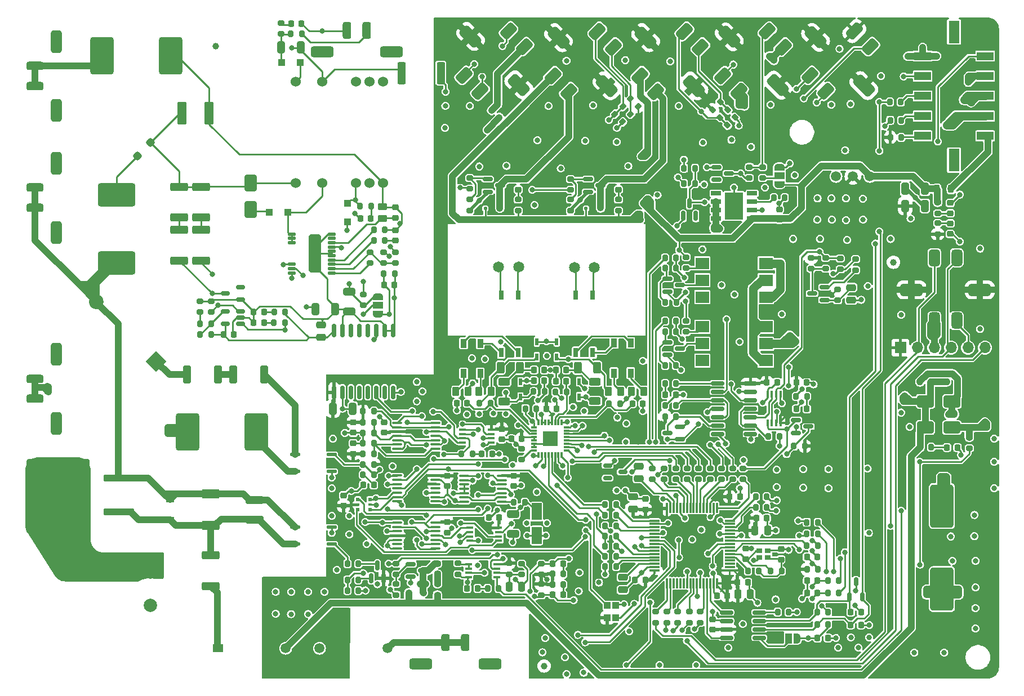
<source format=gbr>
%TF.GenerationSoftware,KiCad,Pcbnew,8.0.2*%
%TF.CreationDate,2025-02-22T19:17:46+01:00*%
%TF.ProjectId,Master_FT25,4d617374-6572-45f4-9654-32352e6b6963,rev?*%
%TF.SameCoordinates,Original*%
%TF.FileFunction,Copper,L1,Top*%
%TF.FilePolarity,Positive*%
%FSLAX46Y46*%
G04 Gerber Fmt 4.6, Leading zero omitted, Abs format (unit mm)*
G04 Created by KiCad (PCBNEW 8.0.2) date 2025-02-22 19:17:46*
%MOMM*%
%LPD*%
G01*
G04 APERTURE LIST*
G04 Aperture macros list*
%AMRoundRect*
0 Rectangle with rounded corners*
0 $1 Rounding radius*
0 $2 $3 $4 $5 $6 $7 $8 $9 X,Y pos of 4 corners*
0 Add a 4 corners polygon primitive as box body*
4,1,4,$2,$3,$4,$5,$6,$7,$8,$9,$2,$3,0*
0 Add four circle primitives for the rounded corners*
1,1,$1+$1,$2,$3*
1,1,$1+$1,$4,$5*
1,1,$1+$1,$6,$7*
1,1,$1+$1,$8,$9*
0 Add four rect primitives between the rounded corners*
20,1,$1+$1,$2,$3,$4,$5,0*
20,1,$1+$1,$4,$5,$6,$7,0*
20,1,$1+$1,$6,$7,$8,$9,0*
20,1,$1+$1,$8,$9,$2,$3,0*%
%AMHorizOval*
0 Thick line with rounded ends*
0 $1 width*
0 $2 $3 position (X,Y) of the first rounded end (center of the circle)*
0 $4 $5 position (X,Y) of the second rounded end (center of the circle)*
0 Add line between two ends*
20,1,$1,$2,$3,$4,$5,0*
0 Add two circle primitives to create the rounded ends*
1,1,$1,$2,$3*
1,1,$1,$4,$5*%
%AMRotRect*
0 Rectangle, with rotation*
0 The origin of the aperture is its center*
0 $1 length*
0 $2 width*
0 $3 Rotation angle, in degrees counterclockwise*
0 Add horizontal line*
21,1,$1,$2,0,0,$3*%
%AMFreePoly0*
4,1,19,0.550000,-0.750000,0.000000,-0.750000,0.000000,-0.744911,-0.071157,-0.744911,-0.207708,-0.704816,-0.327430,-0.627875,-0.420627,-0.520320,-0.479746,-0.390866,-0.500000,-0.250000,-0.500000,0.250000,-0.479746,0.390866,-0.420627,0.520320,-0.327430,0.627875,-0.207708,0.704816,-0.071157,0.744911,0.000000,0.744911,0.000000,0.750000,0.550000,0.750000,0.550000,-0.750000,0.550000,-0.750000,
$1*%
%AMFreePoly1*
4,1,19,0.000000,0.744911,0.071157,0.744911,0.207708,0.704816,0.327430,0.627875,0.420627,0.520320,0.479746,0.390866,0.500000,0.250000,0.500000,-0.250000,0.479746,-0.390866,0.420627,-0.520320,0.327430,-0.627875,0.207708,-0.704816,0.071157,-0.744911,0.000000,-0.744911,0.000000,-0.750000,-0.550000,-0.750000,-0.550000,0.750000,0.000000,0.750000,0.000000,0.744911,0.000000,0.744911,
$1*%
G04 Aperture macros list end*
%TA.AperFunction,SMDPad,CuDef*%
%ADD10RoundRect,0.250000X0.625000X-0.312500X0.625000X0.312500X-0.625000X0.312500X-0.625000X-0.312500X0*%
%TD*%
%TA.AperFunction,SMDPad,CuDef*%
%ADD11RoundRect,0.408750X0.898026X0.319966X0.319966X0.898026X-0.898026X-0.319966X-0.319966X-0.898026X0*%
%TD*%
%TA.AperFunction,SMDPad,CuDef*%
%ADD12RoundRect,0.408750X0.873277X0.295217X0.295217X0.873277X-0.873277X-0.295217X-0.295217X-0.873277X0*%
%TD*%
%TA.AperFunction,SMDPad,CuDef*%
%ADD13RoundRect,0.456250X-0.567453X1.212688X-1.212688X0.567453X0.567453X-1.212688X1.212688X-0.567453X0*%
%TD*%
%TA.AperFunction,SMDPad,CuDef*%
%ADD14RoundRect,0.200000X0.200000X0.275000X-0.200000X0.275000X-0.200000X-0.275000X0.200000X-0.275000X0*%
%TD*%
%TA.AperFunction,SMDPad,CuDef*%
%ADD15RoundRect,0.250000X-0.262500X-0.450000X0.262500X-0.450000X0.262500X0.450000X-0.262500X0.450000X0*%
%TD*%
%TA.AperFunction,SMDPad,CuDef*%
%ADD16RoundRect,0.225000X0.225000X0.250000X-0.225000X0.250000X-0.225000X-0.250000X0.225000X-0.250000X0*%
%TD*%
%TA.AperFunction,SMDPad,CuDef*%
%ADD17RoundRect,0.225000X-0.225000X-0.250000X0.225000X-0.250000X0.225000X0.250000X-0.225000X0.250000X0*%
%TD*%
%TA.AperFunction,SMDPad,CuDef*%
%ADD18RoundRect,0.250000X-1.075000X0.362500X-1.075000X-0.362500X1.075000X-0.362500X1.075000X0.362500X0*%
%TD*%
%TA.AperFunction,SMDPad,CuDef*%
%ADD19RoundRect,0.150000X-0.587500X-0.150000X0.587500X-0.150000X0.587500X0.150000X-0.587500X0.150000X0*%
%TD*%
%TA.AperFunction,SMDPad,CuDef*%
%ADD20RoundRect,0.420000X1.330000X-2.830000X1.330000X2.830000X-1.330000X2.830000X-1.330000X-2.830000X0*%
%TD*%
%TA.AperFunction,SMDPad,CuDef*%
%ADD21RoundRect,0.225000X0.250000X-0.225000X0.250000X0.225000X-0.250000X0.225000X-0.250000X-0.225000X0*%
%TD*%
%TA.AperFunction,SMDPad,CuDef*%
%ADD22RoundRect,0.250000X0.475000X-0.250000X0.475000X0.250000X-0.475000X0.250000X-0.475000X-0.250000X0*%
%TD*%
%TA.AperFunction,ComponentPad*%
%ADD23RotRect,2.200000X2.200000X135.000000*%
%TD*%
%TA.AperFunction,ComponentPad*%
%ADD24HorizOval,2.200000X0.000000X0.000000X0.000000X0.000000X0*%
%TD*%
%TA.AperFunction,SMDPad,CuDef*%
%ADD25RoundRect,0.200000X-0.200000X-0.275000X0.200000X-0.275000X0.200000X0.275000X-0.200000X0.275000X0*%
%TD*%
%TA.AperFunction,SMDPad,CuDef*%
%ADD26RoundRect,0.200000X-0.275000X0.200000X-0.275000X-0.200000X0.275000X-0.200000X0.275000X0.200000X0*%
%TD*%
%TA.AperFunction,SMDPad,CuDef*%
%ADD27R,2.540000X1.270000*%
%TD*%
%TA.AperFunction,SMDPad,CuDef*%
%ADD28R,1.650000X3.430000*%
%TD*%
%TA.AperFunction,SMDPad,CuDef*%
%ADD29RoundRect,0.200000X0.275000X-0.200000X0.275000X0.200000X-0.275000X0.200000X-0.275000X-0.200000X0*%
%TD*%
%TA.AperFunction,SMDPad,CuDef*%
%ADD30RoundRect,0.218750X-0.218750X-0.256250X0.218750X-0.256250X0.218750X0.256250X-0.218750X0.256250X0*%
%TD*%
%TA.AperFunction,SMDPad,CuDef*%
%ADD31RoundRect,0.250000X-0.300000X-0.300000X0.300000X-0.300000X0.300000X0.300000X-0.300000X0.300000X0*%
%TD*%
%TA.AperFunction,SMDPad,CuDef*%
%ADD32RoundRect,0.150000X-0.825000X-0.150000X0.825000X-0.150000X0.825000X0.150000X-0.825000X0.150000X0*%
%TD*%
%TA.AperFunction,SMDPad,CuDef*%
%ADD33RoundRect,0.218750X0.218750X0.256250X-0.218750X0.256250X-0.218750X-0.256250X0.218750X-0.256250X0*%
%TD*%
%TA.AperFunction,SMDPad,CuDef*%
%ADD34RoundRect,0.250000X0.650000X-0.325000X0.650000X0.325000X-0.650000X0.325000X-0.650000X-0.325000X0*%
%TD*%
%TA.AperFunction,SMDPad,CuDef*%
%ADD35RoundRect,0.250000X-0.475000X0.250000X-0.475000X-0.250000X0.475000X-0.250000X0.475000X0.250000X0*%
%TD*%
%TA.AperFunction,SMDPad,CuDef*%
%ADD36RoundRect,0.250000X0.325000X0.650000X-0.325000X0.650000X-0.325000X-0.650000X0.325000X-0.650000X0*%
%TD*%
%TA.AperFunction,SMDPad,CuDef*%
%ADD37R,0.500000X1.075000*%
%TD*%
%TA.AperFunction,SMDPad,CuDef*%
%ADD38RoundRect,0.200000X-0.335876X-0.053033X-0.053033X-0.335876X0.335876X0.053033X0.053033X0.335876X0*%
%TD*%
%TA.AperFunction,SMDPad,CuDef*%
%ADD39RoundRect,0.075000X0.700000X0.075000X-0.700000X0.075000X-0.700000X-0.075000X0.700000X-0.075000X0*%
%TD*%
%TA.AperFunction,SMDPad,CuDef*%
%ADD40RoundRect,0.075000X0.075000X0.700000X-0.075000X0.700000X-0.075000X-0.700000X0.075000X-0.700000X0*%
%TD*%
%TA.AperFunction,SMDPad,CuDef*%
%ADD41R,2.000000X1.780000*%
%TD*%
%TA.AperFunction,SMDPad,CuDef*%
%ADD42RoundRect,0.150000X0.150000X-0.587500X0.150000X0.587500X-0.150000X0.587500X-0.150000X-0.587500X0*%
%TD*%
%TA.AperFunction,SMDPad,CuDef*%
%ADD43RoundRect,0.250000X0.262500X0.450000X-0.262500X0.450000X-0.262500X-0.450000X0.262500X-0.450000X0*%
%TD*%
%TA.AperFunction,SMDPad,CuDef*%
%ADD44RoundRect,0.218750X-0.256250X0.218750X-0.256250X-0.218750X0.256250X-0.218750X0.256250X0.218750X0*%
%TD*%
%TA.AperFunction,SMDPad,CuDef*%
%ADD45RoundRect,0.250000X0.650000X-1.000000X0.650000X1.000000X-0.650000X1.000000X-0.650000X-1.000000X0*%
%TD*%
%TA.AperFunction,SMDPad,CuDef*%
%ADD46R,1.525000X0.650000*%
%TD*%
%TA.AperFunction,SMDPad,CuDef*%
%ADD47R,2.750000X4.100000*%
%TD*%
%TA.AperFunction,SMDPad,CuDef*%
%ADD48RoundRect,0.250000X2.050000X0.300000X-2.050000X0.300000X-2.050000X-0.300000X2.050000X-0.300000X0*%
%TD*%
%TA.AperFunction,SMDPad,CuDef*%
%ADD49RoundRect,0.250000X2.025000X2.375000X-2.025000X2.375000X-2.025000X-2.375000X2.025000X-2.375000X0*%
%TD*%
%TA.AperFunction,SMDPad,CuDef*%
%ADD50RoundRect,0.250002X4.449998X5.149998X-4.449998X5.149998X-4.449998X-5.149998X4.449998X-5.149998X0*%
%TD*%
%TA.AperFunction,SMDPad,CuDef*%
%ADD51R,0.800000X1.400000*%
%TD*%
%TA.AperFunction,SMDPad,CuDef*%
%ADD52RoundRect,0.412500X-1.302500X-0.412500X1.302500X-0.412500X1.302500X0.412500X-1.302500X0.412500X0*%
%TD*%
%TA.AperFunction,SMDPad,CuDef*%
%ADD53RoundRect,0.317500X-0.317500X-0.952500X0.317500X-0.952500X0.317500X0.952500X-0.317500X0.952500X0*%
%TD*%
%TA.AperFunction,SMDPad,CuDef*%
%ADD54RoundRect,0.250000X-0.325000X-0.650000X0.325000X-0.650000X0.325000X0.650000X-0.325000X0.650000X0*%
%TD*%
%TA.AperFunction,SMDPad,CuDef*%
%ADD55RoundRect,0.218750X0.335876X0.026517X0.026517X0.335876X-0.335876X-0.026517X-0.026517X-0.335876X0*%
%TD*%
%TA.AperFunction,SMDPad,CuDef*%
%ADD56RoundRect,0.100000X-0.637500X-0.100000X0.637500X-0.100000X0.637500X0.100000X-0.637500X0.100000X0*%
%TD*%
%TA.AperFunction,SMDPad,CuDef*%
%ADD57RoundRect,0.150000X0.150000X-0.512500X0.150000X0.512500X-0.150000X0.512500X-0.150000X-0.512500X0*%
%TD*%
%TA.AperFunction,SMDPad,CuDef*%
%ADD58RoundRect,0.200000X0.335876X0.053033X0.053033X0.335876X-0.335876X-0.053033X-0.053033X-0.335876X0*%
%TD*%
%TA.AperFunction,SMDPad,CuDef*%
%ADD59RoundRect,0.250000X-1.000000X-0.650000X1.000000X-0.650000X1.000000X0.650000X-1.000000X0.650000X0*%
%TD*%
%TA.AperFunction,SMDPad,CuDef*%
%ADD60R,1.100000X0.400000*%
%TD*%
%TA.AperFunction,SMDPad,CuDef*%
%ADD61C,1.000000*%
%TD*%
%TA.AperFunction,ComponentPad*%
%ADD62C,1.650000*%
%TD*%
%TA.AperFunction,SMDPad,CuDef*%
%ADD63RoundRect,0.225000X-0.250000X0.225000X-0.250000X-0.225000X0.250000X-0.225000X0.250000X0.225000X0*%
%TD*%
%TA.AperFunction,SMDPad,CuDef*%
%ADD64RoundRect,0.250000X1.075000X-0.362500X1.075000X0.362500X-1.075000X0.362500X-1.075000X-0.362500X0*%
%TD*%
%TA.AperFunction,ComponentPad*%
%ADD65C,1.500000*%
%TD*%
%TA.AperFunction,SMDPad,CuDef*%
%ADD66RoundRect,0.250000X1.100000X-0.325000X1.100000X0.325000X-1.100000X0.325000X-1.100000X-0.325000X0*%
%TD*%
%TA.AperFunction,SMDPad,CuDef*%
%ADD67RoundRect,0.150000X0.587500X0.150000X-0.587500X0.150000X-0.587500X-0.150000X0.587500X-0.150000X0*%
%TD*%
%TA.AperFunction,SMDPad,CuDef*%
%ADD68RoundRect,0.250000X0.312500X0.625000X-0.312500X0.625000X-0.312500X-0.625000X0.312500X-0.625000X0*%
%TD*%
%TA.AperFunction,SMDPad,CuDef*%
%ADD69RoundRect,0.350000X-1.400000X-2.450000X1.400000X-2.450000X1.400000X2.450000X-1.400000X2.450000X0*%
%TD*%
%TA.AperFunction,ComponentPad*%
%ADD70C,1.524000*%
%TD*%
%TA.AperFunction,SMDPad,CuDef*%
%ADD71FreePoly0,90.000000*%
%TD*%
%TA.AperFunction,SMDPad,CuDef*%
%ADD72R,1.500000X1.000000*%
%TD*%
%TA.AperFunction,SMDPad,CuDef*%
%ADD73FreePoly1,90.000000*%
%TD*%
%TA.AperFunction,SMDPad,CuDef*%
%ADD74RoundRect,0.150000X0.512500X0.150000X-0.512500X0.150000X-0.512500X-0.150000X0.512500X-0.150000X0*%
%TD*%
%TA.AperFunction,SMDPad,CuDef*%
%ADD75RoundRect,0.137500X0.587500X0.137500X-0.587500X0.137500X-0.587500X-0.137500X0.587500X-0.137500X0*%
%TD*%
%TA.AperFunction,SMDPad,CuDef*%
%ADD76RoundRect,0.250000X-0.362500X-1.075000X0.362500X-1.075000X0.362500X1.075000X-0.362500X1.075000X0*%
%TD*%
%TA.AperFunction,SMDPad,CuDef*%
%ADD77RoundRect,0.125000X-0.125000X-0.125000X0.125000X-0.125000X0.125000X0.125000X-0.125000X0.125000X0*%
%TD*%
%TA.AperFunction,SMDPad,CuDef*%
%ADD78RoundRect,0.350000X1.400000X2.450000X-1.400000X2.450000X-1.400000X-2.450000X1.400000X-2.450000X0*%
%TD*%
%TA.AperFunction,SMDPad,CuDef*%
%ADD79R,0.875000X0.775000*%
%TD*%
%TA.AperFunction,SMDPad,CuDef*%
%ADD80R,0.850000X0.300000*%
%TD*%
%TA.AperFunction,SMDPad,CuDef*%
%ADD81R,0.300000X0.850000*%
%TD*%
%TA.AperFunction,ComponentPad*%
%ADD82C,0.600000*%
%TD*%
%TA.AperFunction,SMDPad,CuDef*%
%ADD83R,2.200000X2.200000*%
%TD*%
%TA.AperFunction,SMDPad,CuDef*%
%ADD84RoundRect,0.412500X0.412500X-1.302500X0.412500X1.302500X-0.412500X1.302500X-0.412500X-1.302500X0*%
%TD*%
%TA.AperFunction,SMDPad,CuDef*%
%ADD85RoundRect,0.317500X0.952500X-0.317500X0.952500X0.317500X-0.952500X0.317500X-0.952500X-0.317500X0*%
%TD*%
%TA.AperFunction,SMDPad,CuDef*%
%ADD86R,0.900000X1.350000*%
%TD*%
%TA.AperFunction,ComponentPad*%
%ADD87R,1.700000X1.700000*%
%TD*%
%TA.AperFunction,ComponentPad*%
%ADD88O,1.700000X1.700000*%
%TD*%
%TA.AperFunction,SMDPad,CuDef*%
%ADD89RoundRect,0.150000X-0.512500X-0.150000X0.512500X-0.150000X0.512500X0.150000X-0.512500X0.150000X0*%
%TD*%
%TA.AperFunction,SMDPad,CuDef*%
%ADD90R,0.600000X0.600000*%
%TD*%
%TA.AperFunction,SMDPad,CuDef*%
%ADD91R,0.600000X0.400000*%
%TD*%
%TA.AperFunction,SMDPad,CuDef*%
%ADD92RoundRect,0.250000X0.250000X0.475000X-0.250000X0.475000X-0.250000X-0.475000X0.250000X-0.475000X0*%
%TD*%
%TA.AperFunction,SMDPad,CuDef*%
%ADD93R,1.000000X1.000000*%
%TD*%
%TA.AperFunction,SMDPad,CuDef*%
%ADD94RoundRect,0.250000X-0.250000X-0.475000X0.250000X-0.475000X0.250000X0.475000X-0.250000X0.475000X0*%
%TD*%
%TA.AperFunction,SMDPad,CuDef*%
%ADD95RoundRect,0.218750X-0.218750X-0.381250X0.218750X-0.381250X0.218750X0.381250X-0.218750X0.381250X0*%
%TD*%
%TA.AperFunction,SMDPad,CuDef*%
%ADD96FreePoly0,0.000000*%
%TD*%
%TA.AperFunction,SMDPad,CuDef*%
%ADD97R,1.000000X1.500000*%
%TD*%
%TA.AperFunction,SMDPad,CuDef*%
%ADD98FreePoly1,0.000000*%
%TD*%
%TA.AperFunction,SMDPad,CuDef*%
%ADD99RoundRect,0.250000X0.550000X-1.050000X0.550000X1.050000X-0.550000X1.050000X-0.550000X-1.050000X0*%
%TD*%
%TA.AperFunction,SMDPad,CuDef*%
%ADD100RoundRect,0.250000X0.000000X0.424264X-0.424264X0.000000X0.000000X-0.424264X0.424264X0.000000X0*%
%TD*%
%TA.AperFunction,SMDPad,CuDef*%
%ADD101R,1.200000X0.850000*%
%TD*%
%TA.AperFunction,SMDPad,CuDef*%
%ADD102RoundRect,0.408750X0.408750X0.861250X-0.408750X0.861250X-0.408750X-0.861250X0.408750X-0.861250X0*%
%TD*%
%TA.AperFunction,SMDPad,CuDef*%
%ADD103RoundRect,0.408750X0.408750X0.826250X-0.408750X0.826250X-0.408750X-0.826250X0.408750X-0.826250X0*%
%TD*%
%TA.AperFunction,SMDPad,CuDef*%
%ADD104RoundRect,0.456250X-1.258750X0.456250X-1.258750X-0.456250X1.258750X-0.456250X1.258750X0.456250X0*%
%TD*%
%TA.AperFunction,SMDPad,CuDef*%
%ADD105RoundRect,0.200000X-0.053033X0.335876X-0.335876X0.053033X0.053033X-0.335876X0.335876X-0.053033X0*%
%TD*%
%TA.AperFunction,SMDPad,CuDef*%
%ADD106RoundRect,0.137500X-0.587500X-0.137500X0.587500X-0.137500X0.587500X0.137500X-0.587500X0.137500X0*%
%TD*%
%TA.AperFunction,SMDPad,CuDef*%
%ADD107RoundRect,0.249999X-0.450001X-1.450001X0.450001X-1.450001X0.450001X1.450001X-0.450001X1.450001X0*%
%TD*%
%TA.AperFunction,SMDPad,CuDef*%
%ADD108RoundRect,0.250000X0.300000X-0.300000X0.300000X0.300000X-0.300000X0.300000X-0.300000X-0.300000X0*%
%TD*%
%TA.AperFunction,ComponentPad*%
%ADD109R,1.500000X1.303000*%
%TD*%
%TA.AperFunction,SMDPad,CuDef*%
%ADD110RoundRect,0.250000X0.450000X-0.262500X0.450000X0.262500X-0.450000X0.262500X-0.450000X-0.262500X0*%
%TD*%
%TA.AperFunction,SMDPad,CuDef*%
%ADD111FreePoly0,270.000000*%
%TD*%
%TA.AperFunction,SMDPad,CuDef*%
%ADD112FreePoly1,270.000000*%
%TD*%
%TA.AperFunction,SMDPad,CuDef*%
%ADD113RoundRect,0.250000X-0.362500X-1.425000X0.362500X-1.425000X0.362500X1.425000X-0.362500X1.425000X0*%
%TD*%
%TA.AperFunction,SMDPad,CuDef*%
%ADD114RoundRect,0.408750X-0.898026X-0.319966X-0.319966X-0.898026X0.898026X0.319966X0.319966X0.898026X0*%
%TD*%
%TA.AperFunction,SMDPad,CuDef*%
%ADD115RoundRect,0.408750X-0.873277X-0.295217X-0.295217X-0.873277X0.873277X0.295217X0.295217X0.873277X0*%
%TD*%
%TA.AperFunction,SMDPad,CuDef*%
%ADD116RoundRect,0.456250X0.567453X-1.212688X1.212688X-0.567453X-0.567453X1.212688X-1.212688X0.567453X0*%
%TD*%
%TA.AperFunction,SMDPad,CuDef*%
%ADD117RoundRect,0.218750X0.256250X-0.218750X0.256250X0.218750X-0.256250X0.218750X-0.256250X-0.218750X0*%
%TD*%
%TA.AperFunction,SMDPad,CuDef*%
%ADD118R,0.400000X1.100000*%
%TD*%
%TA.AperFunction,ComponentPad*%
%ADD119C,2.000000*%
%TD*%
%TA.AperFunction,SMDPad,CuDef*%
%ADD120RoundRect,0.249999X1.075001X-0.450001X1.075001X0.450001X-1.075001X0.450001X-1.075001X-0.450001X0*%
%TD*%
%TA.AperFunction,SMDPad,CuDef*%
%ADD121RoundRect,0.112500X-0.487500X-0.112500X0.487500X-0.112500X0.487500X0.112500X-0.487500X0.112500X0*%
%TD*%
%TA.AperFunction,SMDPad,CuDef*%
%ADD122RoundRect,0.178000X-0.712000X-2.662000X0.712000X-2.662000X0.712000X2.662000X-0.712000X2.662000X0*%
%TD*%
%TA.AperFunction,SMDPad,CuDef*%
%ADD123RoundRect,0.250000X-0.312500X-0.625000X0.312500X-0.625000X0.312500X0.625000X-0.312500X0.625000X0*%
%TD*%
%TA.AperFunction,SMDPad,CuDef*%
%ADD124RoundRect,0.150000X0.150000X-0.875000X0.150000X0.875000X-0.150000X0.875000X-0.150000X-0.875000X0*%
%TD*%
%TA.AperFunction,SMDPad,CuDef*%
%ADD125RoundRect,0.350000X-2.450000X1.400000X-2.450000X-1.400000X2.450000X-1.400000X2.450000X1.400000X0*%
%TD*%
%TA.AperFunction,ViaPad*%
%ADD126C,0.800000*%
%TD*%
%TA.AperFunction,Conductor*%
%ADD127C,0.250000*%
%TD*%
%TA.AperFunction,Conductor*%
%ADD128C,1.000000*%
%TD*%
%TA.AperFunction,Conductor*%
%ADD129C,0.500000*%
%TD*%
%TA.AperFunction,Conductor*%
%ADD130C,1.250000*%
%TD*%
G04 APERTURE END LIST*
D10*
%TO.P,R130,1*%
%TO.N,Net-(D34-A2)*%
X124550000Y-96712500D03*
%TO.P,R130,2*%
%TO.N,Net-(C61-Pad1)*%
X124550000Y-93787500D03*
%TD*%
D11*
%TO.P,J6,1,Pin_1*%
%TO.N,/Relay_Driver/aux_in1*%
X151633695Y-41086891D03*
D12*
%TO.P,J6,2,Pin_2*%
%TO.N,/Relay_Driver/SDC_Relay*%
X144962142Y-47758443D03*
%TO.P,J6,3,Pin_3*%
%TO.N,/Relay_Driver/aux_out1*%
X154037858Y-43441557D03*
%TO.P,J6,4,Pin_4*%
%TO.N,/Relay_Driver/Relay_3*%
X147341557Y-50137858D03*
D13*
%TO.P,J6,MP*%
%TO.N,+3V3*%
X153069121Y-49292865D03*
X145807135Y-42030879D03*
%TD*%
D14*
%TO.P,R123,1*%
%TO.N,GND*%
X166725000Y-66100000D03*
%TO.P,R123,2*%
%TO.N,Net-(IC1-DEN)*%
X165075000Y-66100000D03*
%TD*%
D15*
%TO.P,R127,1*%
%TO.N,Net-(D33-A2)*%
X143687500Y-95250000D03*
%TO.P,R127,2*%
%TO.N,Net-(FL1-Pad3)*%
X145512500Y-95250000D03*
%TD*%
D16*
%TO.P,C31,1*%
%TO.N,/MCU/LV_I*%
X171650000Y-125550000D03*
%TO.P,C31,2*%
%TO.N,GND*%
X170100000Y-125550000D03*
%TD*%
D14*
%TO.P,R67,1*%
%TO.N,/MCU/IPA*%
X133925000Y-95300000D03*
%TO.P,R67,2*%
%TO.N,Net-(D15-A2)*%
X132275000Y-95300000D03*
%TD*%
D17*
%TO.P,C38,1*%
%TO.N,/CAN_Transceiver/CarCAN_HIGH*%
X176625000Y-128425000D03*
%TO.P,C38,2*%
%TO.N,GND*%
X178175000Y-128425000D03*
%TD*%
D18*
%TO.P,R104,1*%
%TO.N,Net-(R103-Pad2)*%
X78950000Y-70912500D03*
%TO.P,R104,2*%
%TO.N,/HV_Indicator/ENABLE*%
X78950000Y-75537500D03*
%TD*%
D19*
%TO.P,Q2,1,G*%
%TO.N,Net-(Q2-G)*%
X137162500Y-63300000D03*
%TO.P,Q2,2,S*%
%TO.N,GND*%
X137162500Y-65200000D03*
%TO.P,Q2,3,D*%
%TO.N,/Relay_Driver/Relay_3*%
X139037500Y-64250000D03*
%TD*%
D20*
%TO.P,C36,1*%
%TO.N,Net-(D19-A)*%
X190350000Y-112450001D03*
%TO.P,C36,2*%
%TO.N,GND*%
X190350000Y-124949999D03*
%TD*%
D21*
%TO.P,C37,1*%
%TO.N,+3V3*%
X155875000Y-131050000D03*
%TO.P,C37,2*%
%TO.N,GND*%
X155875000Y-129500000D03*
%TD*%
D22*
%TO.P,C14,1*%
%TO.N,/TSAL/HV_Active_Detection/3V3_HV*%
X97000000Y-87100000D03*
%TO.P,C14,2*%
%TO.N,HV-_Vehicle_Side*%
X97000000Y-85200000D03*
%TD*%
D16*
%TO.P,C53,1*%
%TO.N,/MCU/TEMP_DCDC*%
X171650000Y-123675000D03*
%TO.P,C53,2*%
%TO.N,GND*%
X170100000Y-123675000D03*
%TD*%
D23*
%TO.P,D7,1,K*%
%TO.N,Net-(D7-K)*%
X72240128Y-90690128D03*
D24*
%TO.P,D7,2,A*%
%TO.N,HV+_VEH*%
X63259872Y-81709872D03*
%TD*%
D25*
%TO.P,R93,1*%
%TO.N,Net-(Q6-G)*%
X148775000Y-81800000D03*
%TO.P,R93,2*%
%TO.N,GND*%
X150425000Y-81800000D03*
%TD*%
D21*
%TO.P,C25,1*%
%TO.N,+3V3*%
X145775000Y-112975000D03*
%TO.P,C25,2*%
%TO.N,GND*%
X145775000Y-111425000D03*
%TD*%
D26*
%TO.P,R44,1*%
%TO.N,Net-(U12-BOOT0)*%
X154000000Y-128325000D03*
%TO.P,R44,2*%
%TO.N,GND*%
X154000000Y-129975000D03*
%TD*%
D27*
%TO.P,J14,1,Pin_1*%
%TO.N,/IO/Reset_Button_Out*%
X187450000Y-56800000D03*
%TO.P,J14,2,Pin_2*%
%TO.N,Net-(J14-Pin_2)*%
X196850000Y-56800000D03*
%TO.P,J14,3,Pin_3*%
%TO.N,Net-(J14-Pin_3)*%
X187450000Y-53800000D03*
%TO.P,J14,4,Pin_4*%
%TO.N,/SDC_Latching/SDC_1*%
X196850000Y-53800000D03*
%TO.P,J14,5,Pin_5*%
%TO.N,Net-(J14-Pin_5)*%
X187450000Y-50800000D03*
%TO.P,J14,6,Pin_6*%
%TO.N,/IO/SDC_OUT*%
X196850000Y-50800000D03*
%TO.P,J14,7,Pin_7*%
%TO.N,/IO/TSAL_GREEN*%
X187450000Y-47800000D03*
%TO.P,J14,8,Pin_8*%
%TO.N,/SDC*%
X196850000Y-47800000D03*
%TO.P,J14,9,Pin_9*%
%TO.N,GND*%
X187450000Y-44800000D03*
%TO.P,J14,10,Pin_10*%
%TO.N,/SDC_Latching/Reset_Signal*%
X196850000Y-44800000D03*
D28*
%TO.P,J14,11*%
%TO.N,N/C*%
X192150000Y-60435000D03*
%TO.P,J14,12*%
X192150000Y-41165000D03*
%TD*%
D14*
%TO.P,R53,1*%
%TO.N,Net-(U12-PB12)*%
X141375000Y-112225000D03*
%TO.P,R53,2*%
%TO.N,/MCU/SPI2_NSS*%
X139725000Y-112225000D03*
%TD*%
D29*
%TO.P,R73,1*%
%TO.N,/MCU/AIR-_Control*%
X134500000Y-64925000D03*
%TO.P,R73,2*%
%TO.N,Net-(Q2-G)*%
X134500000Y-63275000D03*
%TD*%
D30*
%TO.P,D5,1,K*%
%TO.N,HV-_Vehicle_Side*%
X86887499Y-83275000D03*
%TO.P,D5,2,A*%
%TO.N,Net-(D5-A)*%
X88462501Y-83275000D03*
%TD*%
D31*
%TO.P,D31,1,K*%
%TO.N,Net-(D31-K)*%
X91100000Y-45800000D03*
%TO.P,D31,2,A*%
%TO.N,Net-(D31-A)*%
X93900000Y-45800000D03*
%TD*%
D14*
%TO.P,R35,1*%
%TO.N,Net-(D9-A)*%
X133437500Y-122675000D03*
%TO.P,R35,2*%
%TO.N,+3V3*%
X131787500Y-122675000D03*
%TD*%
D32*
%TO.P,U16,1,Q*%
%TO.N,Net-(U16A-Q)*%
X156625000Y-93990000D03*
%TO.P,U16,2,~{Q}*%
%TO.N,Net-(U16A-~{Q})*%
X156625000Y-95260000D03*
%TO.P,U16,3,C*%
%TO.N,Net-(U16A-C)*%
X156625000Y-96530000D03*
%TO.P,U16,4,R*%
%TO.N,/SDC_Latching/AMS_Latch_Reset*%
X156625000Y-97800000D03*
%TO.P,U16,5,D*%
%TO.N,Net-(U16A-C)*%
X156625000Y-99070000D03*
%TO.P,U16,6,S*%
%TO.N,Net-(Q4-D)*%
X156625000Y-100340000D03*
%TO.P,U16,7,VSS*%
%TO.N,GND*%
X156625000Y-101610000D03*
%TO.P,U16,8,S*%
%TO.N,Net-(Q5-D)*%
X161575000Y-101610000D03*
%TO.P,U16,9,D*%
%TO.N,Net-(U16B-C)*%
X161575000Y-100340000D03*
%TO.P,U16,10,R*%
%TO.N,/SDC_Latching/IMD_Latch_Reset*%
X161575000Y-99070000D03*
%TO.P,U16,11,C*%
%TO.N,Net-(U16B-C)*%
X161575000Y-97800000D03*
%TO.P,U16,12,~{Q}*%
%TO.N,Net-(U16B-~{Q})*%
X161575000Y-96530000D03*
%TO.P,U16,13,Q*%
%TO.N,Net-(U16B-Q)*%
X161575000Y-95260000D03*
%TO.P,U16,14,VDD*%
%TO.N,+3V3*%
X161575000Y-93990000D03*
%TD*%
D33*
%TO.P,D32,1,K*%
%TO.N,Net-(D32-K)*%
X94087500Y-39900000D03*
%TO.P,D32,2,A*%
%TO.N,Net-(D32-A)*%
X92512500Y-39900000D03*
%TD*%
D34*
%TO.P,C44,1*%
%TO.N,HV-_Vehicle_Side*%
X101275000Y-83200001D03*
%TO.P,C44,2*%
%TO.N,Net-(JP2-B)*%
X101275000Y-80249999D03*
%TD*%
D25*
%TO.P,R106,1*%
%TO.N,Net-(U20-Vc)*%
X104975000Y-72550000D03*
%TO.P,R106,2*%
%TO.N,Net-(C47-Pad1)*%
X106625000Y-72550000D03*
%TD*%
D35*
%TO.P,C43,1*%
%TO.N,Net-(Q8-G)*%
X176700000Y-79600001D03*
%TO.P,C43,2*%
%TO.N,GND*%
X176700000Y-81499999D03*
%TD*%
D36*
%TO.P,C45,1*%
%TO.N,HV-_Vehicle_Side*%
X99100001Y-82875000D03*
%TO.P,C45,2*%
%TO.N,Net-(U20-INTVcc)*%
X96149999Y-82875000D03*
%TD*%
D25*
%TO.P,R1,1*%
%TO.N,+3V3*%
X103325000Y-99900000D03*
%TO.P,R1,2*%
%TO.N,/TSAL/Comp_Ref_Low*%
X104975000Y-99900000D03*
%TD*%
D30*
%TO.P,D6,1,K*%
%TO.N,HV-_Vehicle_Side*%
X86887499Y-84875000D03*
%TO.P,D6,2,A*%
%TO.N,Net-(D6-A)*%
X88462501Y-84875000D03*
%TD*%
D14*
%TO.P,R54,1*%
%TO.N,Net-(U12-PB14)*%
X141375000Y-113800000D03*
%TO.P,R54,2*%
%TO.N,/MCU/SPI2_MISO*%
X139725000Y-113800000D03*
%TD*%
D17*
%TO.P,C41,1*%
%TO.N,+3V3*%
X164025000Y-93850000D03*
%TO.P,C41,2*%
%TO.N,GND*%
X165575000Y-93850000D03*
%TD*%
D14*
%TO.P,R41,1*%
%TO.N,Net-(C17-Pad2)*%
X166250000Y-122225000D03*
%TO.P,R41,2*%
%TO.N,/MCU/RCC_OSC_OUT*%
X164600000Y-122225000D03*
%TD*%
%TO.P,R4,1*%
%TO.N,/TSAL/Comp_Ref_Closed*%
X104975000Y-103000000D03*
%TO.P,R4,2*%
%TO.N,GND*%
X103325000Y-103000000D03*
%TD*%
D37*
%TO.P,D15,1,A1*%
%TO.N,GND*%
X132450000Y-87750000D03*
%TO.P,D15,2,A2*%
%TO.N,Net-(D15-A2)*%
X132450000Y-90050000D03*
%TD*%
D38*
%TO.P,R27,1*%
%TO.N,/Relay_Driver/aux_out0*%
X143516637Y-51216637D03*
%TO.P,R27,2*%
%TO.N,+3V3*%
X144683363Y-52383363D03*
%TD*%
D29*
%TO.P,R101,1*%
%TO.N,Net-(Q8-S)*%
X177350000Y-76975000D03*
%TO.P,R101,2*%
%TO.N,GND*%
X177350000Y-75325000D03*
%TD*%
D39*
%TO.P,U12,1,VBAT*%
%TO.N,+3V3*%
X158449999Y-122150000D03*
%TO.P,U12,2,PC13*%
%TO.N,unconnected-(U12-PC13-Pad2)*%
X158449999Y-121650001D03*
%TO.P,U12,3,PC14*%
%TO.N,unconnected-(U12-PC14-Pad3)*%
X158449999Y-121150001D03*
%TO.P,U12,4,PC15*%
%TO.N,unconnected-(U12-PC15-Pad4)*%
X158449999Y-120650001D03*
%TO.P,U12,5,PH0*%
%TO.N,/MCU/RCC_OSC_IN*%
X158449999Y-120150001D03*
%TO.P,U12,6,PH1*%
%TO.N,/MCU/RCC_OSC_OUT*%
X158449999Y-119650000D03*
%TO.P,U12,7,NRST*%
%TO.N,/MCU/NRST*%
X158449999Y-119150001D03*
%TO.P,U12,8,PC0*%
%TO.N,/MCU/LV_I*%
X158449999Y-118650001D03*
%TO.P,U12,9,PC1*%
%TO.N,/MCU/TEMP_DCDC*%
X158449999Y-118150001D03*
%TO.P,U12,10,PC2*%
%TO.N,Net-(U12-PC2)*%
X158449999Y-117650001D03*
%TO.P,U12,11,PC3*%
%TO.N,Net-(U12-PC3)*%
X158449999Y-117150002D03*
%TO.P,U12,12,VSSA*%
%TO.N,GND*%
X158449999Y-116650001D03*
%TO.P,U12,13,VDDA*%
%TO.N,+3V3*%
X158449999Y-116150001D03*
%TO.P,U12,14,PA0*%
%TO.N,Net-(U12-PA0)*%
X158449999Y-115650001D03*
%TO.P,U12,15,PA1*%
%TO.N,Net-(U12-PA1)*%
X158449999Y-115150001D03*
%TO.P,U12,16,PA2*%
%TO.N,Net-(U12-PA2)*%
X158449999Y-114650002D03*
D40*
%TO.P,U12,17,PA3*%
%TO.N,Net-(U12-PA3)*%
X156524998Y-112725001D03*
%TO.P,U12,18,VSS*%
%TO.N,GND*%
X156024999Y-112725001D03*
%TO.P,U12,19,VDD*%
%TO.N,+3V3*%
X155524999Y-112725001D03*
%TO.P,U12,20,PA4*%
%TO.N,Net-(U12-PA4)*%
X155024999Y-112725001D03*
%TO.P,U12,21,PA5*%
%TO.N,Net-(U12-PA5)*%
X154524999Y-112725001D03*
%TO.P,U12,22,PA6*%
%TO.N,Net-(U12-PA6)*%
X154024998Y-112725001D03*
%TO.P,U12,23,PA7*%
%TO.N,Net-(U12-PA7)*%
X153524999Y-112725001D03*
%TO.P,U12,24,PC4*%
%TO.N,Net-(U12-PC4)*%
X153024999Y-112725001D03*
%TO.P,U12,25,PC5*%
%TO.N,Net-(U12-PC5)*%
X152524999Y-112725001D03*
%TO.P,U12,26,PB0*%
%TO.N,Net-(U12-PB0)*%
X152024999Y-112725001D03*
%TO.P,U12,27,PB1*%
%TO.N,Net-(U12-PB1)*%
X151525000Y-112725001D03*
%TO.P,U12,28,PB2*%
%TO.N,/IO/IMD_Power*%
X151024999Y-112725001D03*
%TO.P,U12,29,PB10*%
%TO.N,/MCU/~{IMD_ERROR_LED}*%
X150524999Y-112725001D03*
%TO.P,U12,30,VCAP*%
%TO.N,Net-(C26-Pad2)*%
X150024999Y-112725001D03*
%TO.P,U12,31,VSS*%
%TO.N,GND*%
X149524999Y-112725001D03*
%TO.P,U12,32,VDD*%
%TO.N,+3V3*%
X149025000Y-112725001D03*
D39*
%TO.P,U12,33,PB12*%
%TO.N,Net-(U12-PB12)*%
X147099999Y-114650002D03*
%TO.P,U12,34,PB13*%
%TO.N,/MCU/~{AMS_ERROR_LED}*%
X147099999Y-115150001D03*
%TO.P,U12,35,PB14*%
%TO.N,Net-(U12-PB14)*%
X147099999Y-115650001D03*
%TO.P,U12,36,PB15*%
%TO.N,Net-(U12-PB15)*%
X147099999Y-116150001D03*
%TO.P,U12,37,PC6*%
%TO.N,/MCU/AIR+_Control*%
X147099999Y-116650001D03*
%TO.P,U12,38,PC7*%
%TO.N,/MCU/AIR-_Control*%
X147099999Y-117150002D03*
%TO.P,U12,39,PC9*%
%TO.N,Net-(U12-PC9)*%
X147099999Y-117650001D03*
%TO.P,U12,40,PA8*%
%TO.N,/MCU/Precharge_Control*%
X147099999Y-118150001D03*
%TO.P,U12,41,PA9*%
%TO.N,/MCU/INTR1*%
X147099999Y-118650001D03*
%TO.P,U12,42,PA10*%
%TO.N,/MCU/WAKE1*%
X147099999Y-119150001D03*
%TO.P,U12,43,PA11*%
%TO.N,/MCU/AMS_NERROR*%
X147099999Y-119650000D03*
%TO.P,U12,44,PA12*%
%TO.N,Net-(U12-PA12)*%
X147099999Y-120150001D03*
%TO.P,U12,45,PA13*%
%TO.N,Net-(U12-PA13)*%
X147099999Y-120650001D03*
%TO.P,U12,46,VCAP*%
%TO.N,Net-(C28-Pad2)*%
X147099999Y-121150001D03*
%TO.P,U12,47,VSS*%
%TO.N,GND*%
X147099999Y-121650001D03*
%TO.P,U12,48,VDD*%
%TO.N,+3V3*%
X147099999Y-122150000D03*
D40*
%TO.P,U12,49,PA14*%
%TO.N,Net-(U12-PA14)*%
X149025000Y-124075001D03*
%TO.P,U12,50,PA15*%
%TO.N,Net-(U12-PA15)*%
X149524999Y-124075001D03*
%TO.P,U12,51,PC10*%
%TO.N,unconnected-(U12-PC10-Pad51)*%
X150024999Y-124075001D03*
%TO.P,U12,52,PC11*%
%TO.N,unconnected-(U12-PC11-Pad52)*%
X150524999Y-124075001D03*
%TO.P,U12,53,PC12*%
%TO.N,unconnected-(U12-PC12-Pad53)*%
X151024999Y-124075001D03*
%TO.P,U12,54,PD2*%
%TO.N,unconnected-(U12-PD2-Pad54)*%
X151525000Y-124075001D03*
%TO.P,U12,55,PB3*%
%TO.N,/MCU/Trace_SWO*%
X152024999Y-124075001D03*
%TO.P,U12,56,PB4*%
%TO.N,Net-(U12-PB4)*%
X152524999Y-124075001D03*
%TO.P,U12,57,PB5*%
%TO.N,Net-(U12-PB5)*%
X153024999Y-124075001D03*
%TO.P,U12,58,PB6*%
%TO.N,/MCU/INTR2*%
X153524999Y-124075001D03*
%TO.P,U12,59,PB7*%
%TO.N,/MCU/WAKE2*%
X154024998Y-124075001D03*
%TO.P,U12,60,BOOT0*%
%TO.N,Net-(U12-BOOT0)*%
X154524999Y-124075001D03*
%TO.P,U12,61,PB8*%
%TO.N,/CAN_Transceiver/CarCAN_RX*%
X155024999Y-124075001D03*
%TO.P,U12,62,PB9*%
%TO.N,/CAN_Transceiver/CarCAN_TX*%
X155524999Y-124075001D03*
%TO.P,U12,63,VSS*%
%TO.N,GND*%
X156024999Y-124075001D03*
%TO.P,U12,64,VDD*%
%TO.N,+3V3*%
X156524998Y-124075001D03*
%TD*%
D16*
%TO.P,C34,1*%
%TO.N,/MCU/IPA*%
X133875000Y-93700000D03*
%TO.P,C34,2*%
%TO.N,GND*%
X132325000Y-93700000D03*
%TD*%
%TO.P,C13,1*%
%TO.N,HV-_Vehicle_Side*%
X83925000Y-86675000D03*
%TO.P,C13,2*%
%TO.N,/TSAL/HV_Active_Detection/3V3_HV*%
X82375000Y-86675000D03*
%TD*%
D29*
%TO.P,R36,1*%
%TO.N,+3V3*%
X130112500Y-122750000D03*
%TO.P,R36,2*%
%TO.N,/MCU/AIR-_Closed*%
X130112500Y-121100000D03*
%TD*%
D41*
%TO.P,U19,1*%
%TO.N,Net-(R96-Pad2)*%
X154335000Y-85510000D03*
%TO.P,U19,2*%
%TO.N,Net-(Q7-D)*%
X154335000Y-88050000D03*
%TO.P,U19,3*%
%TO.N,unconnected-(U19-Pad3)*%
X154335000Y-90590000D03*
%TO.P,U19,4*%
%TO.N,Net-(U18-Pad5)*%
X163865000Y-90590000D03*
%TO.P,U19,5*%
%TO.N,/IO/SDC_OUT*%
X163865000Y-88050000D03*
%TO.P,U19,6*%
%TO.N,Net-(U18-Pad5)*%
X163865000Y-85510000D03*
%TD*%
D42*
%TO.P,D13,1,A*%
%TO.N,GND*%
X151450000Y-68837500D03*
%TO.P,D13,2*%
%TO.N,N/C*%
X153350000Y-68837500D03*
%TO.P,D13,3,K*%
%TO.N,/SDC_Latching/~{IMD_Error}*%
X152400000Y-66962500D03*
%TD*%
D25*
%TO.P,R138,1*%
%TO.N,/MCU/SDC_closed*%
X100975000Y-123550000D03*
%TO.P,R138,2*%
%TO.N,Net-(Q11-G)*%
X102625000Y-123550000D03*
%TD*%
%TO.P,R46,1*%
%TO.N,/MCU/Status_LED_R*%
X139725000Y-115450000D03*
%TO.P,R46,2*%
%TO.N,Net-(U12-PB15)*%
X141375000Y-115450000D03*
%TD*%
D29*
%TO.P,R40,1*%
%TO.N,/IO/IMD_M*%
X161400000Y-63125000D03*
%TO.P,R40,2*%
%TO.N,Net-(J4-Pin_4)*%
X161400000Y-61475000D03*
%TD*%
D37*
%TO.P,D35,1,A1*%
%TO.N,GND*%
X129450000Y-87750000D03*
%TO.P,D35,2,A2*%
%TO.N,Net-(D35-A2)*%
X129450000Y-90050000D03*
%TD*%
D43*
%TO.P,R132,1*%
%TO.N,Net-(D34-A2)*%
X119112500Y-95250000D03*
%TO.P,R132,2*%
%TO.N,Net-(FL2-Pad2)*%
X117287500Y-95250000D03*
%TD*%
D18*
%TO.P,R103,1*%
%TO.N,HV+_Vehicle_Side_Fused*%
X78950000Y-64462500D03*
%TO.P,R103,2*%
%TO.N,Net-(R103-Pad2)*%
X78950000Y-69087500D03*
%TD*%
D42*
%TO.P,Q11,1,G*%
%TO.N,Net-(Q11-G)*%
X104550000Y-123287500D03*
%TO.P,Q11,2,S*%
%TO.N,+3V3*%
X106450000Y-123287500D03*
%TO.P,Q11,3,D*%
%TO.N,Net-(Q11-D)*%
X105500000Y-121412499D03*
%TD*%
D44*
%TO.P,D37,1,K*%
%TO.N,GND*%
X191600000Y-66862499D03*
%TO.P,D37,2,A*%
%TO.N,Net-(D37-A)*%
X191600000Y-68437501D03*
%TD*%
D45*
%TO.P,D29,1,A1*%
%TO.N,Net-(D29-A1)*%
X86475000Y-67850000D03*
%TO.P,D29,2,A2*%
%TO.N,HV+_Vehicle_Side_Fused*%
X86475000Y-63850000D03*
%TD*%
D32*
%TO.P,U15,1,D*%
%TO.N,/CAN_Transceiver/CarCAN_TX*%
X157950000Y-128445000D03*
%TO.P,U15,2,GND*%
%TO.N,GND*%
X157950000Y-129715000D03*
%TO.P,U15,3,VCC*%
%TO.N,+3V3*%
X157950000Y-130985000D03*
%TO.P,U15,4,R*%
%TO.N,/CAN_Transceiver/CarCAN_RX*%
X157950000Y-132255000D03*
%TO.P,U15,5,Vref*%
%TO.N,Net-(JP1-C)*%
X162900000Y-132255000D03*
%TO.P,U15,6,CANL*%
%TO.N,/CAN_Transceiver/CarCAN_LOW*%
X162900000Y-130985000D03*
%TO.P,U15,7,CANH*%
%TO.N,/CAN_Transceiver/CarCAN_HIGH*%
X162900000Y-129715000D03*
%TO.P,U15,8,Rs*%
%TO.N,Net-(U15-Rs)*%
X162900000Y-128445000D03*
%TD*%
D29*
%TO.P,R48,1*%
%TO.N,Net-(U12-PA5)*%
X157224999Y-108425000D03*
%TO.P,R48,2*%
%TO.N,/MCU/SPI1_SCK*%
X157224999Y-106775000D03*
%TD*%
D21*
%TO.P,C47,1*%
%TO.N,Net-(C47-Pad1)*%
X108200000Y-72525000D03*
%TO.P,C47,2*%
%TO.N,HV-_Vehicle_Side*%
X108200000Y-70975000D03*
%TD*%
D25*
%TO.P,R7,1*%
%TO.N,/TSAL/~{TS_Error}*%
X125987500Y-111875000D03*
%TO.P,R7,2*%
%TO.N,Net-(U8-~{PRE})*%
X127637500Y-111875000D03*
%TD*%
D46*
%TO.P,IC1,1,VS*%
%TO.N,+24V*%
X161812000Y-69255000D03*
%TO.P,IC1,2,IN*%
%TO.N,/IO/IMD_Power*%
X161812000Y-67985000D03*
%TO.P,IC1,3,DEN*%
%TO.N,Net-(IC1-DEN)*%
X161812000Y-66715000D03*
%TO.P,IC1,4,IS*%
%TO.N,unconnected-(IC1-IS-Pad4)*%
X161812000Y-65445000D03*
%TO.P,IC1,5,NC*%
%TO.N,unconnected-(IC1-NC-Pad5)*%
X156388000Y-65445000D03*
%TO.P,IC1,6,OUT_1*%
%TO.N,/IO/IMD_VCC*%
X156388000Y-66715000D03*
%TO.P,IC1,7,OUT_2*%
X156388000Y-67985000D03*
%TO.P,IC1,8,OUT_3*%
X156388000Y-69255000D03*
D47*
%TO.P,IC1,9,GND*%
%TO.N,GND*%
X159100000Y-67350000D03*
%TD*%
D14*
%TO.P,R24,1*%
%TO.N,/MCU/PRE_AIR+_open*%
X104975000Y-107750000D03*
%TO.P,R24,2*%
%TO.N,Net-(D38-A)*%
X103325000Y-107750000D03*
%TD*%
D48*
%TO.P,Q9,1,G*%
%TO.N,Net-(D11-K)*%
X66650000Y-113290000D03*
D49*
%TO.P,Q9,2,D*%
%TO.N,Net-(Q9-D)*%
X59925000Y-113525000D03*
X59925000Y-107975000D03*
D50*
X57500000Y-110750000D03*
D49*
X55075000Y-113525000D03*
X55075000Y-107975000D03*
D48*
%TO.P,Q9,3,S*%
%TO.N,HV+_VEH*%
X66650000Y-108210000D03*
%TD*%
D25*
%TO.P,R3,1*%
%TO.N,+3V3*%
X103325000Y-104600000D03*
%TO.P,R3,2*%
%TO.N,/TSAL/Comp_Ref_Closed*%
X104975000Y-104600000D03*
%TD*%
D51*
%TO.P,FL4,1,1*%
%TO.N,Net-(FL1-Pad4)*%
X135330000Y-89375000D03*
%TO.P,FL4,2,2*%
%TO.N,Net-(FL1-Pad1)*%
X137870000Y-89375000D03*
%TO.P,FL4,3,3*%
%TO.N,Net-(J12-Pin_2)*%
X137870000Y-80725000D03*
%TO.P,FL4,4,4*%
%TO.N,Net-(J12-Pin_1)*%
X135330000Y-80725000D03*
%TD*%
D14*
%TO.P,R45,1*%
%TO.N,Net-(U12-PA12)*%
X141375000Y-120050000D03*
%TO.P,R45,2*%
%TO.N,/MCU/SPI2_SCK*%
X139725000Y-120050000D03*
%TD*%
D18*
%TO.P,R13,1*%
%TO.N,Net-(R12-Pad2)*%
X75700000Y-70912500D03*
%TO.P,R13,2*%
%TO.N,Net-(D4-K)*%
X75700000Y-75537500D03*
%TD*%
D17*
%TO.P,C48,1*%
%TO.N,/HV_Indicator/ENABLE*%
X106475000Y-79175000D03*
%TO.P,C48,2*%
%TO.N,HV-_Vehicle_Side*%
X108025000Y-79175000D03*
%TD*%
D52*
%TO.P,J8,*%
%TO.N,*%
X97200000Y-44127500D03*
X107600000Y-44127500D03*
D53*
%TO.P,J8,1,Pin_1*%
%TO.N,Net-(D32-K)*%
X100900000Y-40927500D03*
%TO.P,J8,2,Pin_2*%
%TO.N,Net-(J8-Pin_2)*%
X103900000Y-40927500D03*
%TD*%
D11*
%TO.P,J5,1,Pin_1*%
%TO.N,/Relay_Driver/aux_in0*%
X138533695Y-41086891D03*
D12*
%TO.P,J5,2,Pin_2*%
%TO.N,/Relay_Driver/SDC_Relay*%
X131862142Y-47758443D03*
%TO.P,J5,3,Pin_3*%
%TO.N,/Relay_Driver/aux_out0*%
X140937858Y-43441557D03*
%TO.P,J5,4,Pin_4*%
%TO.N,/Relay_Driver/Relay_2*%
X134241557Y-50137858D03*
D13*
%TO.P,J5,MP*%
%TO.N,+3V3*%
X139969121Y-49292865D03*
X132707135Y-42030879D03*
%TD*%
D14*
%TO.P,R129,1*%
%TO.N,/MCU/IMB*%
X122475000Y-97000000D03*
%TO.P,R129,2*%
%TO.N,Net-(D35-A2)*%
X120825000Y-97000000D03*
%TD*%
D33*
%TO.P,D22,1,K*%
%TO.N,GND*%
X192687501Y-103650000D03*
%TO.P,D22,2,A*%
%TO.N,Net-(D22-A)*%
X191112499Y-103650000D03*
%TD*%
D54*
%TO.P,C55,1*%
%TO.N,+3V3*%
X184824999Y-67325000D03*
%TO.P,C55,2*%
%TO.N,GND*%
X187775001Y-67325000D03*
%TD*%
D51*
%TO.P,FL3,1,1*%
%TO.N,Net-(FL2-Pad4)*%
X124080000Y-89375000D03*
%TO.P,FL3,2,2*%
%TO.N,Net-(FL2-Pad1)*%
X126620000Y-89375000D03*
%TO.P,FL3,3,3*%
%TO.N,Net-(J13-Pin_2)*%
X126620000Y-80725000D03*
%TO.P,FL3,4,4*%
%TO.N,Net-(J13-Pin_1)*%
X124080000Y-80725000D03*
%TD*%
D19*
%TO.P,Q5,1,G*%
%TO.N,/SDC_Latching/~{IMD_Error}*%
X168412500Y-99550000D03*
%TO.P,Q5,2,S*%
%TO.N,GND*%
X168412500Y-101450000D03*
%TO.P,Q5,3,D*%
%TO.N,Net-(Q5-D)*%
X170287501Y-100500000D03*
%TD*%
D25*
%TO.P,R108,1*%
%TO.N,Net-(U20-IREG{slash}SS)*%
X104975000Y-70925000D03*
%TO.P,R108,2*%
%TO.N,HV-_Vehicle_Side*%
X106625000Y-70925000D03*
%TD*%
D55*
%TO.P,F5,1*%
%TO.N,+24V*%
X123806847Y-54056847D03*
%TO.P,F5,2*%
%TO.N,Net-(J10-Pin_2)*%
X122693153Y-52943153D03*
%TD*%
D56*
%TO.P,U21,1*%
%TO.N,/TSAL/pos_control*%
X118487500Y-107900000D03*
%TO.P,U21,2*%
%TO.N,/MCU/AIR-_Control*%
X118487500Y-108550000D03*
%TO.P,U21,3*%
%TO.N,/TSAL/Relay_State_Detection1/~{Short}*%
X118487500Y-109200000D03*
%TO.P,U21,4*%
X118487500Y-109850000D03*
%TO.P,U21,5*%
X118487500Y-110500000D03*
%TO.P,U21,6*%
%TO.N,/TSAL/Relay_Connection_Error*%
X118487500Y-111150000D03*
%TO.P,U21,7,GND*%
%TO.N,GND*%
X118487500Y-111800000D03*
%TO.P,U21,8*%
%TO.N,/TSAL/~{TS_Error}*%
X124212500Y-111800000D03*
%TO.P,U21,9*%
%TO.N,/TSAL/Relay_Connection_Error*%
X124212500Y-111150000D03*
%TO.P,U21,10*%
%TO.N,/TSAL/Relay_Mismatch*%
X124212500Y-110500000D03*
%TO.P,U21,11*%
%TO.N,/TSAL/HV_Mismatch*%
X124212500Y-109850000D03*
%TO.P,U21,12*%
%TO.N,/TSAL/HV_Inactive*%
X124212500Y-109200000D03*
%TO.P,U21,13*%
%TO.N,/MCU/HV_Active*%
X124212500Y-108550000D03*
%TO.P,U21,14,VCC*%
%TO.N,+3V3*%
X124212500Y-107900000D03*
%TD*%
D52*
%TO.P,J17,*%
%TO.N,*%
X112000000Y-136200000D03*
X122400000Y-136200000D03*
D53*
%TO.P,J17,1,Pin_1*%
%TO.N,/Relay_Driver/Precharge/HV+_Akku*%
X115700000Y-133000000D03*
%TO.P,J17,2,Pin_2*%
X118700000Y-133000000D03*
%TD*%
D57*
%TO.P,D25,1,A1*%
%TO.N,/CAN_Transceiver/CarCAN_HIGH*%
X176462500Y-126112500D03*
%TO.P,D25,2,A2*%
%TO.N,/CAN_Transceiver/CarCAN_LOW*%
X178362500Y-126112500D03*
%TO.P,D25,3,common*%
%TO.N,GND*%
X177412500Y-123837500D03*
%TD*%
D58*
%TO.P,R28,1*%
%TO.N,/Relay_Driver/aux_out0*%
X143533363Y-53533363D03*
%TO.P,R28,2*%
%TO.N,/Relay_Driver/aux_in0*%
X142366637Y-52366637D03*
%TD*%
D30*
%TO.P,D9,1,K*%
%TO.N,/MCU/AIR-_Closed*%
X131825000Y-121125000D03*
%TO.P,D9,2,A*%
%TO.N,Net-(D9-A)*%
X133400002Y-121125000D03*
%TD*%
D26*
%TO.P,R49,1*%
%TO.N,Net-(U12-PA15)*%
X148975000Y-128325000D03*
%TO.P,R49,2*%
%TO.N,/MCU/Status_LED_G*%
X148975000Y-129975000D03*
%TD*%
D59*
%TO.P,D17,1,K*%
%TO.N,/Relay_Driver/SDC_Relay*%
X187849999Y-100650000D03*
%TO.P,D17,2,A*%
%TO.N,/SDC*%
X191850001Y-100650000D03*
%TD*%
D25*
%TO.P,R94,1*%
%TO.N,Net-(Q7-G)*%
X148725000Y-91300000D03*
%TO.P,R94,2*%
%TO.N,GND*%
X150375000Y-91300000D03*
%TD*%
D17*
%TO.P,C24,1*%
%TO.N,+3V3*%
X159625000Y-123925000D03*
%TO.P,C24,2*%
%TO.N,GND*%
X161175000Y-123925000D03*
%TD*%
%TO.P,C35,1*%
%TO.N,/MCU/IMA*%
X143825000Y-97050000D03*
%TO.P,C35,2*%
%TO.N,GND*%
X145375000Y-97050000D03*
%TD*%
D16*
%TO.P,C23,1*%
%TO.N,GND*%
X132425000Y-97800000D03*
%TO.P,C23,2*%
%TO.N,+3V3*%
X130875000Y-97800000D03*
%TD*%
D60*
%TO.P,U2,1*%
%TO.N,/TSAL/pos_control*%
X118300000Y-100975000D03*
%TO.P,U2,2*%
%TO.N,/MCU/AIR-_Control*%
X118300000Y-101625000D03*
%TO.P,U2,3*%
%TO.N,/IO/TSAL_GREEN*%
X118300000Y-102275000D03*
%TO.P,U2,4,GND*%
%TO.N,GND*%
X118300000Y-102925000D03*
%TO.P,U2,5*%
%TO.N,/TSAL/TS_OK*%
X122600000Y-102925000D03*
%TO.P,U2,6*%
%TO.N,/TSAL/HV_Inactive*%
X122600000Y-102275000D03*
%TO.P,U2,7*%
%TO.N,/TSAL/AIRs_Closed*%
X122600000Y-101625000D03*
%TO.P,U2,8,VCC*%
%TO.N,+3V3*%
X122600000Y-100975000D03*
%TD*%
D11*
%TO.P,J1,1,Pin_1*%
%TO.N,+3V3*%
X177183695Y-41036891D03*
D12*
%TO.P,J1,2,Pin_2*%
%TO.N,/IO/LV_I_measure*%
X170512142Y-47708443D03*
%TO.P,J1,3,Pin_3*%
%TO.N,/IO/TEMP_TSDCDC*%
X179587858Y-43391557D03*
%TO.P,J1,4,Pin_4*%
%TO.N,GND*%
X172891557Y-50087858D03*
D13*
%TO.P,J1,MP,MountPin*%
%TO.N,+3V3*%
X178619121Y-49242865D03*
X171357135Y-41980879D03*
%TD*%
D61*
%TO.P,FID3,*%
%TO.N,*%
X130550000Y-136500000D03*
%TD*%
D29*
%TO.P,R18,1*%
%TO.N,Net-(R17-Pad2)*%
X78800000Y-83275000D03*
%TO.P,R18,2*%
%TO.N,HV-_Vehicle_Side*%
X78800000Y-81625000D03*
%TD*%
D16*
%TO.P,C42,1*%
%TO.N,GND*%
X170025000Y-93900000D03*
%TO.P,C42,2*%
%TO.N,+3V3*%
X168475000Y-93900000D03*
%TD*%
D62*
%TO.P,J12,1,Pin_1*%
%TO.N,Net-(J12-Pin_1)*%
X135100000Y-76550000D03*
%TO.P,J12,2,Pin_2*%
%TO.N,Net-(J12-Pin_2)*%
X138100000Y-76550000D03*
%TD*%
D63*
%TO.P,C5,1*%
%TO.N,+3V3*%
X125950000Y-107875000D03*
%TO.P,C5,2*%
%TO.N,GND*%
X125950000Y-109425000D03*
%TD*%
D64*
%TO.P,R139,1*%
%TO.N,Net-(K2-Pad1)*%
X80450000Y-124512500D03*
%TO.P,R139,2*%
%TO.N,Net-(D11-K)*%
X80450000Y-119887500D03*
%TD*%
D41*
%TO.P,U18,1*%
%TO.N,Net-(R95-Pad2)*%
X154335000Y-75960000D03*
%TO.P,U18,2*%
%TO.N,Net-(Q6-D)*%
X154335000Y-78500000D03*
%TO.P,U18,3*%
%TO.N,unconnected-(U18-Pad3)*%
X154335000Y-81040000D03*
%TO.P,U18,4*%
%TO.N,/SDC_Latching/SDC_1*%
X163865000Y-81040000D03*
%TO.P,U18,5*%
%TO.N,Net-(U18-Pad5)*%
X163865000Y-78500000D03*
%TO.P,U18,6*%
%TO.N,/SDC_Latching/SDC_1*%
X163865000Y-75960000D03*
%TD*%
D44*
%TO.P,D16,1,K*%
%TO.N,/Relay_Driver/Relay_2*%
X126650000Y-63312500D03*
%TO.P,D16,2,A*%
%TO.N,Net-(D16-A)*%
X126650000Y-64887500D03*
%TD*%
D16*
%TO.P,C49,1*%
%TO.N,Net-(C49-Pad1)*%
X104475000Y-69250000D03*
%TO.P,C49,2*%
%TO.N,Net-(U20-DCM)*%
X102925000Y-69250000D03*
%TD*%
D25*
%TO.P,R15,1*%
%TO.N,Net-(D5-A)*%
X89987500Y-83275000D03*
%TO.P,R15,2*%
%TO.N,/TSAL/HV_Active_Detection/3V3_HV*%
X91637500Y-83275000D03*
%TD*%
D65*
%TO.P,U3,1,GND*%
%TO.N,GND*%
X174430000Y-62900000D03*
%TO.P,U3,2,VO*%
%TO.N,+3V3*%
X176970000Y-62900000D03*
%TO.P,U3,3,VI*%
%TO.N,+24V*%
X179509999Y-62900000D03*
%TD*%
D14*
%TO.P,R21,1*%
%TO.N,/SDC_Latching/~{IMD_Error}*%
X153225000Y-63950000D03*
%TO.P,R21,2*%
%TO.N,Net-(J4-Pin_3)*%
X151575000Y-63950000D03*
%TD*%
D19*
%TO.P,Q7,1,G*%
%TO.N,Net-(Q7-G)*%
X149062500Y-87837500D03*
%TO.P,Q7,2,S*%
%TO.N,GND*%
X149062500Y-89737500D03*
%TO.P,Q7,3,D*%
%TO.N,Net-(Q7-D)*%
X150937500Y-88787500D03*
%TD*%
D26*
%TO.P,R69,1*%
%TO.N,Net-(Q1-G)*%
X119350000Y-66375000D03*
%TO.P,R69,2*%
%TO.N,GND*%
X119350000Y-68025000D03*
%TD*%
D25*
%TO.P,R42,1*%
%TO.N,/MCU/RCC_OSC_IN*%
X161175000Y-122225000D03*
%TO.P,R42,2*%
%TO.N,Net-(C17-Pad2)*%
X162825000Y-122225000D03*
%TD*%
D66*
%TO.P,C54,1*%
%TO.N,Net-(D11-K)*%
X87050000Y-114475001D03*
%TO.P,C54,2*%
%TO.N,HV+_VEH*%
X87050000Y-111524999D03*
%TD*%
D26*
%TO.P,R61,1*%
%TO.N,Net-(U12-PA14)*%
X147325000Y-128325000D03*
%TO.P,R61,2*%
%TO.N,/MCU/SWCLK_1*%
X147325000Y-129975000D03*
%TD*%
D67*
%TO.P,Q4,1,G*%
%TO.N,/SDC_Latching/~{AMS_Error}*%
X150937500Y-102450000D03*
%TO.P,Q4,2,S*%
%TO.N,GND*%
X150937500Y-100550000D03*
%TO.P,Q4,3,D*%
%TO.N,Net-(Q4-D)*%
X149062499Y-101500000D03*
%TD*%
D14*
%TO.P,R109,1*%
%TO.N,Net-(C49-Pad1)*%
X104550000Y-67400000D03*
%TO.P,R109,2*%
%TO.N,Net-(D28-A)*%
X102900000Y-67400000D03*
%TD*%
D15*
%TO.P,R122,1*%
%TO.N,Net-(D15-A2)*%
X140237500Y-95250000D03*
%TO.P,R122,2*%
%TO.N,Net-(FL1-Pad2)*%
X142062500Y-95250000D03*
%TD*%
D68*
%TO.P,R118,1*%
%TO.N,Net-(D15-A2)*%
X138512500Y-91650000D03*
%TO.P,R118,2*%
%TO.N,Net-(C58-Pad1)*%
X135587500Y-91650000D03*
%TD*%
D25*
%TO.P,R80,1*%
%TO.N,Net-(U15-Rs)*%
X165650000Y-128400000D03*
%TO.P,R80,2*%
%TO.N,GND*%
X167300000Y-128400000D03*
%TD*%
D69*
%TO.P,F3,1*%
%TO.N,/TSAL/Precharge_State_Detection/HV-_AKKU*%
X76950000Y-101300000D03*
%TO.P,F3,2*%
%TO.N,Net-(F3-Pad2)*%
X87250000Y-101300000D03*
%TD*%
D70*
%TO.P,T1,1,SC*%
%TO.N,HV+_Vehicle_Side_Fused*%
X93210000Y-63870000D03*
%TO.P,T1,3,SD*%
%TO.N,Net-(D30-A)*%
X97210000Y-63870000D03*
%TO.P,T1,4*%
%TO.N,Net-(D28-A)*%
X102290000Y-63870000D03*
%TO.P,T1,5*%
%TO.N,N/C*%
X104290000Y-63870000D03*
%TO.P,T1,6*%
%TO.N,HV-_Vehicle_Side*%
X106290000Y-63870000D03*
%TO.P,T1,7*%
%TO.N,N/C*%
X106290000Y-48630000D03*
%TO.P,T1,8*%
X104290000Y-48630000D03*
%TO.P,T1,9*%
X102290000Y-48630000D03*
%TO.P,T1,10,AB*%
%TO.N,Net-(D32-K)*%
X97210000Y-48630000D03*
%TO.P,T1,12,AA*%
%TO.N,Net-(D31-A)*%
X93210000Y-48630000D03*
%TD*%
D63*
%TO.P,C1,1*%
%TO.N,+3V3*%
X115950000Y-114875000D03*
%TO.P,C1,2*%
%TO.N,GND*%
X115950000Y-116425000D03*
%TD*%
D14*
%TO.P,R126,1*%
%TO.N,Net-(Q11-D)*%
X102625000Y-121150000D03*
%TO.P,R126,2*%
%TO.N,Net-(R126-Pad2)*%
X100975000Y-121150000D03*
%TD*%
%TO.P,R136,1*%
%TO.N,Net-(IC2-XCVRMD)*%
X129375000Y-97800000D03*
%TO.P,R136,2*%
%TO.N,GND*%
X127725000Y-97800000D03*
%TD*%
D31*
%TO.P,D30,1,K*%
%TO.N,Net-(D29-A1)*%
X89250001Y-68275000D03*
%TO.P,D30,2,A*%
%TO.N,Net-(D30-A)*%
X92049999Y-68275000D03*
%TD*%
D54*
%TO.P,C51,1*%
%TO.N,Net-(D31-K)*%
X91025000Y-43450000D03*
%TO.P,C51,2*%
%TO.N,Net-(D32-K)*%
X93975000Y-43450000D03*
%TD*%
D14*
%TO.P,R16,1*%
%TO.N,/TSAL/HV_Active_Detection/3V3_HV*%
X80475000Y-86675000D03*
%TO.P,R16,2*%
%TO.N,Net-(U9--)*%
X78825000Y-86675000D03*
%TD*%
D29*
%TO.P,R75,1*%
%TO.N,/Relay_Driver/SDC_Relay*%
X141700000Y-68025000D03*
%TO.P,R75,2*%
%TO.N,Net-(D20-A)*%
X141700000Y-66375000D03*
%TD*%
D71*
%TO.P,JP2,1,A*%
%TO.N,/HV_Indicator/ENABLE*%
X105550000Y-83575000D03*
D72*
%TO.P,JP2,2,C*%
%TO.N,Net-(JP2-C)*%
X105550000Y-82275000D03*
D73*
%TO.P,JP2,3,B*%
%TO.N,Net-(JP2-B)*%
X105550000Y-80975000D03*
%TD*%
D74*
%TO.P,D4,1,A*%
%TO.N,HV-_Vehicle_Side*%
X84912500Y-81425000D03*
%TO.P,D4,2*%
%TO.N,N/C*%
X84912500Y-79525000D03*
%TO.P,D4,3,K*%
%TO.N,Net-(D4-K)*%
X82637500Y-80475000D03*
%TD*%
D26*
%TO.P,R95,1*%
%TO.N,+24V*%
X151900000Y-75025000D03*
%TO.P,R95,2*%
%TO.N,Net-(R95-Pad2)*%
X151900000Y-76675000D03*
%TD*%
D75*
%TO.P,U11,1*%
%TO.N,Net-(R126-Pad2)*%
X98600000Y-118170000D03*
%TO.P,U11,2*%
%TO.N,GND*%
X98600000Y-115630000D03*
%TO.P,U11,3*%
%TO.N,HV+_VEH*%
X93100000Y-115630000D03*
%TO.P,U11,4*%
%TO.N,Net-(D11-K)*%
X93100000Y-118170000D03*
%TD*%
D76*
%TO.P,R22,1*%
%TO.N,Net-(R22-Pad1)*%
X83837500Y-92700000D03*
%TO.P,R22,2*%
%TO.N,Net-(R22-Pad2)*%
X88462500Y-92700000D03*
%TD*%
D25*
%TO.P,R50,1*%
%TO.N,Net-(U12-PC2)*%
X170025000Y-118400000D03*
%TO.P,R50,2*%
%TO.N,/MCU/Status_LED_B*%
X171675000Y-118400000D03*
%TD*%
D77*
%TO.P,D24,1,K*%
%TO.N,/Relay_Driver/SDC_Relay*%
X110200001Y-125500000D03*
%TO.P,D24,2,A*%
%TO.N,/Relay_Driver/Relay_4*%
X112399999Y-125500000D03*
%TD*%
D14*
%TO.P,R124,1*%
%TO.N,/IO/LV_I_measure*%
X174850000Y-125550000D03*
%TO.P,R124,2*%
%TO.N,/MCU/LV_I*%
X173200000Y-125550000D03*
%TD*%
D29*
%TO.P,R47,1*%
%TO.N,Net-(U12-PA4)*%
X158874999Y-108425000D03*
%TO.P,R47,2*%
%TO.N,/MCU/SPI1_NSS*%
X158874999Y-106775000D03*
%TD*%
D26*
%TO.P,R65,1*%
%TO.N,/MCU/SDC_closed*%
X146774999Y-106775000D03*
%TO.P,R65,2*%
%TO.N,Net-(U12-PB1)*%
X146774999Y-108425000D03*
%TD*%
D29*
%TO.P,R111,1*%
%TO.N,Net-(U20-TC)*%
X104425000Y-75925000D03*
%TO.P,R111,2*%
%TO.N,Net-(U20-FB)*%
X104425000Y-74275000D03*
%TD*%
D78*
%TO.P,F2,1*%
%TO.N,HV-_Vehicle_Side*%
X74400000Y-44750000D03*
%TO.P,F2,2*%
%TO.N,/TSAL/HV_Active_Detection/-HV_1*%
X64100000Y-44750000D03*
%TD*%
D62*
%TO.P,J13,1,Pin_1*%
%TO.N,Net-(J13-Pin_1)*%
X123700000Y-76535000D03*
%TO.P,J13,2,Pin_2*%
%TO.N,Net-(J13-Pin_2)*%
X126700000Y-76535000D03*
%TD*%
D26*
%TO.P,R107,1*%
%TO.N,Net-(D28-K)*%
X103375000Y-80625000D03*
%TO.P,R107,2*%
%TO.N,Net-(JP2-B)*%
X103375000Y-82275000D03*
%TD*%
D14*
%TO.P,R85,1*%
%TO.N,Net-(U16A-C)*%
X150375000Y-97350000D03*
%TO.P,R85,2*%
%TO.N,GND*%
X148725000Y-97350000D03*
%TD*%
D79*
%TO.P,IQXC-42,1,1*%
%TO.N,/MCU/RCC_OSC_OUT*%
X162900000Y-119212500D03*
%TO.P,IQXC-42,2,2*%
%TO.N,GND*%
X164175000Y-119212500D03*
%TO.P,IQXC-42,3,3*%
%TO.N,Net-(C17-Pad2)*%
X164175000Y-120187500D03*
%TO.P,IQXC-42,4,4*%
%TO.N,GND*%
X162900000Y-120187500D03*
%TD*%
D30*
%TO.P,D38,1,K*%
%TO.N,GND*%
X103362499Y-109300000D03*
%TO.P,D38,2,A*%
%TO.N,Net-(D38-A)*%
X104937501Y-109300000D03*
%TD*%
D17*
%TO.P,C29,1*%
%TO.N,GND*%
X125625000Y-102350000D03*
%TO.P,C29,2*%
%TO.N,+3V3*%
X127175000Y-102350000D03*
%TD*%
D80*
%TO.P,IC2,1,MSTR*%
%TO.N,/MCU/MSTR1*%
X133900000Y-104100000D03*
%TO.P,IC2,2,PICO*%
%TO.N,/MCU/SPI1_MOSI*%
X133900000Y-103600000D03*
%TO.P,IC2,3,POCI*%
%TO.N,/MCU/SPI1_MISO*%
X133900000Y-103100000D03*
%TO.P,IC2,4,SCK*%
%TO.N,/MCU/SPI1_SCK*%
X133900000Y-102600000D03*
%TO.P,IC2,5,~{CS}*%
%TO.N,/MCU/SPI1_NSS*%
X133900000Y-102100000D03*
%TO.P,IC2,6,VDDS*%
%TO.N,+3V3*%
X133900000Y-101600000D03*
%TO.P,IC2,7,INTR*%
%TO.N,/MCU/INTR1*%
X133900000Y-101100000D03*
%TO.P,IC2,8,WAKE*%
%TO.N,/MCU/WAKE1*%
X133900000Y-100600000D03*
D81*
%TO.P,IC2,9,GND_1*%
%TO.N,GND*%
X133200000Y-99900000D03*
%TO.P,IC2,10,IM*%
%TO.N,/MCU/IMA*%
X132700000Y-99900000D03*
%TO.P,IC2,11,IP*%
%TO.N,/MCU/IPA*%
X132200000Y-99900000D03*
%TO.P,IC2,12,VDD*%
%TO.N,+3V3*%
X131700000Y-99900000D03*
%TO.P,IC2,13,VP*%
X131200000Y-99900000D03*
%TO.P,IC2,14,PHAPOL*%
%TO.N,GND*%
X130700000Y-99900000D03*
%TO.P,IC2,15,RTO*%
X130200000Y-99900000D03*
%TO.P,IC2,16,XCVRMD*%
%TO.N,Net-(IC2-XCVRMD)*%
X129700000Y-99900000D03*
D80*
%TO.P,IC2,17,GND_2*%
%TO.N,GND*%
X129000000Y-100600000D03*
%TO.P,IC2,18,IM2*%
%TO.N,/MCU/IMB*%
X129000000Y-101100000D03*
%TO.P,IC2,19,IP2*%
%TO.N,/MCU/IPB*%
X129000000Y-101600000D03*
%TO.P,IC2,20,VDD2*%
%TO.N,+3V3*%
X129000000Y-102100000D03*
%TO.P,IC2,21,VP2*%
X129000000Y-102600000D03*
%TO.P,IC2,22,PHAPOL2*%
%TO.N,GND*%
X129000000Y-103100000D03*
%TO.P,IC2,23,RTO2*%
X129000000Y-103600000D03*
%TO.P,IC2,24,XCVRMD2*%
%TO.N,Net-(IC2-XCVRMD2)*%
X129000000Y-104100000D03*
D81*
%TO.P,IC2,25,MSTR2*%
%TO.N,/MCU/MSTR2*%
X129700000Y-104800000D03*
%TO.P,IC2,26,PICO2*%
%TO.N,/MCU/SPI2_MOSI*%
X130200000Y-104800000D03*
%TO.P,IC2,27,POCI2*%
%TO.N,/MCU/SPI2_MISO*%
X130700000Y-104800000D03*
%TO.P,IC2,28,SCK2*%
%TO.N,/MCU/SPI2_SCK*%
X131200000Y-104800000D03*
%TO.P,IC2,29,~{CS2}*%
%TO.N,/MCU/SPI2_NSS*%
X131700000Y-104800000D03*
%TO.P,IC2,30,VDDS2*%
%TO.N,+3V3*%
X132200000Y-104800000D03*
%TO.P,IC2,31,INTR2*%
%TO.N,/MCU/INTR2*%
X132700000Y-104800000D03*
%TO.P,IC2,32,WAKE2*%
%TO.N,/MCU/WAKE2*%
X133200000Y-104800000D03*
D82*
%TO.P,IC2,33,EP*%
%TO.N,GND*%
X132200000Y-103100000D03*
X132200000Y-102350000D03*
X132200000Y-101600000D03*
X131450000Y-103100000D03*
X131450000Y-102350000D03*
D83*
X131450000Y-102350000D03*
D82*
X131450000Y-101600000D03*
X130700000Y-103100000D03*
X130700000Y-102350000D03*
X130700000Y-101600000D03*
%TD*%
D18*
%TO.P,R12,1*%
%TO.N,HV+_Vehicle_Side_Fused*%
X75675000Y-64462500D03*
%TO.P,R12,2*%
%TO.N,Net-(R12-Pad2)*%
X75675000Y-69087500D03*
%TD*%
D56*
%TO.P,U5,1*%
%TO.N,/TSAL/Mismatch_AIR+PRE*%
X108487500Y-107850000D03*
%TO.P,U5,2*%
%TO.N,/TSAL/Mismatch_AIR-*%
X108487500Y-108500000D03*
%TO.P,U5,3*%
%TO.N,/TSAL/Relay_Mismatch*%
X108487500Y-109150000D03*
%TO.P,U5,4*%
%TO.N,/TSAL/pos_control*%
X108487500Y-109800000D03*
%TO.P,U5,5*%
%TO.N,/MCU/Precharge_Control*%
X108487500Y-110450000D03*
%TO.P,U5,6*%
%TO.N,/MCU/AIR+_Control*%
X108487500Y-111100000D03*
%TO.P,U5,7,VSS*%
%TO.N,GND*%
X108487500Y-111750000D03*
%TO.P,U5,8*%
%TO.N,/IO/TSAL_GREEN*%
X114212500Y-111750000D03*
%TO.P,U5,9*%
%TO.N,GND*%
X114212500Y-111100000D03*
%TO.P,U5,10*%
%TO.N,Net-(U12-PC9)*%
X114212500Y-110450000D03*
%TO.P,U5,11*%
%TO.N,unconnected-(U5-Pad11)*%
X114212500Y-109800000D03*
%TO.P,U5,12*%
%TO.N,+3V3*%
X114212500Y-109150000D03*
%TO.P,U5,13*%
%TO.N,GND*%
X114212500Y-108500000D03*
%TO.P,U5,14,VDD*%
%TO.N,+3V3*%
X114212500Y-107850000D03*
%TD*%
D84*
%TO.P,J9,*%
%TO.N,*%
X57250000Y-100050000D03*
X57250000Y-89650000D03*
D85*
%TO.P,J9,1,Pin_1*%
%TO.N,/TSAL/Precharge_State_Detection/HV-_AKKU*%
X54050000Y-96350000D03*
%TO.P,J9,2,Pin_2*%
X54050000Y-93350000D03*
%TD*%
D26*
%TO.P,R100,1*%
%TO.N,+3V3*%
X170700000Y-75125000D03*
%TO.P,R100,2*%
%TO.N,Net-(Q8-D)*%
X170700000Y-76775000D03*
%TD*%
D14*
%TO.P,R23,1*%
%TO.N,+3V3*%
X104975000Y-106200000D03*
%TO.P,R23,2*%
%TO.N,/MCU/PRE_AIR+_open*%
X103325000Y-106200000D03*
%TD*%
D86*
%TO.P,FL2,1,1*%
%TO.N,Net-(FL2-Pad1)*%
X118450000Y-87975001D03*
%TO.P,FL2,2,2*%
%TO.N,Net-(FL2-Pad2)*%
X118450000Y-92524999D03*
%TO.P,FL2,3,3*%
%TO.N,Net-(FL2-Pad3)*%
X120950000Y-92524999D03*
%TO.P,FL2,4,4*%
%TO.N,Net-(FL2-Pad4)*%
X120950000Y-87975001D03*
%TD*%
D17*
%TO.P,C27,1*%
%TO.N,+3V3*%
X158425000Y-111050000D03*
%TO.P,C27,2*%
%TO.N,GND*%
X159975000Y-111050000D03*
%TD*%
D63*
%TO.P,C2,1*%
%TO.N,+3V3*%
X101850001Y-99875000D03*
%TO.P,C2,2*%
%TO.N,GND*%
X101850001Y-101425000D03*
%TD*%
D67*
%TO.P,Q8,1,G*%
%TO.N,Net-(Q8-G)*%
X172687500Y-81462500D03*
%TO.P,Q8,2,S*%
%TO.N,Net-(Q8-S)*%
X172687500Y-79562500D03*
%TO.P,Q8,3,D*%
%TO.N,Net-(Q8-D)*%
X170812500Y-80512500D03*
%TD*%
D25*
%TO.P,R5,1*%
%TO.N,+3V3*%
X103325000Y-98200000D03*
%TO.P,R5,2*%
%TO.N,/TSAL/Relay_State_Detection1/~{Short}*%
X104975000Y-98200000D03*
%TD*%
D87*
%TO.P,J3,1,Pin_1*%
%TO.N,+3V3*%
X184100000Y-88650000D03*
D88*
%TO.P,J3,2,Pin_2*%
%TO.N,/MCU/SWCLK_1*%
X186640000Y-88650000D03*
%TO.P,J3,3,Pin_3*%
%TO.N,GND*%
X189180000Y-88650000D03*
%TO.P,J3,4,Pin_4*%
%TO.N,/MCU/SWDIO_1*%
X191720000Y-88650000D03*
%TO.P,J3,5,Pin_5*%
%TO.N,/MCU/NRST*%
X194260000Y-88650000D03*
%TO.P,J3,6,Pin_6*%
%TO.N,/MCU/Trace_SWO*%
X196800000Y-88650000D03*
%TD*%
D26*
%TO.P,R51,1*%
%TO.N,Net-(U12-PB4)*%
X150650000Y-128325000D03*
%TO.P,R51,2*%
%TO.N,/MCU/SPI1_MISO*%
X150650000Y-129975000D03*
%TD*%
D19*
%TO.P,D14,1,A*%
%TO.N,GND*%
X156412500Y-61500000D03*
%TO.P,D14,2*%
%TO.N,N/C*%
X156412500Y-63400000D03*
%TO.P,D14,3,K*%
%TO.N,/IO/IMD_M*%
X158287500Y-62450000D03*
%TD*%
D89*
%TO.P,D12,1,A*%
%TO.N,GND*%
X140087499Y-106350001D03*
%TO.P,D12,2*%
%TO.N,N/C*%
X140087499Y-108249999D03*
%TO.P,D12,3,K*%
%TO.N,/MCU/SDC_closed*%
X142362499Y-107300000D03*
%TD*%
D17*
%TO.P,C32,1*%
%TO.N,+3V3*%
X162425000Y-114300000D03*
%TO.P,C32,2*%
%TO.N,GND*%
X163975000Y-114300000D03*
%TD*%
D14*
%TO.P,R20,1*%
%TO.N,/SDC_Latching/~{IMD_Error}*%
X153225000Y-61650000D03*
%TO.P,R20,2*%
%TO.N,GND*%
X151575000Y-61650000D03*
%TD*%
D29*
%TO.P,R14,1*%
%TO.N,Net-(D4-K)*%
X80500000Y-83275000D03*
%TO.P,R14,2*%
%TO.N,HV-_Vehicle_Side*%
X80500000Y-81625000D03*
%TD*%
D63*
%TO.P,C52,1*%
%TO.N,GND*%
X165900000Y-67825000D03*
%TO.P,C52,2*%
%TO.N,+24V*%
X165900000Y-69375000D03*
%TD*%
D90*
%TO.P,U4,1,1A*%
%TO.N,/MCU/AIR+_Control*%
X104350000Y-113000000D03*
D91*
%TO.P,U4,2,GND*%
%TO.N,GND*%
X104350000Y-112250000D03*
D90*
%TO.P,U4,3,2A*%
%TO.N,/MCU/Precharge_Control*%
X104350000Y-111500000D03*
%TO.P,U4,4,2Y*%
%TO.N,Net-(U4-2Y)*%
X102550000Y-111500000D03*
D91*
%TO.P,U4,5,V_{CC}*%
%TO.N,+3V3*%
X102550000Y-112250000D03*
D90*
%TO.P,U4,6,1Y*%
%TO.N,Net-(U4-1Y)*%
X102550000Y-113000000D03*
%TD*%
D16*
%TO.P,C21,1*%
%TO.N,+3V3*%
X158075000Y-125950000D03*
%TO.P,C21,2*%
%TO.N,GND*%
X156525000Y-125950000D03*
%TD*%
D92*
%TO.P,C12,1*%
%TO.N,GND*%
X127162499Y-124575000D03*
%TO.P,C12,2*%
%TO.N,Net-(U8-~{CLR})*%
X125262501Y-124575000D03*
%TD*%
D14*
%TO.P,R84,1*%
%TO.N,+3V3*%
X169732189Y-103460516D03*
%TO.P,R84,2*%
%TO.N,Net-(Q5-D)*%
X168082189Y-103460516D03*
%TD*%
D26*
%TO.P,R96,1*%
%TO.N,+24V*%
X151900000Y-84625000D03*
%TO.P,R96,2*%
%TO.N,Net-(R96-Pad2)*%
X151900000Y-86275000D03*
%TD*%
%TO.P,R102,1*%
%TO.N,+3V3*%
X174650000Y-79875000D03*
%TO.P,R102,2*%
%TO.N,Net-(Q8-G)*%
X174650000Y-81525000D03*
%TD*%
D16*
%TO.P,C58,1*%
%TO.N,Net-(C58-Pad1)*%
X133875000Y-92000000D03*
%TO.P,C58,2*%
%TO.N,GND*%
X132325000Y-92000000D03*
%TD*%
D44*
%TO.P,D23,1,K*%
%TO.N,/Relay_Driver/Relay_4*%
X114512500Y-121112499D03*
%TO.P,D23,2,A*%
%TO.N,Net-(D23-A)*%
X114512500Y-122687501D03*
%TD*%
D61*
%TO.P,FID2,*%
%TO.N,*%
X183050000Y-75800000D03*
%TD*%
D14*
%TO.P,R30,1*%
%TO.N,Net-(D8-A)*%
X133425000Y-124250000D03*
%TO.P,R30,2*%
%TO.N,+3V3*%
X131775000Y-124250000D03*
%TD*%
D93*
%TO.P,D10,1,RK*%
%TO.N,/MCU/Status_LED_R*%
X140025000Y-127425000D03*
%TO.P,D10,2,GK*%
%TO.N,/MCU/Status_LED_G*%
X141275000Y-127425000D03*
%TO.P,D10,3,BK*%
%TO.N,/MCU/Status_LED_B*%
X141275000Y-129275000D03*
%TO.P,D10,4,A*%
%TO.N,+3V3*%
X140025000Y-129275000D03*
%TD*%
D94*
%TO.P,C22,1*%
%TO.N,+3V3*%
X159675001Y-125700000D03*
%TO.P,C22,2*%
%TO.N,GND*%
X161574999Y-125700000D03*
%TD*%
D14*
%TO.P,R63,1*%
%TO.N,Net-(U12-PA13)*%
X141375000Y-121575000D03*
%TO.P,R63,2*%
%TO.N,/MCU/SWDIO_1*%
X139725000Y-121575000D03*
%TD*%
D95*
%TO.P,FB1,1*%
%TO.N,+24V*%
X189587500Y-64775000D03*
%TO.P,FB1,2*%
%TO.N,Net-(J14-Pin_2)*%
X191712500Y-64775000D03*
%TD*%
D84*
%TO.P,J15,*%
%TO.N,*%
X57200000Y-53000000D03*
X57200000Y-42600000D03*
D85*
%TO.P,J15,1,Pin_1*%
%TO.N,/TSAL/HV_Active_Detection/-HV_1*%
X54000000Y-49300000D03*
%TO.P,J15,2,Pin_2*%
X54000000Y-46300000D03*
%TD*%
D96*
%TO.P,JP1,1,A*%
%TO.N,+3V3*%
X165975000Y-132350000D03*
D97*
%TO.P,JP1,2,C*%
%TO.N,Net-(JP1-C)*%
X167275000Y-132350000D03*
D98*
%TO.P,JP1,3,B*%
%TO.N,/CAN_Transceiver/V_{ref}*%
X168575000Y-132350000D03*
%TD*%
D74*
%TO.P,U9,1*%
%TO.N,Net-(U10-IND)*%
X84887500Y-85087499D03*
%TO.P,U9,2,V-*%
%TO.N,HV-_Vehicle_Side*%
X84887500Y-84137500D03*
%TO.P,U9,3,+*%
%TO.N,Net-(D4-K)*%
X84887500Y-83187501D03*
%TO.P,U9,4,-*%
%TO.N,Net-(U9--)*%
X82612500Y-83187501D03*
%TO.P,U9,5,V+*%
%TO.N,/TSAL/HV_Active_Detection/3V3_HV*%
X82612500Y-85087499D03*
%TD*%
D77*
%TO.P,D21,1,K*%
%TO.N,/Relay_Driver/SDC_Relay*%
X136850000Y-67700000D03*
%TO.P,D21,2,A*%
%TO.N,/Relay_Driver/Relay_3*%
X139050000Y-67700000D03*
%TD*%
D37*
%TO.P,D33,1,A1*%
%TO.N,GND*%
X135800000Y-93750000D03*
%TO.P,D33,2,A2*%
%TO.N,Net-(D33-A2)*%
X135800000Y-96050000D03*
%TD*%
D25*
%TO.P,R88,1*%
%TO.N,Net-(U16B-Q)*%
X168425000Y-95950000D03*
%TO.P,R88,2*%
%TO.N,Net-(D27-A)*%
X170075000Y-95950000D03*
%TD*%
D14*
%TO.P,R55,1*%
%TO.N,/MCU/SPI2_MOSI*%
X171675000Y-116625000D03*
%TO.P,R55,2*%
%TO.N,Net-(U12-PC3)*%
X170025000Y-116625000D03*
%TD*%
D99*
%TO.P,C10,1*%
%TO.N,GND*%
X129412500Y-116875000D03*
%TO.P,C10,2*%
%TO.N,Net-(U8-~{PRE})*%
X129412500Y-113275000D03*
%TD*%
D26*
%TO.P,R74,1*%
%TO.N,Net-(Q2-G)*%
X134500000Y-66375000D03*
%TO.P,R74,2*%
%TO.N,GND*%
X134500000Y-68025000D03*
%TD*%
D76*
%TO.P,R25,1*%
%TO.N,Net-(D7-K)*%
X76887500Y-92700000D03*
%TO.P,R25,2*%
%TO.N,Net-(R22-Pad1)*%
X81512500Y-92700000D03*
%TD*%
D84*
%TO.P,J7,*%
%TO.N,*%
X57250000Y-71300000D03*
X57250000Y-60900000D03*
D85*
%TO.P,J7,1,Pin_1*%
%TO.N,HV+_VEH*%
X54050000Y-67600000D03*
%TO.P,J7,2,Pin_2*%
X54050000Y-64600000D03*
%TD*%
D100*
%TO.P,D3,1,K*%
%TO.N,HV+_Vehicle_Side_Fused*%
X71389949Y-57810051D03*
%TO.P,D3,2,A*%
%TO.N,/TSAL/HV_Active_Detection/HV_1*%
X69410051Y-59789949D03*
%TD*%
D16*
%TO.P,C30,1*%
%TO.N,+3V3*%
X145750000Y-123550000D03*
%TO.P,C30,2*%
%TO.N,GND*%
X144200000Y-123550000D03*
%TD*%
%TO.P,C11,1*%
%TO.N,+3V3*%
X123775000Y-114150000D03*
%TO.P,C11,2*%
%TO.N,GND*%
X122225000Y-114150000D03*
%TD*%
D92*
%TO.P,C33,1*%
%TO.N,GND*%
X164149999Y-116100000D03*
%TO.P,C33,2*%
%TO.N,+3V3*%
X162250001Y-116100000D03*
%TD*%
D14*
%TO.P,R87,1*%
%TO.N,Net-(U16A-Q)*%
X150375000Y-94050000D03*
%TO.P,R87,2*%
%TO.N,Net-(D26-A)*%
X148725000Y-94050000D03*
%TD*%
D37*
%TO.P,D34,1,A1*%
%TO.N,GND*%
X127000000Y-93800000D03*
%TO.P,D34,2,A2*%
%TO.N,Net-(D34-A2)*%
X127000000Y-96100000D03*
%TD*%
D26*
%TO.P,R99,1*%
%TO.N,/SDC_Latching/Reset_Signal*%
X172850000Y-75125000D03*
%TO.P,R99,2*%
%TO.N,Net-(Q8-D)*%
X172850000Y-76775000D03*
%TD*%
D29*
%TO.P,R60,1*%
%TO.N,Net-(U12-PA6)*%
X155524999Y-108425000D03*
%TO.P,R60,2*%
%TO.N,/MCU/AIR-_Closed*%
X155524999Y-106775000D03*
%TD*%
D43*
%TO.P,R133,1*%
%TO.N,Net-(D35-A2)*%
X122562500Y-95250000D03*
%TO.P,R133,2*%
%TO.N,Net-(FL2-Pad3)*%
X120737500Y-95250000D03*
%TD*%
D25*
%TO.P,R71,1*%
%TO.N,Net-(D19-A)*%
X187050000Y-93800000D03*
%TO.P,R71,2*%
%TO.N,/Relay_Driver/SDC_Relay*%
X188700000Y-93800000D03*
%TD*%
D101*
%TO.P,D11,1,K*%
%TO.N,Net-(D11-K)*%
X74300000Y-114525000D03*
%TO.P,D11,2,A*%
%TO.N,HV+_VEH*%
X74300000Y-111475000D03*
%TD*%
D77*
%TO.P,D18,1,K*%
%TO.N,/Relay_Driver/SDC_Relay*%
X121700000Y-67700000D03*
%TO.P,D18,2,A*%
%TO.N,/Relay_Driver/Relay_2*%
X123900000Y-67700000D03*
%TD*%
D21*
%TO.P,C6,1*%
%TO.N,+3V3*%
X100400000Y-112425000D03*
%TO.P,C6,2*%
%TO.N,GND*%
X100400000Y-110875000D03*
%TD*%
D102*
%TO.P,J2,1,Pin_1*%
%TO.N,/MCU/SWCLK_1*%
X189217500Y-75150000D03*
D103*
%TO.P,J2,2,Pin_2*%
%TO.N,GND*%
X189217500Y-84585000D03*
%TO.P,J2,3,Pin_3*%
%TO.N,/MCU/SWDIO_1*%
X192582500Y-75115000D03*
%TO.P,J2,4,Pin_4*%
%TO.N,/MCU/NRST*%
X192582500Y-84585000D03*
D104*
%TO.P,J2,MP,MountPin*%
%TO.N,+3V3*%
X196035000Y-79937500D03*
X185765000Y-79937500D03*
%TD*%
D17*
%TO.P,C40,1*%
%TO.N,/CAN_Transceiver/V_{ref}*%
X171650000Y-132275000D03*
%TO.P,C40,2*%
%TO.N,GND*%
X173200000Y-132275000D03*
%TD*%
D25*
%TO.P,R64,1*%
%TO.N,Net-(U12-PA0)*%
X162350000Y-112625000D03*
%TO.P,R64,2*%
%TO.N,/MCU/TS_Error*%
X164000000Y-112625000D03*
%TD*%
D105*
%TO.P,R32,1*%
%TO.N,/Relay_Driver/aux_out1*%
X157020621Y-51703895D03*
%TO.P,R32,2*%
%TO.N,+3V3*%
X155853895Y-52870621D03*
%TD*%
D29*
%TO.P,R56,1*%
%TO.N,Net-(U12-PA3)*%
X160450000Y-108425000D03*
%TO.P,R56,2*%
%TO.N,/SDC_Latching/~{IMD_Error}*%
X160450000Y-106775000D03*
%TD*%
D106*
%TO.P,U13,1*%
%TO.N,Net-(R22-Pad2)*%
X93100000Y-104730000D03*
%TO.P,U13,2*%
%TO.N,Net-(F3-Pad2)*%
X93100000Y-107270000D03*
%TO.P,U13,3*%
%TO.N,GND*%
X98600000Y-107270000D03*
%TO.P,U13,4*%
%TO.N,/MCU/PRE_AIR+_open*%
X98600000Y-104730000D03*
%TD*%
D26*
%TO.P,R52,1*%
%TO.N,Net-(U12-PB5)*%
X152350000Y-128325000D03*
%TO.P,R52,2*%
%TO.N,/MCU/SPI1_MOSI*%
X152350000Y-129975000D03*
%TD*%
D17*
%TO.P,C19,1*%
%TO.N,/MCU/NRST*%
X170050000Y-120125000D03*
%TO.P,C19,2*%
%TO.N,GND*%
X171600000Y-120125000D03*
%TD*%
D19*
%TO.P,Q3,1,G*%
%TO.N,Net-(Q3-G)*%
X110475000Y-121200000D03*
%TO.P,Q3,2,S*%
%TO.N,GND*%
X110475000Y-123100000D03*
%TO.P,Q3,3,D*%
%TO.N,/Relay_Driver/Relay_4*%
X112350001Y-122150000D03*
%TD*%
D63*
%TO.P,C17,1*%
%TO.N,GND*%
X166150000Y-118950000D03*
%TO.P,C17,2*%
%TO.N,Net-(C17-Pad2)*%
X166150000Y-120500000D03*
%TD*%
D29*
%TO.P,R68,1*%
%TO.N,/MCU/AIR+_Control*%
X119350000Y-64775000D03*
%TO.P,R68,2*%
%TO.N,Net-(Q1-G)*%
X119350000Y-63125000D03*
%TD*%
D34*
%TO.P,C9,1*%
%TO.N,GND*%
X125850000Y-116625001D03*
%TO.P,C9,2*%
%TO.N,Net-(U8-~{PRE})*%
X125850000Y-113674999D03*
%TD*%
D63*
%TO.P,C7,1*%
%TO.N,+3V3*%
X115950000Y-107925000D03*
%TO.P,C7,2*%
%TO.N,GND*%
X115950000Y-109475000D03*
%TD*%
D26*
%TO.P,R77,1*%
%TO.N,Net-(Q3-G)*%
X108312500Y-124175000D03*
%TO.P,R77,2*%
%TO.N,GND*%
X108312500Y-125825000D03*
%TD*%
D44*
%TO.P,D20,1,K*%
%TO.N,/Relay_Driver/Relay_3*%
X141700000Y-63312500D03*
%TO.P,D20,2,A*%
%TO.N,Net-(D20-A)*%
X141700000Y-64887500D03*
%TD*%
D56*
%TO.P,U7,1*%
%TO.N,/MCU/AIR-_Closed*%
X108487500Y-99950000D03*
%TO.P,U7,2*%
%TO.N,/TSAL/Relay_State_Detection1/~{Short}*%
X108487500Y-100600000D03*
%TO.P,U7,3,V+*%
%TO.N,+3V3*%
X108487500Y-101250000D03*
%TO.P,U7,4,-*%
%TO.N,/TSAL/Comp_Ref_Low*%
X108487500Y-101900000D03*
%TO.P,U7,5,+*%
%TO.N,/Relay_Driver/aux_in1*%
X108487500Y-102550000D03*
%TO.P,U7,6,-*%
%TO.N,/TSAL/Comp_Ref_Closed*%
X108487500Y-103200000D03*
%TO.P,U7,7,+*%
%TO.N,/Relay_Driver/aux_in1*%
X108487500Y-103850000D03*
%TO.P,U7,8,-*%
%TO.N,/TSAL/Comp_Ref_Closed*%
X114212500Y-103850000D03*
%TO.P,U7,9,+*%
%TO.N,/Relay_Driver/aux_in0*%
X114212500Y-103200000D03*
%TO.P,U7,10,-*%
%TO.N,/TSAL/Comp_Ref_Low*%
X114212500Y-102550000D03*
%TO.P,U7,11,+*%
%TO.N,/Relay_Driver/aux_in0*%
X114212500Y-101900000D03*
%TO.P,U7,12,V-*%
%TO.N,GND*%
X114212500Y-101250000D03*
%TO.P,U7,13*%
%TO.N,/TSAL/Relay_State_Detection1/~{Short}*%
X114212500Y-100600000D03*
%TO.P,U7,14*%
%TO.N,/MCU/AIR+_Closed*%
X114212500Y-99950000D03*
%TD*%
D107*
%TO.P,C46,1*%
%TO.N,HV+_Vehicle_Side_Fused*%
X76100000Y-53400000D03*
%TO.P,C46,2*%
%TO.N,HV-_Vehicle_Side*%
X80200000Y-53400000D03*
%TD*%
D108*
%TO.P,D28,1,K*%
%TO.N,Net-(D28-K)*%
X101000000Y-69749999D03*
%TO.P,D28,2,A*%
%TO.N,Net-(D28-A)*%
X101000000Y-66950001D03*
%TD*%
D14*
%TO.P,R11,1*%
%TO.N,/MCU/TS_Error*%
X123700000Y-124824999D03*
%TO.P,R11,2*%
%TO.N,Net-(D2-A)*%
X122050000Y-124824999D03*
%TD*%
%TO.P,R90,1*%
%TO.N,Net-(U16B-~{Q})*%
X150375000Y-84650000D03*
%TO.P,R90,2*%
%TO.N,/MCU/~{IMD_ERROR_LED}*%
X148725000Y-84650000D03*
%TD*%
D26*
%TO.P,R98,1*%
%TO.N,/SDC_Latching/Reset_Signal*%
X175050000Y-75225000D03*
%TO.P,R98,2*%
%TO.N,GND*%
X175050000Y-76875000D03*
%TD*%
D16*
%TO.P,C60,1*%
%TO.N,/MCU/IMB*%
X118975000Y-97000000D03*
%TO.P,C60,2*%
%TO.N,GND*%
X117425000Y-97000000D03*
%TD*%
D105*
%TO.P,R34,1*%
%TO.N,GND*%
X159233363Y-54016637D03*
%TO.P,R34,2*%
%TO.N,/Relay_Driver/aux_in1*%
X158066637Y-55183363D03*
%TD*%
D30*
%TO.P,D2,1,K*%
%TO.N,GND*%
X118987499Y-124824999D03*
%TO.P,D2,2,A*%
%TO.N,Net-(D2-A)*%
X120562501Y-124824999D03*
%TD*%
D109*
%TO.P,K2,1*%
%TO.N,Net-(K2-Pad1)*%
X81500000Y-133850000D03*
D65*
%TO.P,K2,3*%
%TO.N,/Relay_Driver/SDC_Relay*%
X91700000Y-133850000D03*
%TO.P,K2,5*%
%TO.N,/Relay_Driver/Relay_4*%
X96800000Y-133850000D03*
%TO.P,K2,7*%
%TO.N,/Relay_Driver/Precharge/HV+_Akku*%
X107000000Y-133850000D03*
%TD*%
D30*
%TO.P,D8,1,K*%
%TO.N,/MCU/AIR+_Closed*%
X131812499Y-125800000D03*
%TO.P,D8,2,A*%
%TO.N,Net-(D8-A)*%
X133387501Y-125800000D03*
%TD*%
D60*
%TO.P,U14,1*%
%TO.N,Net-(U1-Pad11)*%
X119400000Y-115725000D03*
%TO.P,U14,2*%
%TO.N,/TSAL/AIRs_Closed*%
X119400000Y-116375000D03*
%TO.P,U14,3*%
%TO.N,Net-(U1-Pad2)*%
X119400000Y-117025000D03*
%TO.P,U14,4,GND*%
%TO.N,GND*%
X119400000Y-117675000D03*
%TO.P,U14,5*%
%TO.N,Net-(U4-1Y)*%
X123700000Y-117675000D03*
%TO.P,U14,6*%
%TO.N,Net-(U4-2Y)*%
X123700000Y-117025000D03*
%TO.P,U14,7*%
%TO.N,/TSAL/HV_Mismatch*%
X123700000Y-116375000D03*
%TO.P,U14,8,VCC*%
%TO.N,+3V3*%
X123700000Y-115725000D03*
%TD*%
D110*
%TO.P,R110,1*%
%TO.N,Net-(U20-SOURCE)*%
X106225000Y-69237500D03*
%TO.P,R110,2*%
%TO.N,HV-_Vehicle_Side*%
X106225000Y-67412500D03*
%TD*%
D14*
%TO.P,R17,1*%
%TO.N,Net-(U9--)*%
X80475000Y-85025000D03*
%TO.P,R17,2*%
%TO.N,Net-(R17-Pad2)*%
X78825000Y-85025000D03*
%TD*%
D19*
%TO.P,Q1,1,G*%
%TO.N,Net-(Q1-G)*%
X122062500Y-63300000D03*
%TO.P,Q1,2,S*%
%TO.N,GND*%
X122062500Y-65200000D03*
%TO.P,Q1,3,D*%
%TO.N,/Relay_Driver/Relay_2*%
X123937500Y-64250000D03*
%TD*%
D86*
%TO.P,FL1,1,1*%
%TO.N,Net-(FL1-Pad1)*%
X141050000Y-87925001D03*
%TO.P,FL1,2,2*%
%TO.N,Net-(FL1-Pad2)*%
X141050000Y-92474999D03*
%TO.P,FL1,3,3*%
%TO.N,Net-(FL1-Pad3)*%
X143550000Y-92474999D03*
%TO.P,FL1,4,4*%
%TO.N,Net-(FL1-Pad4)*%
X143550000Y-87925001D03*
%TD*%
D36*
%TO.P,C16,1*%
%TO.N,+24V*%
X187775001Y-64775000D03*
%TO.P,C16,2*%
%TO.N,GND*%
X184824999Y-64775000D03*
%TD*%
D25*
%TO.P,R120,1*%
%TO.N,/CAN_Transceiver/CarCAN_LOW*%
X182525000Y-51700000D03*
%TO.P,R120,2*%
%TO.N,Net-(J14-Pin_5)*%
X184175000Y-51700000D03*
%TD*%
D29*
%TO.P,R58,1*%
%TO.N,Net-(U12-PB0)*%
X148574999Y-108425000D03*
%TO.P,R58,2*%
%TO.N,/MCU/PRE_AIR+_open*%
X148574999Y-106775000D03*
%TD*%
D25*
%TO.P,R105,1*%
%TO.N,/HV_Indicator/ENABLE*%
X106425000Y-77550000D03*
%TO.P,R105,2*%
%TO.N,HV-_Vehicle_Side*%
X108075000Y-77550000D03*
%TD*%
%TO.P,R116,1*%
%TO.N,Net-(D31-K)*%
X92475000Y-41450000D03*
%TO.P,R116,2*%
%TO.N,Net-(J8-Pin_2)*%
X94125000Y-41450000D03*
%TD*%
D111*
%TO.P,JP3,1,A*%
%TO.N,GND*%
X165900000Y-61500000D03*
D72*
%TO.P,JP3,2,C*%
%TO.N,Net-(JP3-C)*%
X165900000Y-62800000D03*
D112*
%TO.P,JP3,3,B*%
%TO.N,+24V*%
X165900000Y-64100000D03*
%TD*%
D10*
%TO.P,R121,1*%
%TO.N,Net-(D33-A2)*%
X138200000Y-96662500D03*
%TO.P,R121,2*%
%TO.N,Net-(C58-Pad1)*%
X138200000Y-93737500D03*
%TD*%
D25*
%TO.P,R117,1*%
%TO.N,/MCU/IMA*%
X140325000Y-97050000D03*
%TO.P,R117,2*%
%TO.N,Net-(D33-A2)*%
X141975000Y-97050000D03*
%TD*%
D26*
%TO.P,R43,1*%
%TO.N,Net-(J4-Pin_4)*%
X163400000Y-61475000D03*
%TO.P,R43,2*%
%TO.N,Net-(JP3-C)*%
X163400000Y-63125000D03*
%TD*%
D22*
%TO.P,C28,1*%
%TO.N,GND*%
X142375000Y-125049999D03*
%TO.P,C28,2*%
%TO.N,Net-(C28-Pad2)*%
X142375000Y-123150001D03*
%TD*%
D35*
%TO.P,C20,1*%
%TO.N,GND*%
X143925000Y-111050001D03*
%TO.P,C20,2*%
%TO.N,+3V3*%
X143925000Y-112949999D03*
%TD*%
D14*
%TO.P,R128,1*%
%TO.N,/MCU/IPB*%
X130625000Y-95250000D03*
%TO.P,R128,2*%
%TO.N,Net-(D34-A2)*%
X128975000Y-95250000D03*
%TD*%
D26*
%TO.P,R31,1*%
%TO.N,+3V3*%
X130112500Y-124200000D03*
%TO.P,R31,2*%
%TO.N,/MCU/AIR+_Closed*%
X130112500Y-125850000D03*
%TD*%
D29*
%TO.P,R115,1*%
%TO.N,Net-(D31-K)*%
X91000000Y-41475000D03*
%TO.P,R115,2*%
%TO.N,Net-(D32-A)*%
X91000000Y-39825000D03*
%TD*%
D54*
%TO.P,C15,1*%
%TO.N,+3V3*%
X98824999Y-97800000D03*
%TO.P,C15,2*%
%TO.N,GND*%
X101775001Y-97800000D03*
%TD*%
D58*
%TO.P,R29,1*%
%TO.N,GND*%
X142333363Y-54683363D03*
%TO.P,R29,2*%
%TO.N,/Relay_Driver/aux_in0*%
X141166637Y-53516637D03*
%TD*%
D14*
%TO.P,R91,1*%
%TO.N,Net-(U16A-~{Q})*%
X150375000Y-76700000D03*
%TO.P,R91,2*%
%TO.N,Net-(Q6-G)*%
X148725000Y-76700000D03*
%TD*%
D25*
%TO.P,R119,1*%
%TO.N,/CAN_Transceiver/CarCAN_HIGH*%
X182575000Y-54450000D03*
%TO.P,R119,2*%
%TO.N,Net-(J14-Pin_3)*%
X184225000Y-54450000D03*
%TD*%
D29*
%TO.P,R79,1*%
%TO.N,/Relay_Driver/SDC_Relay*%
X114512500Y-125825000D03*
%TO.P,R79,2*%
%TO.N,Net-(D23-A)*%
X114512500Y-124175000D03*
%TD*%
D25*
%TO.P,R86,1*%
%TO.N,Net-(U16B-C)*%
X164275000Y-102000000D03*
%TO.P,R86,2*%
%TO.N,GND*%
X165925000Y-102000000D03*
%TD*%
D33*
%TO.P,D1,1,K*%
%TO.N,GND*%
X122737501Y-104650000D03*
%TO.P,D1,2,A*%
%TO.N,Net-(D1-A)*%
X121162499Y-104650000D03*
%TD*%
D63*
%TO.P,C3,1*%
%TO.N,+3V3*%
X124162500Y-100850000D03*
%TO.P,C3,2*%
%TO.N,GND*%
X124162500Y-102400000D03*
%TD*%
D25*
%TO.P,R144,1*%
%TO.N,/MCU/SDC_closed*%
X100975000Y-125150000D03*
%TO.P,R144,2*%
%TO.N,GND*%
X102625000Y-125150000D03*
%TD*%
D29*
%TO.P,R112,1*%
%TO.N,Net-(U20-FB)*%
X108200000Y-75925000D03*
%TO.P,R112,2*%
%TO.N,Net-(D28-A)*%
X108200000Y-74275000D03*
%TD*%
D25*
%TO.P,R6,1*%
%TO.N,/IO/TSAL_GREEN*%
X118125000Y-104650000D03*
%TO.P,R6,2*%
%TO.N,Net-(D1-A)*%
X119775000Y-104650000D03*
%TD*%
D113*
%TO.P,R114,1*%
%TO.N,Net-(D32-K)*%
X109087500Y-47350000D03*
%TO.P,R114,2*%
%TO.N,GND*%
X115012500Y-47350000D03*
%TD*%
D29*
%TO.P,R137,1*%
%TO.N,Net-(IC2-XCVRMD2)*%
X127150000Y-105475000D03*
%TO.P,R137,2*%
%TO.N,GND*%
X127150000Y-103825000D03*
%TD*%
D14*
%TO.P,R82,1*%
%TO.N,/CAN_Transceiver/V_{ref}*%
X173225000Y-130300000D03*
%TO.P,R82,2*%
%TO.N,/CAN_Transceiver/CarCAN_LOW*%
X171575000Y-130300000D03*
%TD*%
D114*
%TO.P,J10,1,Pin_1*%
%TO.N,/CAN_Transceiver/CarCAN_HIGH*%
X120916305Y-50063109D03*
D115*
%TO.P,J10,2,Pin_2*%
%TO.N,Net-(J10-Pin_2)*%
X127587858Y-43391557D03*
%TO.P,J10,3,Pin_3*%
%TO.N,/CAN_Transceiver/CarCAN_LOW*%
X118512142Y-47708443D03*
%TO.P,J10,4,Pin_4*%
%TO.N,GND*%
X125208443Y-41012142D03*
D116*
%TO.P,J10,MP*%
%TO.N,+3V3*%
X119480879Y-41857135D03*
X126742865Y-49119121D03*
%TD*%
D21*
%TO.P,C8,1*%
%TO.N,+3V3*%
X106500000Y-101425000D03*
%TO.P,C8,2*%
%TO.N,GND*%
X106500000Y-99875000D03*
%TD*%
D14*
%TO.P,R141,1*%
%TO.N,/IO/TEMP_TSDCDC*%
X174850000Y-123675000D03*
%TO.P,R141,2*%
%TO.N,/MCU/TEMP_DCDC*%
X173200000Y-123675000D03*
%TD*%
D33*
%TO.P,D26,1,K*%
%TO.N,GND*%
X150337501Y-95700000D03*
%TO.P,D26,2,A*%
%TO.N,Net-(D26-A)*%
X148762499Y-95700000D03*
%TD*%
D59*
%TO.P,D19,1,K*%
%TO.N,/Relay_Driver/SDC_Relay*%
X187874999Y-96700000D03*
%TO.P,D19,2,A*%
%TO.N,Net-(D19-A)*%
X191875001Y-96700000D03*
%TD*%
D117*
%TO.P,D36,1,K*%
%TO.N,GND*%
X191600000Y-71537501D03*
%TO.P,D36,2,A*%
%TO.N,Net-(D36-A)*%
X191600000Y-69962499D03*
%TD*%
D14*
%TO.P,R19,1*%
%TO.N,Net-(U10-IND)*%
X91587500Y-84875000D03*
%TO.P,R19,2*%
%TO.N,Net-(D6-A)*%
X89937500Y-84875000D03*
%TD*%
D118*
%TO.P,U17,1*%
%TO.N,/SDC_Latching/~{AMS_Error}*%
X166075001Y-95650000D03*
%TO.P,U17,2*%
%TO.N,/SDC_Latching/Reset_Signal*%
X165425000Y-95650000D03*
%TO.P,U17,3*%
%TO.N,/SDC_Latching/IMD_Latch_Reset*%
X164775000Y-95650000D03*
%TO.P,U17,4,GND*%
%TO.N,GND*%
X164124999Y-95650000D03*
%TO.P,U17,5*%
%TO.N,/SDC_Latching/~{IMD_Error}*%
X164124999Y-99950000D03*
%TO.P,U17,6*%
%TO.N,/SDC_Latching/Reset_Signal*%
X164775000Y-99950000D03*
%TO.P,U17,7*%
%TO.N,/SDC_Latching/AMS_Latch_Reset*%
X165425000Y-99950000D03*
%TO.P,U17,8,VCC*%
%TO.N,+3V3*%
X166075001Y-99950000D03*
%TD*%
D19*
%TO.P,Q6,1,G*%
%TO.N,Net-(Q6-G)*%
X149062500Y-78300000D03*
%TO.P,Q6,2,S*%
%TO.N,GND*%
X149062500Y-80200000D03*
%TO.P,Q6,3,D*%
%TO.N,Net-(Q6-D)*%
X150937500Y-79250000D03*
%TD*%
D119*
%TO.P,TH1,1*%
%TO.N,Net-(K2-Pad1)*%
X71375000Y-127350000D03*
%TO.P,TH1,2*%
%TO.N,Net-(Q9-D)*%
X71375000Y-122350000D03*
%TD*%
D16*
%TO.P,C39,1*%
%TO.N,GND*%
X178175000Y-130325000D03*
%TO.P,C39,2*%
%TO.N,/CAN_Transceiver/CarCAN_LOW*%
X176625000Y-130325000D03*
%TD*%
D25*
%TO.P,R83,1*%
%TO.N,+3V3*%
X148725000Y-99000000D03*
%TO.P,R83,2*%
%TO.N,Net-(Q4-D)*%
X150375000Y-99000000D03*
%TD*%
D14*
%TO.P,R37,1*%
%TO.N,GND*%
X141375000Y-118500000D03*
%TO.P,R37,2*%
%TO.N,/SDC_Latching/~{AMS_Error}*%
X139725000Y-118500000D03*
%TD*%
%TO.P,R2,1*%
%TO.N,/TSAL/Comp_Ref_Low*%
X104975000Y-101450000D03*
%TO.P,R2,2*%
%TO.N,GND*%
X103325000Y-101450000D03*
%TD*%
D17*
%TO.P,C61,1*%
%TO.N,Net-(C61-Pad1)*%
X129025000Y-92000000D03*
%TO.P,C61,2*%
%TO.N,GND*%
X130575000Y-92000000D03*
%TD*%
D29*
%TO.P,R57,1*%
%TO.N,Net-(U12-PA7)*%
X153774999Y-108425000D03*
%TO.P,R57,2*%
%TO.N,/MCU/AIR+_Closed*%
X153774999Y-106775000D03*
%TD*%
D26*
%TO.P,R8,1*%
%TO.N,Net-(U8-C)*%
X117612500Y-121050000D03*
%TO.P,R8,2*%
%TO.N,GND*%
X117612500Y-122700000D03*
%TD*%
D120*
%TO.P,R140,1*%
%TO.N,Net-(D11-K)*%
X80400000Y-115400000D03*
%TO.P,R140,2*%
%TO.N,HV+_VEH*%
X80400000Y-110600000D03*
%TD*%
D56*
%TO.P,U1,1*%
%TO.N,/MCU/PRE_AIR+_open*%
X108487500Y-114950000D03*
%TO.P,U1,2*%
%TO.N,Net-(U1-Pad2)*%
X108487500Y-115600000D03*
%TO.P,U1,3*%
%TO.N,/TSAL/Mismatch_AIR+PRE*%
X108487500Y-116250000D03*
%TO.P,U1,4*%
%TO.N,+3V3*%
X108487500Y-116900000D03*
%TO.P,U1,5*%
%TO.N,GND*%
X108487500Y-117550000D03*
%TO.P,U1,6*%
%TO.N,unconnected-(U1-Pad6)*%
X108487500Y-118200000D03*
%TO.P,U1,7,GND*%
%TO.N,GND*%
X108487500Y-118850000D03*
%TO.P,U1,8*%
%TO.N,/TSAL/Mismatch_AIR-*%
X114212500Y-118850000D03*
%TO.P,U1,9*%
%TO.N,/MCU/AIR-_Closed*%
X114212500Y-118200000D03*
%TO.P,U1,10*%
%TO.N,/MCU/AIR-_Control*%
X114212500Y-117550000D03*
%TO.P,U1,11*%
%TO.N,Net-(U1-Pad11)*%
X114212500Y-116900000D03*
%TO.P,U1,12*%
%TO.N,/TSAL/AIRs_Closed*%
X114212500Y-116250000D03*
%TO.P,U1,13*%
%TO.N,/MCU/HV_Active*%
X114212500Y-115600000D03*
%TO.P,U1,14,VCC*%
%TO.N,+3V3*%
X114212500Y-114950000D03*
%TD*%
D29*
%TO.P,R70,1*%
%TO.N,/Relay_Driver/SDC_Relay*%
X126650000Y-68025000D03*
%TO.P,R70,2*%
%TO.N,Net-(D16-A)*%
X126650000Y-66375000D03*
%TD*%
D26*
%TO.P,R142,1*%
%TO.N,+24V*%
X189700000Y-66800000D03*
%TO.P,R142,2*%
%TO.N,Net-(D37-A)*%
X189700000Y-68450000D03*
%TD*%
%TO.P,R66,1*%
%TO.N,/SDC*%
X194450000Y-102125000D03*
%TO.P,R66,2*%
%TO.N,/MCU/SDC_closed*%
X194450000Y-103775000D03*
%TD*%
D14*
%TO.P,R72,1*%
%TO.N,Net-(D19-A)*%
X192700000Y-93800000D03*
%TO.P,R72,2*%
%TO.N,/Relay_Driver/SDC_Relay*%
X191050000Y-93800000D03*
%TD*%
D29*
%TO.P,R113,1*%
%TO.N,Net-(U20-FB)*%
X106375000Y-75925000D03*
%TO.P,R113,2*%
%TO.N,HV-_Vehicle_Side*%
X106375000Y-74275000D03*
%TD*%
D25*
%TO.P,R78,1*%
%TO.N,/Relay_Driver/SDC_Relay*%
X187075000Y-103600000D03*
%TO.P,R78,2*%
%TO.N,Net-(D22-A)*%
X188725000Y-103600000D03*
%TD*%
D63*
%TO.P,C18,1*%
%TO.N,GND*%
X160850000Y-118875000D03*
%TO.P,C18,2*%
%TO.N,/MCU/RCC_OSC_OUT*%
X160850000Y-120425000D03*
%TD*%
D26*
%TO.P,R134,1*%
%TO.N,/MCU/MSTR1*%
X152074999Y-106775000D03*
%TO.P,R134,2*%
%TO.N,Net-(U12-PC4)*%
X152074999Y-108425000D03*
%TD*%
D21*
%TO.P,C50,1*%
%TO.N,Net-(U20-SOURCE)*%
X108200000Y-69100000D03*
%TO.P,C50,2*%
%TO.N,HV-_Vehicle_Side*%
X108200000Y-67550000D03*
%TD*%
D29*
%TO.P,R143,1*%
%TO.N,+3V3*%
X189700000Y-71575000D03*
%TO.P,R143,2*%
%TO.N,Net-(D36-A)*%
X189700000Y-69925000D03*
%TD*%
D25*
%TO.P,R97,1*%
%TO.N,+3V3*%
X182575000Y-57020000D03*
%TO.P,R97,2*%
%TO.N,/IO/Reset_Button_Out*%
X184225000Y-57020000D03*
%TD*%
D105*
%TO.P,R33,1*%
%TO.N,/Relay_Driver/aux_out1*%
X158133363Y-52866637D03*
%TO.P,R33,2*%
%TO.N,/Relay_Driver/aux_in1*%
X156966637Y-54033363D03*
%TD*%
D21*
%TO.P,C4,1*%
%TO.N,+3V3*%
X101850000Y-104575000D03*
%TO.P,C4,2*%
%TO.N,GND*%
X101850000Y-103025000D03*
%TD*%
D14*
%TO.P,R92,1*%
%TO.N,Net-(U16B-~{Q})*%
X150375000Y-86250000D03*
%TO.P,R92,2*%
%TO.N,Net-(Q7-G)*%
X148725000Y-86250000D03*
%TD*%
D121*
%TO.P,U20,1,Drain*%
%TO.N,Net-(D30-A)*%
X92625000Y-71550000D03*
%TO.P,U20,2,Drain*%
X92625000Y-72200000D03*
%TO.P,U20,3,Drain*%
X92625000Y-72850000D03*
%TO.P,U20,8,INTVcc*%
%TO.N,Net-(U20-INTVcc)*%
X92625000Y-76100000D03*
%TO.P,U20,9,BIAS*%
%TO.N,Net-(JP2-B)*%
X92625000Y-76750000D03*
%TO.P,U20,10,DCM*%
%TO.N,Net-(U20-DCM)*%
X92625000Y-77400000D03*
%TO.P,U20,11,TC*%
%TO.N,Net-(U20-TC)*%
X98625000Y-77400000D03*
%TO.P,U20,12,FB*%
%TO.N,Net-(U20-FB)*%
X98625000Y-76750000D03*
%TO.P,U20,13,Vc*%
%TO.N,Net-(U20-Vc)*%
X98625000Y-76100000D03*
%TO.P,U20,14,IREG/SS*%
%TO.N,Net-(U20-IREG{slash}SS)*%
X98625000Y-75450000D03*
%TO.P,U20,15,HV_GND*%
%TO.N,HV-_Vehicle_Side*%
X98625000Y-74800000D03*
%TO.P,U20,16,SMODE*%
X98625000Y-74150000D03*
%TO.P,U20,17,EN/UVLO*%
%TO.N,Net-(JP2-C)*%
X98625000Y-73500000D03*
%TO.P,U20,18,SOURCE*%
%TO.N,Net-(U20-SOURCE)*%
X98625000Y-72850000D03*
%TO.P,U20,19,N.C.*%
%TO.N,unconnected-(U20-N.C.-Pad19)*%
X98625000Y-72200000D03*
%TO.P,U20,20,HV_GND*%
%TO.N,HV-_Vehicle_Side*%
X98625000Y-71550000D03*
D122*
%TO.P,U20,21,HV_GND*%
X96095000Y-74475000D03*
%TD*%
D123*
%TO.P,R131,1*%
%TO.N,Net-(D35-A2)*%
X123987500Y-91650000D03*
%TO.P,R131,2*%
%TO.N,Net-(C61-Pad1)*%
X126912500Y-91650000D03*
%TD*%
D60*
%TO.P,U8,1,C*%
%TO.N,Net-(U8-C)*%
X119162500Y-121199999D03*
%TO.P,U8,2,D*%
X119162500Y-121850000D03*
%TO.P,U8,3,~{Q}*%
%TO.N,/TSAL/TS_OK*%
X119162500Y-122500000D03*
%TO.P,U8,4,GND*%
%TO.N,GND*%
X119162500Y-123150001D03*
%TO.P,U8,5,Q*%
%TO.N,/MCU/TS_Error*%
X123462500Y-123150001D03*
%TO.P,U8,6,~{CLR}*%
%TO.N,Net-(U8-~{CLR})*%
X123462500Y-122500000D03*
%TO.P,U8,7,~{PRE}*%
%TO.N,Net-(U8-~{PRE})*%
X123462500Y-121850000D03*
%TO.P,U8,8,VCC*%
%TO.N,+3V3*%
X123462500Y-121199999D03*
%TD*%
D26*
%TO.P,R9,1*%
%TO.N,GND*%
X127162500Y-121100000D03*
%TO.P,R9,2*%
%TO.N,Net-(U8-~{CLR})*%
X127162500Y-122750000D03*
%TD*%
D25*
%TO.P,R81,1*%
%TO.N,/CAN_Transceiver/CarCAN_HIGH*%
X171600000Y-128425000D03*
%TO.P,R81,2*%
%TO.N,/CAN_Transceiver/V_{ref}*%
X173250000Y-128425000D03*
%TD*%
%TO.P,R59,1*%
%TO.N,Net-(U12-PA2)*%
X162350000Y-111050000D03*
%TO.P,R59,2*%
%TO.N,/IO/IMD_M*%
X164000000Y-111050000D03*
%TD*%
D35*
%TO.P,C26,1*%
%TO.N,GND*%
X144774999Y-106450001D03*
%TO.P,C26,2*%
%TO.N,Net-(C26-Pad2)*%
X144774999Y-108349999D03*
%TD*%
D124*
%TO.P,U10,1,VCC1*%
%TO.N,+3V3*%
X98955000Y-95350000D03*
%TO.P,U10,2,GND1*%
%TO.N,GND*%
X100225000Y-95350000D03*
%TO.P,U10,3,INA*%
%TO.N,unconnected-(U10-INA-Pad3)*%
X101495000Y-95350000D03*
%TO.P,U10,4,INB*%
%TO.N,unconnected-(U10-INB-Pad4)*%
X102765000Y-95350000D03*
%TO.P,U10,5,OUTC*%
%TO.N,unconnected-(U10-OUTC-Pad5)*%
X104035000Y-95350000D03*
%TO.P,U10,6,OUTD*%
%TO.N,/MCU/HV_Active*%
X105305000Y-95350000D03*
%TO.P,U10,7,NC*%
%TO.N,unconnected-(U10-NC-Pad7)*%
X106575000Y-95350000D03*
%TO.P,U10,8,GND1*%
%TO.N,GND*%
X107845000Y-95350000D03*
%TO.P,U10,9,GND2*%
%TO.N,HV-_Vehicle_Side*%
X107845000Y-86050000D03*
%TO.P,U10,10,SEL*%
X106575000Y-86050000D03*
%TO.P,U10,11,IND*%
%TO.N,Net-(U10-IND)*%
X105305000Y-86050000D03*
%TO.P,U10,12,INC*%
%TO.N,unconnected-(U10-INC-Pad12)*%
X104035000Y-86050000D03*
%TO.P,U10,13,OUTB*%
%TO.N,unconnected-(U10-OUTB-Pad13)*%
X102765000Y-86050000D03*
%TO.P,U10,14,OUTA*%
%TO.N,unconnected-(U10-OUTA-Pad14)*%
X101495000Y-86050000D03*
%TO.P,U10,15,GND2*%
%TO.N,HV-_Vehicle_Side*%
X100225000Y-86050000D03*
%TO.P,U10,16,VOUT*%
%TO.N,/TSAL/HV_Active_Detection/3V3_HV*%
X98955000Y-86050000D03*
%TD*%
D26*
%TO.P,R76,1*%
%TO.N,/MCU/Precharge_Control*%
X108312500Y-121100000D03*
%TO.P,R76,2*%
%TO.N,Net-(Q3-G)*%
X108312500Y-122750000D03*
%TD*%
D14*
%TO.P,R89,1*%
%TO.N,Net-(U16A-~{Q})*%
X150375000Y-75150000D03*
%TO.P,R89,2*%
%TO.N,/MCU/~{AMS_ERROR_LED}*%
X148725000Y-75150000D03*
%TD*%
D16*
%TO.P,C59,1*%
%TO.N,/MCU/IPB*%
X130575000Y-93600000D03*
%TO.P,C59,2*%
%TO.N,GND*%
X129025000Y-93600000D03*
%TD*%
D14*
%TO.P,R62,1*%
%TO.N,/MCU/HV_Active*%
X171675000Y-114900000D03*
%TO.P,R62,2*%
%TO.N,Net-(U12-PA1)*%
X170025000Y-114900000D03*
%TD*%
D30*
%TO.P,D27,1,K*%
%TO.N,GND*%
X168462499Y-97850000D03*
%TO.P,D27,2,A*%
%TO.N,Net-(D27-A)*%
X170037501Y-97850000D03*
%TD*%
D25*
%TO.P,R39,1*%
%TO.N,/SDC_Latching/~{AMS_Error}*%
X139725000Y-117012500D03*
%TO.P,R39,2*%
%TO.N,/MCU/AMS_NERROR*%
X141375000Y-117012500D03*
%TD*%
D114*
%TO.P,J4,1,Pin_1*%
%TO.N,/IO/IMD_VCC*%
X159816305Y-50113109D03*
D115*
%TO.P,J4,2,Pin_2*%
%TO.N,GND*%
X166487858Y-43441557D03*
%TO.P,J4,3,Pin_3*%
%TO.N,Net-(J4-Pin_3)*%
X157412142Y-47758443D03*
%TO.P,J4,4,Pin_4*%
%TO.N,Net-(J4-Pin_4)*%
X164108443Y-41062142D03*
D116*
%TO.P,J4,MP,MountPin*%
%TO.N,+3V3*%
X158380879Y-41907135D03*
X165642865Y-49169121D03*
%TD*%
D25*
%TO.P,R38,1*%
%TO.N,+3V3*%
X170050000Y-121950000D03*
%TO.P,R38,2*%
%TO.N,/MCU/NRST*%
X171700000Y-121950000D03*
%TD*%
D29*
%TO.P,R10,1*%
%TO.N,Net-(U8-~{CLR})*%
X125262500Y-122700000D03*
%TO.P,R10,2*%
%TO.N,+3V3*%
X125262500Y-121050000D03*
%TD*%
D125*
%TO.P,F1,1*%
%TO.N,/TSAL/HV_Active_Detection/HV_1*%
X66275000Y-65650000D03*
%TO.P,F1,2*%
%TO.N,HV+_VEH*%
X66275000Y-75950000D03*
%TD*%
D61*
%TO.P,FID1,*%
%TO.N,*%
X81200000Y-43350000D03*
%TD*%
D26*
%TO.P,R135,1*%
%TO.N,/MCU/MSTR2*%
X150324999Y-106775000D03*
%TO.P,R135,2*%
%TO.N,Net-(U12-PC5)*%
X150324999Y-108425000D03*
%TD*%
D126*
%TO.N,GND*%
X123800000Y-104650000D03*
X152050000Y-99850000D03*
X151800000Y-80300000D03*
X130150000Y-98725000D03*
X142900000Y-100050000D03*
X179360000Y-116500000D03*
X131475000Y-92000000D03*
X196100000Y-73750000D03*
X177325000Y-127375000D03*
X165500000Y-109600000D03*
X159950000Y-87750000D03*
X100600000Y-101450000D03*
X141550000Y-99150000D03*
X128763666Y-99726425D03*
X173700000Y-52100000D03*
X100250000Y-97800000D03*
X119700000Y-90250000D03*
X165950000Y-103400000D03*
X141110000Y-105600000D03*
X160550000Y-105550000D03*
X136700000Y-57550000D03*
X164375000Y-44800000D03*
X198200000Y-102300000D03*
X169250000Y-96850000D03*
X165500000Y-107000000D03*
X134900000Y-97550000D03*
X195375000Y-127800000D03*
X119010000Y-123880000D03*
X147900000Y-136350000D03*
X111400000Y-96700000D03*
X166300000Y-83600000D03*
X181200000Y-47800000D03*
X157850000Y-103050000D03*
X167285000Y-119035000D03*
X170829541Y-119204004D03*
X101270000Y-113930000D03*
X130950000Y-89850000D03*
X98600000Y-116500000D03*
X186375000Y-66125000D03*
X182650000Y-72300000D03*
X110500000Y-124000000D03*
X173275000Y-106900000D03*
X124800000Y-98625000D03*
X161650000Y-58450000D03*
X162024577Y-120619272D03*
X154400000Y-57800000D03*
X107760000Y-106480000D03*
X107400000Y-125050000D03*
X130800000Y-116900000D03*
X169500000Y-106900000D03*
X153125000Y-130950000D03*
X171600000Y-69400000D03*
X162600000Y-127000000D03*
X167450000Y-60950000D03*
X179400000Y-132200000D03*
X165075000Y-45450000D03*
X115750000Y-50150000D03*
X177800000Y-133750000D03*
X189550000Y-44800000D03*
X156950000Y-116675000D03*
X120800000Y-66550000D03*
X158700000Y-57400000D03*
X198200000Y-109800000D03*
X192899999Y-124949999D03*
X130900000Y-87700000D03*
X159800000Y-55250000D03*
X117450000Y-98050000D03*
X165350000Y-126500000D03*
X142850000Y-102800000D03*
X174950000Y-43700000D03*
X122900000Y-98550000D03*
X155900000Y-128325000D03*
X124300000Y-43275000D03*
X120630000Y-117625000D03*
X150800000Y-52300000D03*
X154350000Y-73850000D03*
X98600000Y-108150000D03*
X185200000Y-44825000D03*
X130700000Y-132300000D03*
X133050000Y-61700000D03*
X158250000Y-133750000D03*
X98650000Y-113950000D03*
X178200000Y-81450000D03*
X163400000Y-96900000D03*
X129440000Y-110330000D03*
X172000000Y-72300000D03*
X176600000Y-52000000D03*
X95100000Y-128700000D03*
X145200000Y-122475000D03*
X155560000Y-114130000D03*
X98800000Y-102350000D03*
X112250000Y-95200000D03*
X109150000Y-112350000D03*
X129100000Y-67200000D03*
X168525000Y-128375000D03*
X154200000Y-116000000D03*
X120800000Y-61400000D03*
X134000000Y-99800000D03*
X173800000Y-69400000D03*
X178500000Y-69400000D03*
X151575000Y-60375000D03*
X190690000Y-134490000D03*
X168500000Y-100550000D03*
X90200000Y-128650000D03*
X193200000Y-104750000D03*
X184200000Y-83700000D03*
X92500000Y-128700000D03*
X195375000Y-130875000D03*
X109000000Y-95300000D03*
X165878176Y-66905630D03*
X141500000Y-55600000D03*
X167975000Y-72300000D03*
X143350000Y-131300000D03*
X115700000Y-52300000D03*
X105800000Y-99050000D03*
X195200000Y-117000000D03*
X135750000Y-125250000D03*
X176100000Y-72450000D03*
X129550000Y-57450000D03*
X135850000Y-122450000D03*
X115650000Y-55600000D03*
X130300000Y-134450000D03*
X153400000Y-136350000D03*
X141430000Y-110100000D03*
X120550000Y-121400000D03*
X151450000Y-95700000D03*
X150550000Y-70350000D03*
X188670000Y-86840000D03*
X101550000Y-110200000D03*
X97550000Y-125350000D03*
X179175000Y-106825000D03*
X198200000Y-105800000D03*
X138800000Y-123950000D03*
X136600000Y-98200000D03*
X159975000Y-109775000D03*
X127925000Y-93600000D03*
X141450000Y-57700000D03*
X116675000Y-115774834D03*
X154600000Y-64100000D03*
X92550000Y-125350000D03*
X145400000Y-90650000D03*
X159150000Y-80650000D03*
X157200000Y-79250000D03*
X189500000Y-86820000D03*
X195225000Y-113800000D03*
X185631891Y-69202043D03*
X173275000Y-109775000D03*
X136675000Y-94750000D03*
X128000000Y-116900000D03*
X164600000Y-52100000D03*
X191700000Y-117025000D03*
X165375000Y-116125000D03*
X187440000Y-43520000D03*
X175950000Y-69450000D03*
X175800000Y-59000000D03*
X123525000Y-113050000D03*
X126330891Y-103151125D03*
X173750000Y-66200000D03*
X184200000Y-98400000D03*
X90200000Y-125350000D03*
X195400000Y-120700000D03*
X159100000Y-64550000D03*
X142750000Y-45400000D03*
X143750000Y-107300000D03*
X143200000Y-61350000D03*
X152800000Y-117500000D03*
X126210000Y-123480000D03*
X127950000Y-115000000D03*
X130950000Y-115000000D03*
X120770000Y-98600000D03*
X121650000Y-90350000D03*
X127050000Y-109350000D03*
X193050000Y-72688466D03*
X103860000Y-118140000D03*
X179200000Y-79400000D03*
X111400000Y-93800000D03*
X112875000Y-101325000D03*
X119400000Y-52300000D03*
X178450000Y-66250000D03*
X188000000Y-125800003D03*
X196050000Y-85850000D03*
X171050000Y-94150000D03*
X99400000Y-122050000D03*
X195400000Y-124700000D03*
X185475000Y-100550000D03*
X175900000Y-66200000D03*
X124000000Y-87800000D03*
X151100000Y-92000000D03*
X132188473Y-96524722D03*
X117138990Y-111654976D03*
X125840000Y-106280000D03*
X148400000Y-111350000D03*
X174425000Y-132275000D03*
X176650000Y-132200000D03*
X125823833Y-117873833D03*
X118932347Y-98707653D03*
X105500000Y-124200000D03*
X101280000Y-116700000D03*
X179425000Y-130350000D03*
X136500000Y-137500000D03*
X137900000Y-52200000D03*
X171500000Y-51750000D03*
X192900000Y-125850000D03*
X171650000Y-66200000D03*
X161729696Y-118824999D03*
X133700000Y-135200000D03*
X136000000Y-66450000D03*
X131200000Y-52300000D03*
X142250000Y-119275000D03*
X193050000Y-65625000D03*
X95050000Y-125350000D03*
X145375000Y-98200000D03*
X103700000Y-125150000D03*
X105301650Y-112275001D03*
X160400000Y-130200000D03*
X155000000Y-61500000D03*
X155950000Y-122600000D03*
X177400000Y-125150000D03*
X174750000Y-133750000D03*
X186200000Y-134480000D03*
X133900000Y-45500000D03*
X163750000Y-64550000D03*
X107050000Y-118400000D03*
X169325000Y-126400000D03*
X133900000Y-137750000D03*
X147600000Y-65700000D03*
X188000000Y-124950000D03*
X169500000Y-109700000D03*
X142780000Y-110140000D03*
X124900000Y-61300000D03*
X174000000Y-77500000D03*
X149500000Y-45600000D03*
X168200000Y-62700000D03*
X98650000Y-109800000D03*
X191900000Y-120725000D03*
%TO.N,+3V3*%
X136800000Y-45425000D03*
X107950000Y-97400000D03*
X179340000Y-118370000D03*
X144650000Y-102800000D03*
X110270000Y-118640000D03*
X180625000Y-100250000D03*
X167550000Y-85425000D03*
X104840000Y-116440000D03*
X190050000Y-46750000D03*
X148597347Y-119722653D03*
X150550000Y-125850000D03*
X139630851Y-110080851D03*
X143500000Y-59200000D03*
X122100000Y-106250000D03*
X136800000Y-126400000D03*
X196975000Y-128825000D03*
X192150000Y-44725000D03*
X147600000Y-63550000D03*
X162850000Y-133750000D03*
X145050000Y-131325000D03*
X120600000Y-109480000D03*
X169300000Y-73850000D03*
X179450000Y-67650000D03*
X124100000Y-99600000D03*
X175325000Y-104250000D03*
X159950000Y-90125000D03*
X167575000Y-108275000D03*
X120560000Y-123420000D03*
X185800000Y-82150000D03*
X117450000Y-99300000D03*
X170550000Y-64750000D03*
X93400000Y-126950000D03*
X147700000Y-125350000D03*
X95950000Y-126900000D03*
X145280000Y-93290000D03*
X196725000Y-42925000D03*
X172550000Y-67700000D03*
X132550000Y-136450000D03*
X159900000Y-85700000D03*
X161950000Y-45600000D03*
X134400000Y-59100000D03*
X190950000Y-52850000D03*
X179500000Y-64700000D03*
X134250000Y-123469274D03*
X157225000Y-77075000D03*
X120860000Y-114590000D03*
X152800000Y-120700000D03*
X103870000Y-119810000D03*
X154850000Y-92800000D03*
X109600000Y-96750000D03*
X173150000Y-102675000D03*
X117150000Y-93000000D03*
X163650000Y-108300000D03*
X175275000Y-100725000D03*
X178675000Y-89050000D03*
X145675000Y-45500000D03*
X177550000Y-73325000D03*
X100300000Y-103450000D03*
X129400000Y-130650000D03*
X98850000Y-100400000D03*
X156975000Y-86400000D03*
X183800000Y-40050000D03*
X196700000Y-71850000D03*
X187800000Y-69400000D03*
X162350000Y-109600000D03*
X152800000Y-59100000D03*
X136700000Y-50350000D03*
X149550000Y-92600000D03*
X116420000Y-112350000D03*
X93450000Y-124000000D03*
X193225000Y-132200000D03*
X176900000Y-67700000D03*
X109650000Y-93800000D03*
X150650000Y-136351494D03*
X139300000Y-59100000D03*
X116020000Y-121080000D03*
X182300000Y-85350000D03*
X89050000Y-126950000D03*
X179525000Y-109650000D03*
X156150000Y-45450000D03*
X180950000Y-108225000D03*
X135425000Y-87600000D03*
X116800000Y-59000000D03*
X138350000Y-100450000D03*
X193060000Y-68840000D03*
X144950000Y-136350000D03*
X139050000Y-87825000D03*
X177425000Y-121825000D03*
X160400000Y-132000000D03*
X158550000Y-113580000D03*
X158500000Y-70650000D03*
X167950000Y-78100000D03*
X123850000Y-106250000D03*
X132425153Y-107149847D03*
X140000000Y-130850000D03*
X180625000Y-103550000D03*
X196650000Y-63700000D03*
X193500000Y-122675000D03*
X128550000Y-45450000D03*
X184200000Y-70740000D03*
X178500000Y-59000000D03*
X120600000Y-116610000D03*
X110450000Y-95250000D03*
X167950000Y-81600000D03*
X152500000Y-92800000D03*
X193525000Y-115350000D03*
X166250000Y-73850000D03*
X162000000Y-73350000D03*
X158475304Y-109775001D03*
X170600000Y-67700000D03*
X130975000Y-67225000D03*
X147700000Y-126800000D03*
X106670000Y-105580000D03*
X182575000Y-124375000D03*
X196700000Y-66200000D03*
X160400000Y-133750000D03*
X126650000Y-87625000D03*
X184250000Y-103350000D03*
X116300000Y-98200000D03*
X175275000Y-93925000D03*
X126600000Y-119920000D03*
X125800000Y-104650000D03*
X161236700Y-113900001D03*
X135950000Y-119600000D03*
X91150000Y-124000000D03*
X140490000Y-110920000D03*
X173150000Y-99200000D03*
X113150000Y-96750000D03*
X158800000Y-59100000D03*
X173725000Y-80625000D03*
X150700000Y-116050000D03*
X115570000Y-103660000D03*
X172825000Y-134600000D03*
X174450000Y-97000000D03*
X182300000Y-81600000D03*
X152450000Y-98000000D03*
X122800000Y-110020000D03*
X176950000Y-64750000D03*
X130900000Y-110900000D03*
X196950000Y-91400000D03*
X127630000Y-110310000D03*
X96000000Y-123950000D03*
X116400000Y-96500000D03*
X196650000Y-69100000D03*
X186410000Y-70730000D03*
X165925000Y-71175000D03*
X156000000Y-133750000D03*
X100390000Y-115500000D03*
X132100000Y-133650000D03*
X142300000Y-90200000D03*
X147075000Y-73625000D03*
X117600000Y-119430000D03*
X93450000Y-130400000D03*
X197000000Y-107950000D03*
X193200000Y-128825000D03*
X165800000Y-91100000D03*
X91150000Y-130400000D03*
X139800000Y-125550000D03*
X136800000Y-128200000D03*
X196050000Y-77300000D03*
X122700000Y-59100000D03*
X197000000Y-115400000D03*
X117100000Y-90400000D03*
X91100000Y-126950000D03*
X147100000Y-71350000D03*
X105510000Y-125630000D03*
X159100000Y-97075000D03*
X98650000Y-111850000D03*
X154850000Y-95650000D03*
X161950000Y-70950000D03*
X175150000Y-127950000D03*
X159125000Y-78125000D03*
X197000000Y-132200000D03*
X145400000Y-100000000D03*
X138100000Y-129560000D03*
X180625000Y-96650000D03*
X159125000Y-101325000D03*
X145400000Y-88350000D03*
X130850000Y-96550000D03*
X112002149Y-121106448D03*
X111425000Y-101825000D03*
X113480000Y-125100000D03*
X109020000Y-105585000D03*
X196950000Y-94900000D03*
X182300000Y-78100000D03*
X130950000Y-123500000D03*
X174650000Y-64750000D03*
X170375000Y-61400000D03*
X174500000Y-71150000D03*
X173175000Y-94900000D03*
X148125000Y-100075000D03*
X127600000Y-107890000D03*
X116560000Y-125010000D03*
X196000000Y-82550000D03*
X197000000Y-111700000D03*
X188310000Y-134430000D03*
X100400000Y-99750000D03*
X172600000Y-64750000D03*
X188500000Y-107400000D03*
X128900000Y-108940000D03*
X130900000Y-55650000D03*
X197000000Y-118900000D03*
X121950000Y-99650000D03*
X135050000Y-136400000D03*
X98600000Y-120350000D03*
X192050000Y-49300000D03*
X125750000Y-99700000D03*
X174600000Y-67700000D03*
X152500000Y-90000000D03*
X172800000Y-59000000D03*
X131300000Y-45450000D03*
X170600000Y-88975000D03*
X168200000Y-123225000D03*
X184940000Y-72290000D03*
X171675000Y-104450000D03*
X143850000Y-99100000D03*
X193500000Y-118925000D03*
X100400000Y-118110000D03*
X187300000Y-40000000D03*
X185750000Y-77650000D03*
X185275000Y-93925000D03*
X171100000Y-108250000D03*
X179550000Y-71200000D03*
X136800000Y-123900000D03*
X196725000Y-40625000D03*
X126375000Y-97725000D03*
X197000000Y-122650000D03*
X89100000Y-124000000D03*
X168200000Y-120775000D03*
X167100000Y-59100000D03*
X160400000Y-128350000D03*
X174875000Y-108250000D03*
X197000000Y-104450000D03*
X168650000Y-45475000D03*
X169350000Y-71125000D03*
X128700000Y-119950000D03*
X117050000Y-88150000D03*
X167525000Y-126500000D03*
X161325000Y-75925000D03*
X144700000Y-54150000D03*
X130975000Y-63100000D03*
X124700000Y-103600000D03*
X98500000Y-123950000D03*
X89100000Y-130400000D03*
X113150000Y-93800000D03*
X112950000Y-112300000D03*
X157175000Y-81325000D03*
X197025000Y-126025000D03*
X150800000Y-55525000D03*
X176200000Y-134575000D03*
X99500000Y-125350000D03*
X178425000Y-45500000D03*
X111400000Y-104050000D03*
X180850000Y-117320000D03*
X139850000Y-99250000D03*
X136800000Y-121300000D03*
X128100000Y-59100000D03*
X117010000Y-114820000D03*
X183970000Y-134490000D03*
%TO.N,Net-(U8-~{PRE})*%
X124332185Y-120390786D03*
X126950000Y-112650000D03*
%TO.N,HV-_Vehicle_Side*%
X108025000Y-81200000D03*
X107250000Y-74925000D03*
X108908477Y-70010875D03*
%TO.N,/MCU/NRST*%
X170875000Y-121100000D03*
X168912500Y-118987500D03*
%TO.N,/CAN_Transceiver/CarCAN_HIGH*%
X181775000Y-55375000D03*
X180350000Y-73000000D03*
X121200000Y-47925000D03*
%TO.N,/CAN_Transceiver/V_{ref}*%
X170225000Y-132300000D03*
X172275000Y-127505234D03*
%TO.N,Net-(JP2-B)*%
X101275000Y-79025000D03*
X94287500Y-77812500D03*
%TO.N,Net-(U20-INTVcc)*%
X94850000Y-82550000D03*
X91350000Y-76125000D03*
%TO.N,/HV_Indicator/ENABLE*%
X107300000Y-83600000D03*
X80700000Y-77575000D03*
%TO.N,Net-(U20-DCM)*%
X92625000Y-78200000D03*
X102125000Y-68475000D03*
%TO.N,Net-(D32-K)*%
X92650000Y-43550000D03*
X97150000Y-41050000D03*
%TO.N,Net-(D4-K)*%
X81550000Y-82300000D03*
X80637500Y-80475000D03*
%TO.N,/TSAL/Precharge_State_Detection/HV-_AKKU*%
X73950000Y-100600000D03*
X56020209Y-95291460D03*
X73950000Y-101600000D03*
X55900000Y-94450000D03*
%TO.N,/MCU/AIR+_Closed*%
X129094310Y-126066238D03*
X109950000Y-99875000D03*
X134987653Y-126612347D03*
X138050000Y-104375000D03*
%TO.N,/MCU/AIR-_Closed*%
X128439910Y-125310090D03*
X134250001Y-120342582D03*
X112150000Y-98950000D03*
X112200000Y-118150000D03*
X137250000Y-103550000D03*
%TO.N,Net-(D19-A)*%
X190150000Y-108000000D03*
X191325000Y-98725000D03*
X191000000Y-108000000D03*
X192225000Y-98725000D03*
%TO.N,/Relay_Driver/Relay_4*%
X112750000Y-124150000D03*
X111950000Y-124150000D03*
%TO.N,Net-(D28-K)*%
X103332816Y-78725000D03*
X100950000Y-71000000D03*
%TO.N,Net-(D28-A)*%
X102162500Y-66387500D03*
X107400000Y-73475000D03*
%TO.N,/CAN_Transceiver/CarCAN_LOW*%
X180950000Y-59050000D03*
X180950000Y-51700000D03*
X120025000Y-46000000D03*
X180950000Y-71200000D03*
%TO.N,/IO/IMD_M*%
X165500000Y-111600000D03*
X160100000Y-62450000D03*
%TO.N,+24V*%
X146175000Y-66275000D03*
X151825000Y-81625000D03*
X150837500Y-73962500D03*
X122000000Y-55900000D03*
X145450000Y-66900000D03*
%TO.N,/IO/IMD_Power*%
X151700000Y-114300000D03*
X163300000Y-67950000D03*
%TO.N,/IO/TSAL_GREEN*%
X184600000Y-47850000D03*
X113875000Y-98250000D03*
X115518588Y-111821749D03*
X115450000Y-104725000D03*
%TO.N,/MCU/~{AMS_ERROR_LED}*%
X146349997Y-102800000D03*
X149149989Y-115024683D03*
%TO.N,/MCU/~{IMD_ERROR_LED}*%
X147350000Y-102800000D03*
X150387347Y-110912653D03*
%TO.N,/MCU/Trace_SWO*%
X152021763Y-132725000D03*
X152024999Y-122324999D03*
%TO.N,/MCU/SWDIO_1*%
X139725000Y-122700000D03*
X182625000Y-115410000D03*
%TO.N,Net-(JP2-C)*%
X103400000Y-83600000D03*
X100087500Y-73637500D03*
%TO.N,/SDC_Latching/~{AMS_Error}*%
X166300000Y-97000000D03*
X138425000Y-113650000D03*
X149080000Y-102399999D03*
X153750000Y-100100000D03*
%TO.N,/SDC_Latching/~{IMD_Error}*%
X167050000Y-100900000D03*
X167325000Y-91563651D03*
X154650000Y-66750000D03*
X167311655Y-94389235D03*
%TO.N,Net-(Q5-D)*%
X161650000Y-102450000D03*
X167000000Y-104650000D03*
%TO.N,/MCU/TS_Error*%
X184225000Y-113175000D03*
X165400000Y-113150000D03*
%TO.N,Net-(U10-IND)*%
X104955304Y-87465778D03*
X91575000Y-85975000D03*
%TO.N,/Relay_Driver/aux_in0*%
X140300000Y-54400000D03*
X115575000Y-102625000D03*
%TO.N,/Relay_Driver/aux_in1*%
X154200000Y-53150000D03*
X112875001Y-103298670D03*
%TO.N,/TSAL/Relay_State_Detection1/~{Short}*%
X116900000Y-110523429D03*
X116224999Y-100550304D03*
%TO.N,/MCU/SDC_closed*%
X103350000Y-122550000D03*
X187050000Y-121250000D03*
X187000000Y-105825000D03*
X149450000Y-105600000D03*
%TO.N,Net-(U12-PC9)*%
X112875000Y-110450000D03*
X136714555Y-132935445D03*
X124650000Y-105450000D03*
X113950000Y-105400000D03*
%TO.N,/MCU/Status_LED_R*%
X136816975Y-116096534D03*
X140550001Y-116234388D03*
%TO.N,/MCU/Status_LED_G*%
X148800000Y-131150000D03*
X142570000Y-127237349D03*
%TO.N,/MCU/Status_LED_B*%
X170862938Y-117639904D03*
X144099847Y-127174847D03*
%TO.N,Net-(U12-PA1)*%
X168750000Y-114650000D03*
X157074999Y-114606249D03*
%TO.N,/MCU/HV_Active*%
X122075000Y-107850000D03*
X110675000Y-114875000D03*
X122075000Y-112850000D03*
X174050000Y-122300000D03*
X110700000Y-98200000D03*
%TO.N,/MCU/AIR+_Control*%
X136802719Y-114495107D03*
X116175000Y-106870000D03*
X148430843Y-116469162D03*
X117900000Y-64600000D03*
%TO.N,/MCU/AIR-_Control*%
X136750153Y-117094302D03*
X115700000Y-118250000D03*
X145210220Y-117250000D03*
X119750000Y-119075000D03*
X128750000Y-64925000D03*
X119850000Y-101675000D03*
X119785527Y-108625000D03*
%TO.N,/MCU/Precharge_Control*%
X105260312Y-111275853D03*
X123525000Y-119788080D03*
X107170000Y-121100000D03*
X135614555Y-131835445D03*
%TO.N,Net-(U16B-Q)*%
X169350000Y-94850000D03*
X159850000Y-95250000D03*
%TO.N,Net-(U16A-~{Q})*%
X157950000Y-84400000D03*
X151637989Y-78087989D03*
%TO.N,Net-(U16B-~{Q})*%
X158675000Y-94150000D03*
X151300000Y-87350000D03*
%TO.N,/SDC_Latching/Reset_Signal*%
X171925000Y-74200000D03*
X189750000Y-57650000D03*
%TO.N,/MCU/PRE_AIR+_open*%
X103660890Y-114875286D03*
X150800000Y-117600000D03*
X150825000Y-120175000D03*
X105788497Y-106993029D03*
X106260000Y-114950000D03*
X147674998Y-107721888D03*
X146500000Y-126950000D03*
X142950000Y-136351494D03*
%TO.N,/TSAL/AIRs_Closed*%
X118310000Y-100160000D03*
X117854795Y-116942198D03*
X112874999Y-116270821D03*
%TO.N,/TSAL/Mismatch_AIR-*%
X111371149Y-117590526D03*
X111425000Y-106900000D03*
%TO.N,/TSAL/HV_Inactive*%
X121375000Y-102250000D03*
X122800000Y-109019997D03*
%TO.N,/TSAL/TS_OK*%
X121600000Y-122500000D03*
X121375000Y-103250003D03*
%TO.N,/TSAL/Mismatch_AIR+PRE*%
X107200003Y-107900000D03*
X106962653Y-116237347D03*
%TO.N,/TSAL/Relay_Mismatch*%
X107050000Y-109160000D03*
X107050000Y-112871492D03*
X120625000Y-113025000D03*
X120625000Y-110795000D03*
%TO.N,/TSAL/HV_Mismatch*%
X125600000Y-115150000D03*
X125540653Y-110715347D03*
%TO.N,/IO/IMD_VCC*%
X156075000Y-70800000D03*
X156925000Y-70750000D03*
X160650000Y-52325000D03*
X159816305Y-52200000D03*
%TO.N,/SDC_Latching/AMS_Latch_Reset*%
X155100000Y-98350000D03*
X165500000Y-98300000D03*
%TO.N,/SDC_Latching/SDC_1*%
X166050000Y-77100000D03*
X191075000Y-55175000D03*
X166050000Y-75960000D03*
X191925000Y-55175000D03*
%TO.N,/IO/SDC_OUT*%
X167450000Y-86900000D03*
X194725000Y-51675000D03*
X193700000Y-51350000D03*
X168200000Y-87650000D03*
%TO.N,/MCU/WAKE2*%
X134097512Y-108202488D03*
X154000000Y-122500000D03*
%TO.N,/MCU/SPI1_MISO*%
X136209595Y-103325000D03*
X149975000Y-131175000D03*
%TO.N,/MCU/SPI1_SCK*%
X155500000Y-103250000D03*
X140350000Y-102600000D03*
%TO.N,/MCU/WAKE1*%
X144175000Y-118550000D03*
X135224253Y-100375000D03*
%TO.N,/MCU/INTR1*%
X136337653Y-100412347D03*
X145225000Y-118425001D03*
%TO.N,/MCU/SPI1_NSS*%
X156725000Y-103175000D03*
X139600000Y-101875000D03*
%TO.N,/MCU/IPB*%
X129650000Y-96550000D03*
X126656173Y-100293827D03*
%TO.N,/MCU/MSTR2*%
X128900000Y-104900000D03*
X134799999Y-105704669D03*
%TO.N,/MCU/INTR2*%
X153550000Y-126050000D03*
X133350000Y-106429669D03*
%TO.N,/MCU/SPI2_MISO*%
X132462500Y-109337500D03*
X130475000Y-106437500D03*
%TO.N,/MCU/SPI1_MOSI*%
X151299999Y-131125000D03*
X135550000Y-104076620D03*
%TO.N,/MCU/SPI2_MOSI*%
X173000000Y-122325000D03*
X129300000Y-106400000D03*
%TO.N,Net-(U12-PC3)*%
X168900000Y-116925000D03*
X160200000Y-116875000D03*
%TO.N,Net-(D15-A2)*%
X134200000Y-90400000D03*
X133150000Y-96250000D03*
%TO.N,Net-(D34-A2)*%
X124800000Y-95400000D03*
X119800000Y-94000000D03*
%TO.N,Net-(D33-A2)*%
X136850000Y-96050000D03*
X142900000Y-96350000D03*
%TO.N,Net-(J4-Pin_3)*%
X150662500Y-63037500D03*
X158975000Y-46075000D03*
%TO.N,/Relay_Driver/SDC_Relay*%
X184775000Y-95850000D03*
X145150000Y-59875000D03*
X144915422Y-68554216D03*
X145000000Y-69400000D03*
X146100000Y-59450000D03*
X184600000Y-96700000D03*
%TO.N,/MCU/LV_I*%
X170885056Y-126411353D03*
X155900000Y-121500000D03*
%TO.N,/MCU/TEMP_DCDC*%
X155171294Y-119578096D03*
X170866721Y-124551949D03*
%TO.N,/IO/TEMP_TSDCDC*%
X169600000Y-51150000D03*
X175075000Y-120375000D03*
%TO.N,/IO/LV_I_measure*%
X168475000Y-49725000D03*
X175737500Y-119400000D03*
%TO.N,/SDC*%
X194400000Y-47800000D03*
X196800000Y-99800000D03*
X194300000Y-48750000D03*
X197025000Y-100650000D03*
%TO.N,Net-(U1-Pad2)*%
X117940000Y-117938564D03*
X112875000Y-117325003D03*
%TO.N,/TSAL/pos_control*%
X120625000Y-106175000D03*
X120625000Y-107948329D03*
X120650000Y-101000000D03*
%TO.N,Net-(U4-2Y)*%
X118037119Y-115000000D03*
X112875000Y-113825000D03*
%TD*%
D127*
%TO.N,GND*%
X155950000Y-122600000D02*
X156024999Y-122674999D01*
D128*
X188670000Y-86840000D02*
X188670000Y-85132500D01*
D127*
X192687500Y-103737500D02*
X192687500Y-103650000D01*
X119010000Y-123880000D02*
X119010000Y-124802498D01*
X148992763Y-111350000D02*
X148400000Y-111350000D01*
X193200000Y-104250000D02*
X192687500Y-103737500D01*
X128350000Y-99250000D02*
X127725000Y-98625000D01*
X168500000Y-128400000D02*
X168525000Y-128375000D01*
D129*
X185025000Y-64775000D02*
X184824999Y-64775000D01*
X122062500Y-65200000D02*
X122062500Y-65287500D01*
D127*
X127725000Y-98625000D02*
X127725000Y-97800000D01*
X100250000Y-97800000D02*
X100225000Y-97775000D01*
X171500000Y-51750000D02*
X172891557Y-50358443D01*
X114212500Y-101250000D02*
X115800000Y-101250000D01*
X110475000Y-123975000D02*
X110500000Y-124000000D01*
X136550000Y-94750000D02*
X135800000Y-94000000D01*
X115735000Y-110815000D02*
X115950000Y-110600000D01*
X105276649Y-112250000D02*
X105301650Y-112275001D01*
X175800000Y-76875000D02*
X175050000Y-76875000D01*
X107050000Y-117850000D02*
X107350000Y-117550000D01*
X142333363Y-54683363D02*
X142333363Y-54766637D01*
D128*
X190350000Y-124949999D02*
X188000001Y-124949999D01*
D127*
X127162499Y-124575000D02*
X127162499Y-124432499D01*
X114212500Y-111100000D02*
X114262500Y-111150000D01*
X174350000Y-77500000D02*
X174000000Y-77500000D01*
X118150001Y-123150001D02*
X119162500Y-123150001D01*
X103700000Y-125150000D02*
X102625000Y-125150000D01*
X170100000Y-123675000D02*
X170100000Y-125550000D01*
X125575000Y-102400000D02*
X125625000Y-102350000D01*
X115950000Y-109475000D02*
X115950000Y-110600000D01*
D128*
X187450000Y-43530000D02*
X187450000Y-44800000D01*
D127*
X112950000Y-101250000D02*
X112875000Y-101325000D01*
X142333363Y-54766637D02*
X141500000Y-55600000D01*
X103325000Y-103000000D02*
X101875000Y-103000000D01*
X177412500Y-125137500D02*
X177412500Y-123837500D01*
X119010000Y-124802498D02*
X118987499Y-124824999D01*
X166900000Y-61500000D02*
X165900000Y-61500000D01*
X177325000Y-127550000D02*
X178175000Y-128400000D01*
X115800000Y-101250000D02*
X117475000Y-102925000D01*
D129*
X120800000Y-66550000D02*
X119350000Y-68000000D01*
D127*
X130200000Y-99900000D02*
X130700000Y-99900000D01*
D128*
X164375000Y-44800000D02*
X165129415Y-44800000D01*
D127*
X150550000Y-70200000D02*
X151450000Y-69300000D01*
X107845000Y-95350000D02*
X108950000Y-95350000D01*
D128*
X165129415Y-45395585D02*
X165075000Y-45450000D01*
X192900000Y-124950000D02*
X192899999Y-124949999D01*
D127*
X166683806Y-66100000D02*
X166725000Y-66100000D01*
X128025000Y-116875000D02*
X128000000Y-116900000D01*
X156412500Y-61500000D02*
X155000000Y-61500000D01*
X179400000Y-130325000D02*
X179425000Y-130350000D01*
D128*
X191999999Y-124949999D02*
X192900000Y-125850000D01*
D127*
X165925000Y-103375000D02*
X165925000Y-102000000D01*
X167450000Y-60950000D02*
X166900000Y-61500000D01*
X155560000Y-114130000D02*
X156024999Y-113665001D01*
X157860000Y-129625000D02*
X157950000Y-129715000D01*
X144774999Y-106450001D02*
X144599999Y-106450001D01*
D128*
X188000000Y-125800003D02*
X188000000Y-124950000D01*
D127*
X170800000Y-93900000D02*
X170025000Y-93900000D01*
X142375000Y-125049999D02*
X142700001Y-125049999D01*
X174975000Y-76875000D02*
X174350000Y-77500000D01*
D128*
X189660000Y-85027500D02*
X189217500Y-84585000D01*
D127*
X114212500Y-111100000D02*
X115450000Y-111100000D01*
D128*
X165129415Y-44800000D02*
X166487858Y-43441557D01*
D127*
X165878176Y-66905630D02*
X165878176Y-67803176D01*
X177350000Y-75325000D02*
X175800000Y-76875000D01*
X127162499Y-124437501D02*
X127162499Y-124575000D01*
X165350000Y-116100000D02*
X165375000Y-116125000D01*
D128*
X190350000Y-124949999D02*
X192899999Y-124949999D01*
D127*
X128000000Y-123600000D02*
X127162499Y-124437501D01*
X193050000Y-65625000D02*
X191812501Y-66862499D01*
X108312500Y-125825000D02*
X108175000Y-125825000D01*
X159800000Y-55250000D02*
X159800000Y-54650000D01*
X129000000Y-103600000D02*
X129000000Y-103100000D01*
X125950000Y-109425000D02*
X126975000Y-109425000D01*
X151450000Y-95700000D02*
X150337501Y-95700000D01*
X156950000Y-116675000D02*
X156975000Y-116650000D01*
X165878176Y-67803176D02*
X165900000Y-67825000D01*
X175050000Y-76875000D02*
X174975000Y-76875000D01*
D129*
X136000000Y-66362500D02*
X137162500Y-65200000D01*
D127*
X127925000Y-93600000D02*
X127200000Y-93600000D01*
X168462499Y-97637501D02*
X168462499Y-97850000D01*
X126370839Y-103111177D02*
X126386177Y-103111177D01*
X130150000Y-98725000D02*
X130200000Y-98775000D01*
X144599999Y-106450001D02*
X143750000Y-107300000D01*
X155875000Y-129500000D02*
X156000000Y-129625000D01*
X168412500Y-100637500D02*
X168412500Y-101450000D01*
X142700001Y-125049999D02*
X144200000Y-123550000D01*
X107500000Y-118850000D02*
X108487500Y-118850000D01*
X149062500Y-80200000D02*
X149062500Y-80437500D01*
X172891557Y-50358443D02*
X172891557Y-50087858D01*
X144200000Y-123550000D02*
X144200000Y-123450000D01*
X126975000Y-109425000D02*
X127050000Y-109350000D01*
X164124999Y-95650000D02*
X164124999Y-96175001D01*
X145625000Y-111275000D02*
X145775000Y-111425000D01*
X127200000Y-93600000D02*
X127000000Y-93800000D01*
X108600000Y-111800000D02*
X108487500Y-111800000D01*
X148725000Y-97350000D02*
X148725000Y-97312501D01*
D128*
X192900000Y-125850000D02*
X192900000Y-124950000D01*
D127*
X127925000Y-93600000D02*
X129025000Y-93600000D01*
X141110000Y-105600000D02*
X141110000Y-105670000D01*
X165575000Y-93850000D02*
X165550000Y-93850000D01*
X115012500Y-48412500D02*
X115750000Y-49150000D01*
X132425000Y-96761249D02*
X132425000Y-97800000D01*
X152050000Y-99850000D02*
X151350000Y-100550000D01*
X142150000Y-119275000D02*
X141375000Y-118500000D01*
X132188473Y-96524722D02*
X132425000Y-96761249D01*
X145175000Y-122475000D02*
X145200000Y-122475000D01*
X116024834Y-116425000D02*
X115950000Y-116425000D01*
X141110000Y-105670000D02*
X140429999Y-106350001D01*
X117138990Y-111654976D02*
X117284014Y-111800000D01*
D128*
X188670000Y-85132500D02*
X189217500Y-84585000D01*
X192900000Y-125850000D02*
X191250001Y-125850000D01*
D127*
X155875000Y-129500000D02*
X155875000Y-128350000D01*
X120580000Y-117675000D02*
X119400000Y-117675000D01*
X145999999Y-121650001D02*
X147099999Y-121650001D01*
X167285000Y-119035000D02*
X167200000Y-118950000D01*
X171050000Y-94150000D02*
X170800000Y-93900000D01*
D128*
X188000001Y-124949999D02*
X188000000Y-124950000D01*
D127*
X130700000Y-103100000D02*
X129000000Y-103100000D01*
X169325000Y-126400000D02*
X170100000Y-125625000D01*
X164750000Y-94650000D02*
X164375000Y-94650000D01*
X178175000Y-130325000D02*
X179400000Y-130325000D01*
X145375000Y-98200000D02*
X145375000Y-97050000D01*
X117450000Y-97025000D02*
X117425000Y-97000000D01*
X130775000Y-116875000D02*
X130800000Y-116900000D01*
X164175000Y-119212500D02*
X164307500Y-119080000D01*
X159100000Y-67350000D02*
X159100000Y-64550000D01*
X170100000Y-125625000D02*
X170100000Y-125550000D01*
X144200000Y-123450000D02*
X145175000Y-122475000D01*
X109150000Y-112350000D02*
X108600000Y-111800000D01*
X100225000Y-97775000D02*
X100225000Y-95350000D01*
X108950000Y-95350000D02*
X109000000Y-95300000D01*
X133900000Y-99900000D02*
X134000000Y-99800000D01*
X156024999Y-124075001D02*
X156024999Y-125449999D01*
X130850000Y-87750000D02*
X130900000Y-87700000D01*
X167200000Y-118950000D02*
X166150000Y-118950000D01*
X156024999Y-113665001D02*
X156024999Y-112725001D01*
D128*
X187450000Y-44800000D02*
X189550000Y-44800000D01*
D127*
X159800000Y-54650000D02*
X159233363Y-54083363D01*
X125850000Y-116625001D02*
X125850000Y-117847666D01*
D128*
X189500000Y-86820000D02*
X189660000Y-86660000D01*
D127*
X107050000Y-118400000D02*
X107050000Y-117850000D01*
D128*
X189500000Y-86820000D02*
X189480000Y-86840000D01*
D127*
X145200000Y-122450000D02*
X145999999Y-121650001D01*
X169250000Y-96850000D02*
X168462499Y-97637501D01*
X124900000Y-41320585D02*
X124900000Y-42675000D01*
D128*
X185225000Y-44800000D02*
X187450000Y-44800000D01*
D127*
X150550000Y-70350000D02*
X150550000Y-70200000D01*
X170829541Y-119309541D02*
X171600000Y-120080000D01*
D129*
X136000000Y-66450000D02*
X134500000Y-67950000D01*
D127*
X149524999Y-111882236D02*
X148992763Y-111350000D01*
X191899035Y-71537501D02*
X191600000Y-71537501D01*
X145200000Y-122475000D02*
X145200000Y-122450000D01*
X124900000Y-42675000D02*
X124300000Y-43275000D01*
D128*
X164425000Y-44800000D02*
X165075000Y-45450000D01*
D127*
X129412500Y-116875000D02*
X128025000Y-116875000D01*
D129*
X136000000Y-66450000D02*
X136000000Y-66362500D01*
D127*
X144149999Y-111275000D02*
X145625000Y-111275000D01*
D128*
X188670000Y-86840000D02*
X189180000Y-87350000D01*
D127*
X101150000Y-110200000D02*
X100475000Y-110875000D01*
X115450000Y-111100000D02*
X115735000Y-110815000D01*
X161175000Y-123925000D02*
X161340000Y-124090000D01*
X117284014Y-111800000D02*
X118487500Y-111800000D01*
X101850001Y-101425000D02*
X100625000Y-101425000D01*
X122225000Y-114150000D02*
X122425000Y-114150000D01*
X107050000Y-118400000D02*
X107500000Y-118850000D01*
X101850001Y-101425000D02*
X103300000Y-101425000D01*
X117475000Y-102925000D02*
X118300000Y-102925000D01*
X117004976Y-111654976D02*
X116425000Y-111075000D01*
X178150001Y-81499999D02*
X178200000Y-81450000D01*
X125208443Y-41012142D02*
X124900000Y-41320585D01*
X161574999Y-125974999D02*
X162600000Y-127000000D01*
X116115000Y-110765000D02*
X116150000Y-110800000D01*
X100475000Y-110875000D02*
X100400000Y-110875000D01*
X164307500Y-119080000D02*
X166020000Y-119080000D01*
X114212500Y-108500000D02*
X114975000Y-108500000D01*
X102462499Y-110200000D02*
X103362499Y-109300000D01*
X106500000Y-99875000D02*
X106500000Y-99750000D01*
X115950000Y-110600000D02*
X116150000Y-110800000D01*
X125850000Y-117847666D02*
X125823833Y-117873833D01*
D129*
X186375000Y-66125000D02*
X185025000Y-64775000D01*
D127*
X115735000Y-110815000D02*
X115785000Y-110765000D01*
X153125000Y-130950000D02*
X154000000Y-130075000D01*
X142250000Y-119275000D02*
X142150000Y-119275000D01*
X133200000Y-99900000D02*
X133900000Y-99900000D01*
D128*
X165129415Y-44800000D02*
X165129415Y-45395585D01*
D127*
X161574999Y-125700000D02*
X161574999Y-125974999D01*
X157850000Y-102835000D02*
X156625000Y-101610000D01*
X143925000Y-111050001D02*
X144149999Y-111275000D01*
X149062500Y-80437500D02*
X150425000Y-81800000D01*
X103300000Y-101425000D02*
X103325000Y-101450000D01*
X128350000Y-99250000D02*
X129000000Y-99900000D01*
X150400000Y-91300000D02*
X151100000Y-92000000D01*
D129*
X119350000Y-68000000D02*
X119350000Y-68025000D01*
D127*
X161679695Y-118875000D02*
X160850000Y-118875000D01*
X159975000Y-111050000D02*
X159975000Y-109775000D01*
D128*
X188690000Y-86820000D02*
X188670000Y-86840000D01*
D127*
X143690001Y-111050001D02*
X143925000Y-111050001D01*
X151450000Y-69300000D02*
X151450000Y-69037500D01*
X130950000Y-87750000D02*
X130900000Y-87700000D01*
D128*
X190350000Y-124949999D02*
X189650001Y-124949999D01*
D127*
X129000000Y-99900000D02*
X129000000Y-100600000D01*
X129412500Y-116875000D02*
X130775000Y-116875000D01*
X164149999Y-116100000D02*
X164050000Y-116000001D01*
X156000000Y-129625000D02*
X157860000Y-129625000D01*
X115785000Y-110765000D02*
X116115000Y-110765000D01*
D128*
X189660000Y-86660000D02*
X189660000Y-85027500D01*
D127*
X114212500Y-101250000D02*
X112950000Y-101250000D01*
X164050000Y-116000001D02*
X164050000Y-114375000D01*
X173200000Y-132275000D02*
X174425000Y-132275000D01*
X103325000Y-101450000D02*
X103325000Y-103000000D01*
X120630000Y-117625000D02*
X120580000Y-117675000D01*
X129450000Y-87750000D02*
X130850000Y-87750000D01*
X151575000Y-61650000D02*
X151575000Y-60375000D01*
X122425000Y-114150000D02*
X123525000Y-113050000D01*
X115012500Y-47350000D02*
X115012500Y-48412500D01*
X156975000Y-116650000D02*
X158449999Y-116650000D01*
X126330891Y-103151125D02*
X126370839Y-103111177D01*
X156024999Y-125449999D02*
X156525000Y-125950000D01*
D129*
X122062500Y-65287500D02*
X120800000Y-66550000D01*
D127*
X140429999Y-106350001D02*
X140087499Y-106350001D01*
X164124999Y-94900001D02*
X164124999Y-95650000D01*
X150375000Y-91300000D02*
X150400000Y-91300000D01*
X167300000Y-128400000D02*
X168500000Y-128400000D01*
D128*
X164375000Y-44800000D02*
X164425000Y-44800000D01*
D127*
X162024577Y-120619272D02*
X162468228Y-120619272D01*
D129*
X186375000Y-66125000D02*
X187575000Y-67325000D01*
D127*
X151350000Y-100550000D02*
X150937500Y-100550000D01*
X164149999Y-116100000D02*
X165350000Y-116100000D01*
X117700000Y-122700000D02*
X118150001Y-123150001D01*
X164124999Y-96175001D02*
X163400000Y-96900000D01*
X135800000Y-94000000D02*
X135800000Y-93750000D01*
X136675000Y-94750000D02*
X136550000Y-94750000D01*
X115750000Y-49150000D02*
X115750000Y-50150000D01*
X176700000Y-81499999D02*
X178150001Y-81499999D01*
X117138990Y-111654976D02*
X117004976Y-111654976D01*
D128*
X185200000Y-44825000D02*
X185225000Y-44800000D01*
D127*
X127162499Y-124432499D02*
X126210000Y-123480000D01*
X161340000Y-124090000D02*
X161340000Y-125465001D01*
X110475000Y-123100000D02*
X110475000Y-123975000D01*
X124162500Y-102400000D02*
X125575000Y-102400000D01*
X177400000Y-125150000D02*
X177412500Y-125137500D01*
D128*
X191250001Y-125850000D02*
X190350000Y-124949999D01*
D127*
X127162500Y-121100000D02*
X128000000Y-121937500D01*
X128000000Y-121937500D02*
X128000000Y-123600000D01*
X150375000Y-91300000D02*
X150375000Y-91225000D01*
X165550000Y-93850000D02*
X164750000Y-94650000D01*
X161340000Y-125465001D02*
X161574999Y-125700000D01*
X130575000Y-92000000D02*
X132325000Y-92000000D01*
X150375000Y-91225000D02*
X149062500Y-89912500D01*
X164050000Y-114375000D02*
X163975000Y-114300000D01*
X156024999Y-122674999D02*
X156024999Y-124075001D01*
X119010000Y-123880000D02*
X119010000Y-123302501D01*
X142780000Y-110140000D02*
X143690001Y-111050001D01*
X132325000Y-93700000D02*
X132325000Y-92000000D01*
X166020000Y-119080000D02*
X166150000Y-118950000D01*
X170829541Y-119204004D02*
X170829541Y-119309541D01*
X168500000Y-100550000D02*
X168412500Y-100637500D01*
X149062500Y-89912500D02*
X149062500Y-89737500D01*
X161729696Y-118824999D02*
X161679695Y-118875000D01*
X191812501Y-66862499D02*
X191600000Y-66862499D01*
D129*
X187575000Y-67325000D02*
X187775001Y-67325000D01*
D127*
X150425000Y-81675000D02*
X151800000Y-80300000D01*
X171600000Y-120080000D02*
X171600000Y-120125000D01*
D128*
X189180000Y-87350000D02*
X189180000Y-88650000D01*
D127*
X100250000Y-97800000D02*
X101775001Y-97800000D01*
X101875000Y-103000000D02*
X101850000Y-103025000D01*
X122737501Y-104650000D02*
X123800000Y-104650000D01*
D128*
X189480000Y-86840000D02*
X188670000Y-86840000D01*
D127*
X116150000Y-110800000D02*
X116425000Y-111075000D01*
X150425000Y-81800000D02*
X150425000Y-81675000D01*
X98600000Y-107270000D02*
X98600000Y-108150000D01*
X107350000Y-117550000D02*
X108487500Y-117550000D01*
D128*
X189499996Y-125800003D02*
X190350000Y-124949999D01*
D127*
X155875000Y-128350000D02*
X155900000Y-128325000D01*
D128*
X190350000Y-124949999D02*
X191999999Y-124949999D01*
D127*
X101550000Y-110200000D02*
X101150000Y-110200000D01*
X165950000Y-103400000D02*
X165925000Y-103375000D01*
X127150000Y-103825000D02*
X127100000Y-103825000D01*
X104350000Y-112250000D02*
X105276649Y-112250000D01*
D129*
X134500000Y-67950000D02*
X134500000Y-68025000D01*
D127*
X108175000Y-125825000D02*
X107400000Y-125050000D01*
X148725000Y-97312501D02*
X150337501Y-95700000D01*
X116675000Y-115774834D02*
X116024834Y-116425000D01*
D128*
X188000000Y-125800003D02*
X189499996Y-125800003D01*
D127*
X162468228Y-120619272D02*
X162900000Y-120187500D01*
X178175000Y-128400000D02*
X178175000Y-128425000D01*
X117612500Y-122700000D02*
X117700000Y-122700000D01*
X149524999Y-112725001D02*
X149524999Y-111882236D01*
X101550000Y-110200000D02*
X102462499Y-110200000D01*
X164375000Y-94650000D02*
X164124999Y-94900001D01*
D128*
X189500000Y-86820000D02*
X188690000Y-86820000D01*
D127*
X159233363Y-54083363D02*
X159233363Y-54016637D01*
X177325000Y-127375000D02*
X177325000Y-127550000D01*
X193050000Y-72688466D02*
X191899035Y-71537501D01*
X130200000Y-98775000D02*
X130200000Y-99900000D01*
X114975000Y-108500000D02*
X115950000Y-109475000D01*
X131475000Y-92000000D02*
X132325000Y-92000000D01*
X98600000Y-115630000D02*
X98600000Y-116500000D01*
X165878176Y-66905630D02*
X166683806Y-66100000D01*
D128*
X187440000Y-43520000D02*
X187450000Y-43530000D01*
D127*
X132450000Y-87750000D02*
X130950000Y-87750000D01*
X193200000Y-104750000D02*
X193200000Y-104250000D01*
X127100000Y-103825000D02*
X125625000Y-102350000D01*
X154000000Y-130075000D02*
X154000000Y-129975000D01*
X117450000Y-98050000D02*
X117450000Y-97025000D01*
X157850000Y-103050000D02*
X157850000Y-102835000D01*
X106500000Y-99750000D02*
X105800000Y-99050000D01*
X119010000Y-123302501D02*
X119162500Y-123150001D01*
X100625000Y-101425000D02*
X100600000Y-101450000D01*
%TO.N,+3V3*%
X158075000Y-125950000D02*
X156524998Y-124399998D01*
X147099999Y-122550001D02*
X147099999Y-122150000D01*
X129000000Y-102100000D02*
X127425000Y-102100000D01*
X122600000Y-100975000D02*
X124037500Y-100975000D01*
X98950000Y-97674999D02*
X98950000Y-95355000D01*
X143925000Y-112949999D02*
X145749999Y-112949999D01*
X130112500Y-122750000D02*
X131712500Y-122750000D01*
X159050000Y-122150000D02*
X158449999Y-122150000D01*
X167350000Y-95450000D02*
X168475000Y-94325000D01*
X123462501Y-121200000D02*
X123462500Y-121199999D01*
X98824999Y-97800000D02*
X98950000Y-97674999D01*
X129000000Y-102600000D02*
X129000000Y-102100000D01*
X159625000Y-122725000D02*
X159050000Y-122150000D01*
X131775000Y-124250000D02*
X130162500Y-124250000D01*
X131700000Y-98625000D02*
X131700000Y-99900000D01*
X158449999Y-116150000D02*
X162200001Y-116150000D01*
X158425000Y-109825305D02*
X158475304Y-109775001D01*
X168475000Y-94325000D02*
X168475000Y-93900000D01*
X161636699Y-114300000D02*
X162425000Y-114300000D01*
X159675001Y-125700000D02*
X159675001Y-123975001D01*
X159675001Y-123975001D02*
X159625000Y-123925000D01*
X158425000Y-111050000D02*
X156350000Y-111050000D01*
X146100000Y-123550000D02*
X147099999Y-122550001D01*
X103300000Y-99875000D02*
X103325000Y-99900000D01*
X173725000Y-80625000D02*
X173775000Y-80625000D01*
X148875000Y-112875000D02*
X145875000Y-112875000D01*
X132200000Y-106924694D02*
X132200000Y-104800000D01*
X155524999Y-111875001D02*
X155524999Y-112725001D01*
X98950000Y-95355000D02*
X98955000Y-95350000D01*
X166075001Y-99950000D02*
X166075001Y-99624999D01*
X124212500Y-107900000D02*
X125925000Y-107900000D01*
X100400000Y-112425000D02*
X100575000Y-112250000D01*
X115875000Y-114950000D02*
X115950000Y-114875000D01*
X101875000Y-104600000D02*
X101850000Y-104575000D01*
X132425153Y-107149847D02*
X132200000Y-106924694D01*
X174525000Y-79875000D02*
X174650000Y-79875000D01*
X115875000Y-107850000D02*
X115950000Y-107925000D01*
X162425000Y-114300000D02*
X162425000Y-115925001D01*
X114212500Y-114950000D02*
X115875000Y-114950000D01*
X131787500Y-124237500D02*
X131775000Y-124250000D01*
X130200000Y-122750000D02*
X130950000Y-123500000D01*
X144683363Y-52383363D02*
X144683363Y-54133363D01*
X103325000Y-104600000D02*
X101875000Y-104600000D01*
X155940000Y-130985000D02*
X157950000Y-130985000D01*
X158425000Y-111050000D02*
X158425000Y-109825305D01*
X114212500Y-107850000D02*
X115875000Y-107850000D01*
X162425000Y-115925001D02*
X162250001Y-116100000D01*
X159625000Y-123925000D02*
X159625000Y-122725000D01*
X130875000Y-96575000D02*
X130850000Y-96550000D01*
X130112500Y-122750000D02*
X130200000Y-122750000D01*
X125262500Y-121050000D02*
X125112500Y-121200000D01*
X106500000Y-101425000D02*
X106675000Y-101250000D01*
X155875000Y-131050000D02*
X155940000Y-130985000D01*
X131787500Y-122675000D02*
X131787500Y-124237500D01*
X145875000Y-112875000D02*
X145775000Y-112975000D01*
X144683363Y-54133363D02*
X144700000Y-54150000D01*
X162200001Y-116150000D02*
X162250001Y-116100000D01*
X131200000Y-99900000D02*
X131700000Y-99900000D01*
X100575000Y-112250000D02*
X102550000Y-112250000D01*
X106675000Y-101250000D02*
X108487500Y-101250000D01*
X173775000Y-80625000D02*
X174525000Y-79875000D01*
X145749999Y-112949999D02*
X145775000Y-112975000D01*
X131712500Y-122750000D02*
X131787500Y-122675000D01*
X130875000Y-97800000D02*
X130875000Y-96575000D01*
X124037500Y-100975000D02*
X124162500Y-100850000D01*
X145750000Y-123550000D02*
X146100000Y-123550000D01*
X130875000Y-97800000D02*
X131700000Y-98625000D01*
X130162500Y-124250000D02*
X130112500Y-124200000D01*
X125112500Y-121200000D02*
X123462501Y-121200000D01*
X156524998Y-124399998D02*
X156524998Y-124075000D01*
X161236700Y-113900001D02*
X161636699Y-114300000D01*
X167350000Y-98350000D02*
X167350000Y-95450000D01*
X125925000Y-107900000D02*
X125950000Y-107875000D01*
X101850001Y-99875000D02*
X103300000Y-99875000D01*
X123700000Y-114225000D02*
X123775000Y-114150000D01*
X166075001Y-99624999D02*
X167350000Y-98350000D01*
X156350000Y-111050000D02*
X155524999Y-111875001D01*
X123700000Y-115725000D02*
X123700000Y-114225000D01*
X149025000Y-112725000D02*
X148875000Y-112875000D01*
%TO.N,Net-(U8-~{PRE})*%
X122500000Y-121600000D02*
X122750000Y-121850000D01*
X127637500Y-111875000D02*
X128012500Y-111875000D01*
X126950000Y-112650000D02*
X127637500Y-111962500D01*
X124172971Y-120550000D02*
X122750000Y-120550000D01*
X127637500Y-111962500D02*
X127637500Y-111875000D01*
X122500000Y-120800000D02*
X122500000Y-121600000D01*
X122750000Y-121850000D02*
X123462500Y-121850000D01*
X125925001Y-113674999D02*
X126950000Y-112650000D01*
X128012500Y-111875000D02*
X129412500Y-113275000D01*
X125850000Y-113674999D02*
X125925001Y-113674999D01*
X124332185Y-120390786D02*
X124172971Y-120550000D01*
X122750000Y-120550000D02*
X122500000Y-120800000D01*
%TO.N,Net-(U8-~{CLR})*%
X127112500Y-122700000D02*
X127162500Y-122750000D01*
X125262500Y-122700000D02*
X125262500Y-124574999D01*
X125062500Y-122500000D02*
X125262500Y-122700000D01*
X125262500Y-122700000D02*
X127112500Y-122700000D01*
X123462500Y-122500000D02*
X125062500Y-122500000D01*
X125262500Y-124574999D02*
X125262501Y-124575000D01*
%TO.N,/TSAL/HV_Active_Detection/3V3_HV*%
X83175000Y-87475000D02*
X94787500Y-87475000D01*
X97000000Y-87100000D02*
X97000000Y-87200000D01*
X97000000Y-87200000D02*
X97025000Y-87225000D01*
X82612500Y-86437500D02*
X82375000Y-86675000D01*
X82987499Y-85087499D02*
X82612500Y-85087499D01*
X95162500Y-87100000D02*
X97000000Y-87100000D01*
X91637500Y-83275000D02*
X91637500Y-83575000D01*
X97000000Y-87100000D02*
X97905000Y-87100000D01*
X94787500Y-87475000D02*
X95162500Y-87100000D01*
X97905000Y-87100000D02*
X98955000Y-86050000D01*
X82375000Y-86675000D02*
X83175000Y-87475000D01*
X82612500Y-85087499D02*
X82612500Y-86437500D01*
X82375000Y-86675000D02*
X80475000Y-86675000D01*
X91637500Y-83575000D02*
X95162500Y-87100000D01*
%TO.N,HV-_Vehicle_Side*%
X109125000Y-69794352D02*
X109125000Y-68475000D01*
X83750000Y-86500000D02*
X83750000Y-84700000D01*
X86887499Y-83212499D02*
X86887499Y-83275000D01*
X96095000Y-74475000D02*
X96095000Y-76420000D01*
X99100001Y-82550001D02*
X99100001Y-82875000D01*
X84700001Y-59600000D02*
X102020000Y-59600000D01*
X99100001Y-82875000D02*
X99100001Y-83149999D01*
X106375000Y-74275000D02*
X106600000Y-74275000D01*
X97920000Y-81370000D02*
X99100001Y-82550001D01*
X97200000Y-84550000D02*
X97200000Y-84500000D01*
X84312500Y-84137500D02*
X84887500Y-84137500D01*
X95750000Y-84300000D02*
X95800000Y-84300000D01*
X80500000Y-81625000D02*
X80700000Y-81425000D01*
X84887500Y-84137500D02*
X86162500Y-84137500D01*
X96950000Y-84300000D02*
X95800000Y-84300000D01*
X108908477Y-70010875D02*
X109125000Y-69794352D01*
X105950000Y-84600000D02*
X106575000Y-85225000D01*
X80700000Y-81425000D02*
X84912500Y-81425000D01*
X108908477Y-70010875D02*
X108908477Y-70266523D01*
X109125000Y-68475000D02*
X108200000Y-67550000D01*
X102975000Y-84600000D02*
X105950000Y-84600000D01*
X97000000Y-84300000D02*
X96950000Y-84300000D01*
X101275000Y-83200001D02*
X100949999Y-83200001D01*
X102020000Y-59600000D02*
X106290000Y-63870000D01*
X108908477Y-70266523D02*
X108200000Y-70975000D01*
X106362500Y-67550000D02*
X106225000Y-67412500D01*
X92400000Y-82400000D02*
X87762499Y-82400000D01*
X106600000Y-74275000D02*
X107250000Y-74925000D01*
X78800000Y-81625000D02*
X80500000Y-81625000D01*
X97000000Y-85200000D02*
X97200000Y-85000000D01*
X97400000Y-84300000D02*
X97200000Y-84300000D01*
X98625000Y-74800000D02*
X98625000Y-74475000D01*
X96095000Y-73508164D02*
X96095000Y-74475000D01*
X108075000Y-79125000D02*
X108025000Y-79175000D01*
X106225000Y-63935000D02*
X106290000Y-63870000D01*
X86887499Y-83275000D02*
X86887499Y-84875000D01*
X96095000Y-76420000D02*
X97920000Y-78245000D01*
X95800000Y-84300000D02*
X95550000Y-84300000D01*
X80200000Y-53400000D02*
X80200000Y-55099999D01*
X98625000Y-74475000D02*
X98625000Y-74150000D01*
X98625000Y-71550000D02*
X98053164Y-71550000D01*
X74400000Y-44750000D02*
X75350000Y-44750000D01*
X86162500Y-84137500D02*
X86887499Y-84862499D01*
X95300000Y-84300000D02*
X94300000Y-84300000D01*
X85100000Y-81425000D02*
X86887499Y-83212499D01*
X108075000Y-77550000D02*
X108075000Y-79125000D01*
X106575000Y-85225000D02*
X106575000Y-86050000D01*
X83750000Y-84700000D02*
X84312500Y-84137500D01*
X84912500Y-81425000D02*
X85100000Y-81425000D01*
X95350000Y-84300000D02*
X95300000Y-84300000D01*
X108200000Y-67550000D02*
X106362500Y-67550000D01*
X99100001Y-82875000D02*
X100949999Y-82875000D01*
X97200000Y-84500000D02*
X97400000Y-84300000D01*
X101575001Y-83200001D02*
X102975000Y-84600000D01*
X97200000Y-85000000D02*
X97200000Y-84550000D01*
X100949999Y-82875000D02*
X101275000Y-83200001D01*
X106225000Y-67412500D02*
X106225000Y-63935000D01*
X108025000Y-81200000D02*
X108025000Y-85870000D01*
X80200000Y-49600000D02*
X80200000Y-53400000D01*
X95550000Y-84300000D02*
X95300000Y-84300000D01*
X98625000Y-74475000D02*
X96095000Y-74475000D01*
X100949999Y-83200001D02*
X100225000Y-83925000D01*
X108025000Y-85870000D02*
X107845000Y-86050000D01*
X86887499Y-84862499D02*
X86887499Y-84875000D01*
X97950000Y-84300000D02*
X97400000Y-84300000D01*
X108150000Y-70925000D02*
X108200000Y-70975000D01*
X97200000Y-84300000D02*
X96950000Y-84300000D01*
X80200000Y-55099999D02*
X84700001Y-59600000D01*
X75350000Y-44750000D02*
X80200000Y-49600000D01*
X101275000Y-83200001D02*
X101575001Y-83200001D01*
X98053164Y-71550000D02*
X96095000Y-73508164D01*
X106625000Y-70925000D02*
X108150000Y-70925000D01*
X83925000Y-86675000D02*
X83750000Y-86500000D01*
X97200000Y-84500000D02*
X97000000Y-84300000D01*
X94300000Y-84300000D02*
X92400000Y-82400000D01*
X106575000Y-86050000D02*
X107845000Y-86050000D01*
X97920000Y-78245000D02*
X97920000Y-81370000D01*
X87762499Y-82400000D02*
X86887499Y-83275000D01*
X100225000Y-83925000D02*
X100225000Y-86050000D01*
X97200000Y-84550000D02*
X97200000Y-84300000D01*
X108025000Y-79175000D02*
X108025000Y-81200000D01*
X99100001Y-83149999D02*
X97950000Y-84300000D01*
%TO.N,Net-(C17-Pad2)*%
X162825000Y-122225000D02*
X162825000Y-122300000D01*
X166250000Y-122275000D02*
X166250000Y-122225000D01*
X163550000Y-123025000D02*
X165500000Y-123025000D01*
X166150000Y-122125000D02*
X166150000Y-120500000D01*
X165500000Y-123025000D02*
X166250000Y-122275000D01*
X162825000Y-122300000D02*
X163550000Y-123025000D01*
X165990000Y-120340000D02*
X164327500Y-120340000D01*
X166150000Y-120500000D02*
X165990000Y-120340000D01*
X164327500Y-120340000D02*
X164175000Y-120187500D01*
X166250000Y-122225000D02*
X166150000Y-122125000D01*
%TO.N,/MCU/RCC_OSC_OUT*%
X161750000Y-121370000D02*
X163780000Y-121370000D01*
X160850000Y-120470000D02*
X161750000Y-121370000D01*
X160075000Y-119650000D02*
X160850000Y-120425000D01*
X162387500Y-119212500D02*
X161175000Y-120425000D01*
X163780000Y-121370000D02*
X164600000Y-122190000D01*
X162900000Y-119212500D02*
X162387500Y-119212500D01*
X158449999Y-119650000D02*
X160075000Y-119650000D01*
X164600000Y-122190000D02*
X164600000Y-122225000D01*
X161175000Y-120425000D02*
X160850000Y-120425000D01*
X160850000Y-120425000D02*
X160850000Y-120470000D01*
%TO.N,/MCU/NRST*%
X160350000Y-118100000D02*
X168025000Y-118100000D01*
X192582500Y-85082500D02*
X194260000Y-86760000D01*
X168025000Y-118100000D02*
X168912500Y-118987500D01*
X171700000Y-121950000D02*
X171700000Y-121800000D01*
X192582500Y-84585000D02*
X192582500Y-85082500D01*
X159299999Y-119150001D02*
X160350000Y-118100000D01*
X170875000Y-121100000D02*
X170875000Y-120950000D01*
X170875000Y-120950000D02*
X170050000Y-120125000D01*
X171000000Y-121100000D02*
X170875000Y-121100000D01*
X158449999Y-119150001D02*
X159299999Y-119150001D01*
X171700000Y-121800000D02*
X171000000Y-121100000D01*
X194260000Y-86760000D02*
X194260000Y-88650000D01*
%TO.N,Net-(C26-Pad2)*%
X144774999Y-108349999D02*
X144849998Y-108349999D01*
X150024999Y-111624999D02*
X150024999Y-112725000D01*
X144849998Y-108349999D02*
X147049999Y-110550000D01*
X147049999Y-110550000D02*
X148950000Y-110550000D01*
X148950000Y-110550000D02*
X150024999Y-111624999D01*
%TO.N,Net-(C28-Pad2)*%
X142774999Y-123150001D02*
X144775000Y-121150000D01*
X142375000Y-123150001D02*
X142774999Y-123150001D01*
X144775000Y-121150000D02*
X147099999Y-121150000D01*
D128*
%TO.N,Net-(J10-Pin_2)*%
X123550000Y-52086306D02*
X123550000Y-47429415D01*
X122693153Y-52943153D02*
X123550000Y-52086306D01*
X123550000Y-47429415D02*
X127587858Y-43391557D01*
D127*
%TO.N,/CAN_Transceiver/CarCAN_HIGH*%
X170425000Y-129700000D02*
X162915000Y-129700000D01*
X121200000Y-49779414D02*
X120916305Y-50063109D01*
X171550000Y-128375000D02*
X171600000Y-128425000D01*
X176462500Y-126112500D02*
X176462500Y-126750000D01*
X180350000Y-73000000D02*
X180300000Y-73050000D01*
X181775000Y-55250000D02*
X182575000Y-54450000D01*
X171600000Y-128425000D02*
X171600000Y-128525000D01*
X162915000Y-129700000D02*
X162900000Y-129715000D01*
X176462500Y-126112500D02*
X176462500Y-128262500D01*
X180300000Y-73050000D02*
X180300000Y-92200000D01*
X171600000Y-128525000D02*
X170425000Y-129700000D01*
X181775000Y-55375000D02*
X181775000Y-55250000D01*
X171550000Y-127204929D02*
X171550000Y-128375000D01*
X121200000Y-47925000D02*
X121200000Y-49779414D01*
X176462500Y-96037500D02*
X176462500Y-126112500D01*
X176462500Y-128262500D02*
X176625000Y-128425000D01*
X180300000Y-92200000D02*
X176462500Y-96037500D01*
X176462500Y-126750000D02*
X172004929Y-126750000D01*
X172004929Y-126750000D02*
X171550000Y-127204929D01*
%TO.N,/CAN_Transceiver/V_{ref}*%
X171650000Y-132275000D02*
X173225000Y-130700000D01*
X170225000Y-132300000D02*
X168625000Y-132300000D01*
X168625000Y-132300000D02*
X168575000Y-132350000D01*
X172330234Y-127505234D02*
X173250000Y-128425000D01*
X172275000Y-127505234D02*
X172330234Y-127505234D01*
X173225000Y-130700000D02*
X173225000Y-130300000D01*
X171625000Y-132300000D02*
X171650000Y-132275000D01*
X170225000Y-132300000D02*
X171625000Y-132300000D01*
%TO.N,Net-(Q8-G)*%
X174650000Y-81525000D02*
X172750000Y-81525000D01*
X172750000Y-81525000D02*
X172687500Y-81462500D01*
X176700000Y-79600001D02*
X174775001Y-81525000D01*
X174775001Y-81525000D02*
X174650000Y-81525000D01*
%TO.N,Net-(JP2-B)*%
X103362500Y-82275000D02*
X103375000Y-82275000D01*
X103375000Y-82275000D02*
X103625000Y-82275000D01*
X101275000Y-80249999D02*
X101337499Y-80249999D01*
X93225000Y-76750000D02*
X92625000Y-76750000D01*
X103625000Y-82275000D02*
X104925000Y-80975000D01*
X94287500Y-77812500D02*
X93225000Y-76750000D01*
X101275000Y-79025000D02*
X101275000Y-80249999D01*
X101337499Y-80249999D02*
X103362500Y-82275000D01*
X104925000Y-80975000D02*
X105550000Y-80975000D01*
%TO.N,Net-(U20-INTVcc)*%
X91375000Y-76100000D02*
X91350000Y-76125000D01*
X94850000Y-82550000D02*
X95824999Y-82550000D01*
X95824999Y-82550000D02*
X96149999Y-82875000D01*
X92625000Y-76100000D02*
X91375000Y-76100000D01*
%TO.N,HV+_Vehicle_Side_Fused*%
X79012500Y-64400000D02*
X78950000Y-64462500D01*
X75675000Y-64462500D02*
X75675000Y-62095102D01*
X71389949Y-57810051D02*
X75800000Y-53400000D01*
X93190000Y-63850000D02*
X93210000Y-63870000D01*
X75675000Y-62095102D02*
X71389949Y-57810051D01*
X75675000Y-64462500D02*
X78950000Y-64462500D01*
X86475000Y-63850000D02*
X85925000Y-64400000D01*
X75800000Y-53400000D02*
X76100000Y-53400000D01*
X85925000Y-64400000D02*
X79012500Y-64400000D01*
X86475000Y-63850000D02*
X93190000Y-63850000D01*
%TO.N,Net-(C47-Pad1)*%
X106650000Y-72525000D02*
X106625000Y-72550000D01*
X108200000Y-72525000D02*
X106650000Y-72525000D01*
%TO.N,/HV_Indicator/ENABLE*%
X80700000Y-77575000D02*
X78950000Y-75825000D01*
X107300000Y-80000000D02*
X106475000Y-79175000D01*
X107275000Y-83575000D02*
X105550000Y-83575000D01*
X78950000Y-75825000D02*
X78950000Y-75537500D01*
X106425000Y-77550000D02*
X106425000Y-79125000D01*
X107300000Y-83600000D02*
X107275000Y-83575000D01*
X106425000Y-79125000D02*
X106475000Y-79175000D01*
X107300000Y-83600000D02*
X107300000Y-80000000D01*
%TO.N,Net-(C49-Pad1)*%
X104550000Y-67400000D02*
X104550000Y-69175000D01*
X104550000Y-69175000D02*
X104475000Y-69250000D01*
%TO.N,Net-(U20-DCM)*%
X102900000Y-69250000D02*
X102925000Y-69250000D01*
X92625000Y-78200000D02*
X92625000Y-77400000D01*
X102125000Y-68475000D02*
X102900000Y-69250000D01*
%TO.N,Net-(U20-SOURCE)*%
X103900000Y-70050000D02*
X105150000Y-70050000D01*
X105150000Y-70050000D02*
X105962500Y-69237500D01*
X106362500Y-69100000D02*
X106225000Y-69237500D01*
X98625000Y-72850000D02*
X101100000Y-72850000D01*
X101100000Y-72850000D02*
X103900000Y-70050000D01*
X105962500Y-69237500D02*
X106225000Y-69237500D01*
X108200000Y-69100000D02*
X106362500Y-69100000D01*
%TO.N,Net-(D32-K)*%
X97200000Y-47150000D02*
X93975000Y-43925000D01*
X93875000Y-43550000D02*
X93975000Y-43450000D01*
X97150000Y-41050000D02*
X100782500Y-41050000D01*
X108537500Y-46800000D02*
X99040000Y-46800000D01*
X97210000Y-48630000D02*
X97200000Y-48620000D01*
X93975000Y-43925000D02*
X93975000Y-43450000D01*
X95237500Y-41050000D02*
X94087500Y-39900000D01*
X100782500Y-41050000D02*
X100900000Y-40932500D01*
X109087500Y-47350000D02*
X108537500Y-46800000D01*
X97200000Y-48620000D02*
X97200000Y-47150000D01*
X92650000Y-43550000D02*
X93875000Y-43550000D01*
X99040000Y-46800000D02*
X97210000Y-48630000D01*
X97150000Y-41050000D02*
X95237500Y-41050000D01*
%TO.N,Net-(D31-K)*%
X92475000Y-41450000D02*
X92375000Y-41550000D01*
X91000000Y-41525000D02*
X91000000Y-41475000D01*
X92375000Y-41550000D02*
X91025000Y-41550000D01*
X91025000Y-45725000D02*
X91025000Y-43450000D01*
X91025000Y-41550000D02*
X91025000Y-43450000D01*
X91100000Y-45800000D02*
X91025000Y-45725000D01*
X91025000Y-41550000D02*
X91000000Y-41525000D01*
%TO.N,Net-(D1-A)*%
X119775000Y-104650000D02*
X121162499Y-104650000D01*
%TO.N,Net-(D2-A)*%
X122050000Y-124824999D02*
X120562501Y-124824999D01*
%TO.N,/TSAL/HV_Active_Detection/HV_1*%
X66275000Y-62925000D02*
X69410051Y-59789949D01*
X66275000Y-65650000D02*
X66275000Y-62925000D01*
%TO.N,Net-(D4-K)*%
X80637500Y-80475000D02*
X75700000Y-75537500D01*
X80637500Y-80475000D02*
X82637500Y-80475000D01*
X81550000Y-82300000D02*
X83725000Y-82300000D01*
X80500000Y-83275000D02*
X81475000Y-82300000D01*
X81475000Y-82300000D02*
X81550000Y-82300000D01*
X84612501Y-83187501D02*
X84887500Y-83187501D01*
X83725000Y-82300000D02*
X84612501Y-83187501D01*
%TO.N,Net-(D5-A)*%
X88462501Y-83275000D02*
X89987500Y-83275000D01*
%TO.N,Net-(D6-A)*%
X88462501Y-84875000D02*
X89937500Y-84875000D01*
D128*
%TO.N,Net-(D7-K)*%
X74250000Y-92700000D02*
X76887500Y-92700000D01*
X72240128Y-90690128D02*
X74250000Y-92700000D01*
%TO.N,/TSAL/Precharge_State_Detection/HV-_AKKU*%
X56020209Y-95291460D02*
X56020209Y-94570209D01*
X73950000Y-101600000D02*
X73950000Y-100600000D01*
X76650000Y-101600000D02*
X73950000Y-101600000D01*
X54990000Y-94620000D02*
X55348749Y-94620000D01*
X54050000Y-93350000D02*
X54050000Y-94600000D01*
X55348749Y-94620000D02*
X56020209Y-95291460D01*
X76250000Y-100600000D02*
X76950000Y-101300000D01*
X76950000Y-101300000D02*
X76650000Y-101600000D01*
X55900000Y-95171251D02*
X56020209Y-95291460D01*
X54070000Y-94620000D02*
X54990000Y-94620000D01*
X54050000Y-94600000D02*
X54070000Y-94620000D01*
X56020209Y-94570209D02*
X55900000Y-94450000D01*
X54050000Y-94600000D02*
X54050000Y-96350000D01*
X54990000Y-94620000D02*
X55730000Y-94620000D01*
X73950000Y-100600000D02*
X76250000Y-100600000D01*
D127*
%TO.N,Net-(D8-A)*%
X133425000Y-124250000D02*
X133425000Y-125762501D01*
X133425000Y-125762501D02*
X133387501Y-125800000D01*
%TO.N,/MCU/AIR+_Closed*%
X153774999Y-105474999D02*
X153774999Y-106775000D01*
X131812499Y-125800000D02*
X130162500Y-125800000D01*
X130162500Y-125800000D02*
X130112500Y-125850000D01*
X129178072Y-126150000D02*
X129812500Y-126150000D01*
X134975306Y-126600000D02*
X132612499Y-126600000D01*
X134987653Y-126612347D02*
X134975306Y-126600000D01*
X110025000Y-99950000D02*
X114212500Y-99950000D01*
X129812500Y-126150000D02*
X130112500Y-125850000D01*
X129094310Y-126066238D02*
X129178072Y-126150000D01*
X138450000Y-103975000D02*
X152275000Y-103975000D01*
X152275000Y-103975000D02*
X153774999Y-105474999D01*
X132612499Y-126600000D02*
X131812499Y-125800000D01*
X138050000Y-104375000D02*
X138450000Y-103975000D01*
X109950000Y-99875000D02*
X110025000Y-99950000D01*
%TO.N,Net-(D9-A)*%
X133400002Y-121125000D02*
X133400002Y-122637502D01*
X133400002Y-122637502D02*
X133437500Y-122675000D01*
%TO.N,/MCU/AIR-_Closed*%
X112150000Y-98950000D02*
X109487500Y-98950000D01*
X128450000Y-122650000D02*
X130000000Y-121100000D01*
X131800000Y-121100000D02*
X131825000Y-121125000D01*
X137250000Y-103550000D02*
X137275000Y-103525000D01*
X137275000Y-103525000D02*
X153525000Y-103525000D01*
X112250000Y-118200000D02*
X114212500Y-118200000D01*
X155524999Y-105524999D02*
X155524999Y-106775000D01*
X128439910Y-123796486D02*
X128450000Y-123786396D01*
X134250001Y-120342582D02*
X134232419Y-120325000D01*
X134232419Y-120325000D02*
X132625000Y-120325000D01*
X112200000Y-118150000D02*
X112250000Y-118200000D01*
X128439910Y-125310090D02*
X128439910Y-123796486D01*
X128450000Y-123786396D02*
X128450000Y-122650000D01*
X130112500Y-121100000D02*
X131800000Y-121100000D01*
X153525000Y-103525000D02*
X155524999Y-105524999D01*
X109487500Y-98950000D02*
X108487500Y-99950000D01*
X130000000Y-121100000D02*
X130112500Y-121100000D01*
X132625000Y-120325000D02*
X131825000Y-121125000D01*
D128*
%TO.N,Net-(D19-A)*%
X191000000Y-108000000D02*
X190150000Y-108000000D01*
X191925000Y-92550000D02*
X188196665Y-92550000D01*
X192700000Y-93325000D02*
X191925000Y-92550000D01*
X192700000Y-93800000D02*
X192700000Y-93325000D01*
X187050000Y-93696666D02*
X187050001Y-93800000D01*
X190150000Y-109850000D02*
X190350000Y-110050000D01*
X192225000Y-98524998D02*
X192225000Y-98725000D01*
X192700000Y-93800000D02*
X192700000Y-95875001D01*
X190150000Y-108000000D02*
X190150000Y-109850000D01*
X191000000Y-108000000D02*
X190350000Y-108650000D01*
X191875001Y-98174999D02*
X192225000Y-98524998D01*
X190350000Y-108650000D02*
X190350000Y-112450001D01*
X191000000Y-108000000D02*
X191100000Y-108100000D01*
X191100000Y-111700001D02*
X190350000Y-112450001D01*
X191875001Y-98174999D02*
X191875001Y-96700000D01*
X191325000Y-98725000D02*
X191875001Y-98174999D01*
X191325000Y-98725000D02*
X192225000Y-98725000D01*
X190350000Y-110050000D02*
X190350000Y-112450001D01*
X188196665Y-92550000D02*
X187050000Y-93696666D01*
X192700000Y-95875001D02*
X191875001Y-96700000D01*
X191100000Y-108100000D02*
X191100000Y-111700001D01*
D127*
%TO.N,Net-(D16-A)*%
X126650000Y-64887500D02*
X126650000Y-66375000D01*
D128*
%TO.N,/Relay_Driver/Relay_2*%
X127837500Y-63312500D02*
X126650000Y-63312500D01*
X123900000Y-67700000D02*
X123900000Y-64287500D01*
X124875000Y-63312500D02*
X126650000Y-63312500D01*
X123900000Y-64287500D02*
X123937500Y-64250000D01*
X123937500Y-64250000D02*
X124875000Y-63312500D01*
X134241557Y-50137858D02*
X134241557Y-56908443D01*
X134241557Y-56908443D02*
X127837500Y-63312500D01*
%TO.N,/Relay_Driver/Relay_3*%
X139975000Y-63312500D02*
X141700000Y-63312500D01*
X141700000Y-63312500D02*
X145587500Y-63312500D01*
X139037500Y-64250000D02*
X139975000Y-63312500D01*
X145587500Y-63312500D02*
X148400000Y-60500000D01*
X148400000Y-60500000D02*
X148400000Y-51196301D01*
X148400000Y-51196301D02*
X147341557Y-50137858D01*
X139037500Y-67637500D02*
X139037500Y-64250000D01*
D127*
%TO.N,Net-(D20-A)*%
X141700000Y-64887500D02*
X141700000Y-66375000D01*
%TO.N,Net-(D22-A)*%
X188725000Y-103600000D02*
X191062500Y-103600000D01*
X191062500Y-103600000D02*
X191112500Y-103650000D01*
D128*
%TO.N,Net-(D23-A)*%
X114512500Y-124175000D02*
X114512500Y-122687501D01*
%TO.N,/Relay_Driver/Relay_4*%
X112350001Y-122150000D02*
X113100000Y-122150000D01*
X114137501Y-121112499D02*
X114512500Y-121112499D01*
X112750000Y-124150000D02*
X111950000Y-124150000D01*
X113100000Y-122150000D02*
X114137501Y-121112499D01*
X111950000Y-124150000D02*
X111950000Y-124150000D01*
X111950000Y-124150000D02*
X112350001Y-124550001D01*
X112350001Y-124550001D02*
X112350001Y-125450002D01*
X112350001Y-122150000D02*
X112350001Y-123749999D01*
X112350001Y-125450002D02*
X112399999Y-125500000D01*
D127*
%TO.N,Net-(D26-A)*%
X148725000Y-95662501D02*
X148762499Y-95700000D01*
X148725000Y-94050000D02*
X148725000Y-95662501D01*
%TO.N,Net-(D27-A)*%
X170037501Y-97850000D02*
X170037501Y-95987499D01*
X170037501Y-95987499D02*
X170075000Y-95950000D01*
%TO.N,Net-(D28-K)*%
X103375000Y-78767184D02*
X103375000Y-80625000D01*
X100950000Y-71000000D02*
X100950000Y-69799999D01*
X100950000Y-69799999D02*
X101000000Y-69749999D01*
X103332816Y-78725000D02*
X103375000Y-78767184D01*
%TO.N,Net-(D28-A)*%
X102162500Y-66387500D02*
X101500000Y-66387500D01*
X102150000Y-66375000D02*
X102150000Y-64010000D01*
X102150000Y-64010000D02*
X102290000Y-63870000D01*
X102162500Y-66387500D02*
X102162500Y-66612500D01*
X102162500Y-66387500D02*
X102150000Y-66375000D01*
X102900000Y-67350000D02*
X102900000Y-67400000D01*
X102162500Y-66612500D02*
X102900000Y-67350000D01*
X101500000Y-66387500D02*
X101000000Y-66887500D01*
X101000000Y-66887500D02*
X101000000Y-66950001D01*
X108200000Y-74275000D02*
X107400000Y-73475000D01*
%TO.N,Net-(D29-A1)*%
X86750000Y-68125000D02*
X86475000Y-67850000D01*
X89250001Y-68275000D02*
X89100001Y-68125000D01*
X89100001Y-68125000D02*
X86750000Y-68125000D01*
%TO.N,Net-(D30-A)*%
X92049999Y-68275000D02*
X92049999Y-71324999D01*
X97210000Y-65840000D02*
X94775000Y-68275000D01*
X92625000Y-72200000D02*
X92625000Y-72850000D01*
X92049999Y-71324999D02*
X92275000Y-71550000D01*
X94775000Y-68275000D02*
X92049999Y-68275000D01*
X92275000Y-71550000D02*
X92625000Y-71550000D01*
X92625000Y-71550000D02*
X92625000Y-72200000D01*
X97210000Y-63870000D02*
X97210000Y-65840000D01*
%TO.N,Net-(D31-A)*%
X93900000Y-47940000D02*
X93900000Y-45800000D01*
X93210000Y-48630000D02*
X93900000Y-47940000D01*
%TO.N,Net-(D32-A)*%
X91282500Y-40107500D02*
X92305000Y-40107500D01*
X91000000Y-39825000D02*
X91282500Y-40107500D01*
X92305000Y-40107500D02*
X92512500Y-39900000D01*
%TO.N,/CAN_Transceiver/CarCAN_LOW*%
X180950000Y-59050000D02*
X180950000Y-51700000D01*
X118732547Y-47292453D02*
X118830339Y-47390245D01*
X180950000Y-51700000D02*
X182525000Y-51700000D01*
X178362500Y-94773896D02*
X178362500Y-126112500D01*
X178659052Y-129350000D02*
X177600000Y-129350000D01*
X181075000Y-92061396D02*
X178362500Y-94773896D01*
X179300000Y-127400000D02*
X179300000Y-128709052D01*
X175650000Y-129350000D02*
X172475000Y-129350000D01*
X178362500Y-126462500D02*
X179300000Y-127400000D01*
X179300000Y-128709052D02*
X178659052Y-129350000D01*
X176625000Y-130325000D02*
X175650000Y-129350000D01*
X177600000Y-129350000D02*
X176625000Y-130325000D01*
X181075000Y-71325000D02*
X181075000Y-92061396D01*
X172475000Y-129350000D02*
X171575000Y-130250000D01*
X171575000Y-130300000D02*
X171575000Y-130350000D01*
X171575000Y-130250000D02*
X171575000Y-130300000D01*
X180950000Y-71200000D02*
X181075000Y-71325000D01*
X178362500Y-126112500D02*
X178362500Y-126462500D01*
X120025000Y-46000000D02*
X118732547Y-47292453D01*
X171575000Y-130350000D02*
X170940000Y-130985000D01*
X170940000Y-130985000D02*
X162900000Y-130985000D01*
%TO.N,/IO/IMD_M*%
X160775000Y-63125000D02*
X161400000Y-63125000D01*
X160100000Y-62450000D02*
X160775000Y-63125000D01*
X164550000Y-111600000D02*
X164000000Y-111050000D01*
X158487500Y-62450000D02*
X160100000Y-62450000D01*
X165500000Y-111600000D02*
X164550000Y-111600000D01*
D128*
%TO.N,+24V*%
X146075000Y-66275000D02*
X145450000Y-66900000D01*
D127*
X151900000Y-81700000D02*
X151900000Y-84625000D01*
D128*
X167570000Y-69255000D02*
X161812000Y-69255000D01*
X146175000Y-66275000D02*
X146075000Y-66275000D01*
D127*
X151825000Y-81625000D02*
X151900000Y-81700000D01*
D128*
X123806847Y-54093153D02*
X123806847Y-54056847D01*
D127*
X168625000Y-64100000D02*
X169025000Y-64100000D01*
D128*
X169225000Y-64300000D02*
X169225000Y-67600000D01*
X172200000Y-61325000D02*
X169225000Y-64300000D01*
D127*
X169225000Y-64300000D02*
X168825000Y-64300000D01*
D128*
X122000000Y-55900000D02*
X123806847Y-54093153D01*
X186025000Y-62900000D02*
X187775001Y-64650001D01*
D127*
X168825000Y-64300000D02*
X168625000Y-64100000D01*
D128*
X145450000Y-66900000D02*
X146587500Y-68037500D01*
D127*
X169025000Y-64100000D02*
X169225000Y-64300000D01*
D128*
X158875000Y-72200000D02*
X154200000Y-72200000D01*
X146587500Y-66687500D02*
X146175000Y-66275000D01*
X187775001Y-64650001D02*
X187775001Y-64775000D01*
X179509999Y-62814999D02*
X178020000Y-61325000D01*
X187775001Y-64775000D02*
X189587500Y-64775000D01*
X161812000Y-69263000D02*
X158875000Y-72200000D01*
X189675000Y-64862500D02*
X189675000Y-66775000D01*
X146587500Y-68037500D02*
X150750000Y-72200000D01*
D127*
X165900000Y-64100000D02*
X168625000Y-64100000D01*
D128*
X150750000Y-72200000D02*
X154200000Y-72200000D01*
D127*
X150837500Y-73962500D02*
X151900000Y-75025000D01*
D128*
X189587500Y-64775000D02*
X189675000Y-64862500D01*
X189675000Y-66775000D02*
X189700000Y-66800000D01*
X161812000Y-69255000D02*
X161812000Y-69263000D01*
X179509999Y-62900000D02*
X186025000Y-62900000D01*
X179509999Y-62900000D02*
X179509999Y-62814999D01*
X178020000Y-61325000D02*
X172200000Y-61325000D01*
X169225000Y-67600000D02*
X167570000Y-69255000D01*
X146587500Y-68037500D02*
X146587500Y-66687500D01*
D127*
X150837500Y-72287500D02*
X150750000Y-72200000D01*
X150837500Y-73962500D02*
X150837500Y-72287500D01*
%TO.N,Net-(J14-Pin_2)*%
X197250000Y-57200000D02*
X196850000Y-56800000D01*
D128*
X197250000Y-57200000D02*
X197250000Y-59237500D01*
X197250000Y-59237500D02*
X191712500Y-64775000D01*
D127*
%TO.N,Net-(IC1-DEN)*%
X161812000Y-66715000D02*
X164460000Y-66715000D01*
X164460000Y-66715000D02*
X165075000Y-66100000D01*
%TO.N,/IO/IMD_Power*%
X161812000Y-67985000D02*
X163265000Y-67985000D01*
X151024999Y-113624999D02*
X151024999Y-112725001D01*
X163265000Y-67985000D02*
X163300000Y-67950000D01*
X151700000Y-114300000D02*
X151024999Y-113624999D01*
%TO.N,Net-(U12-PB15)*%
X147099999Y-116150000D02*
X142075000Y-116150000D01*
X142075000Y-116150000D02*
X141375000Y-115450000D01*
%TO.N,/IO/TSAL_GREEN*%
X115446839Y-111750000D02*
X114212500Y-111750000D01*
X119005000Y-102275000D02*
X119250000Y-102520000D01*
X115450000Y-104725000D02*
X115525000Y-104650000D01*
X114950000Y-98250000D02*
X117000000Y-100300000D01*
X117000000Y-101725000D02*
X117550000Y-102275000D01*
X119250000Y-103525000D02*
X118125000Y-104650000D01*
X113875000Y-98250000D02*
X114950000Y-98250000D01*
X117550000Y-102275000D02*
X118300000Y-102275000D01*
X115518588Y-111821749D02*
X115446839Y-111750000D01*
X115525000Y-104650000D02*
X118125000Y-104650000D01*
X118300000Y-102275000D02*
X119005000Y-102275000D01*
X119250000Y-102520000D02*
X119250000Y-103525000D01*
X187450000Y-47800000D02*
X184650000Y-47800000D01*
X184650000Y-47800000D02*
X184600000Y-47850000D01*
X117000000Y-100300000D02*
X117000000Y-101725000D01*
%TO.N,/MCU/~{AMS_ERROR_LED}*%
X146384568Y-77490432D02*
X148725000Y-75150000D01*
X149024671Y-115150001D02*
X147099999Y-115150001D01*
X149149989Y-115024683D02*
X149024671Y-115150001D01*
X146349997Y-102800000D02*
X146384568Y-102765429D01*
X146384568Y-102765429D02*
X146384568Y-77490432D01*
%TO.N,/MCU/~{IMD_ERROR_LED}*%
X150387347Y-110912653D02*
X150524999Y-111050305D01*
X147300000Y-102750000D02*
X147300000Y-86075000D01*
X147350000Y-102800000D02*
X147300000Y-102750000D01*
X147300000Y-86075000D02*
X148725000Y-84650000D01*
X150524999Y-111050305D02*
X150524999Y-112725001D01*
%TO.N,Net-(J14-Pin_3)*%
X187450000Y-53800000D02*
X184875000Y-53800000D01*
X184875000Y-53800000D02*
X184225000Y-54450000D01*
%TO.N,Net-(J14-Pin_5)*%
X187450000Y-50800000D02*
X185075000Y-50800000D01*
X185075000Y-50800000D02*
X184175000Y-51700000D01*
%TO.N,/MCU/Trace_SWO*%
X183350000Y-94350000D02*
X187230000Y-90470000D01*
X152021763Y-132725000D02*
X152021763Y-132921763D01*
X178348439Y-136075000D02*
X183350000Y-131073439D01*
X183350000Y-131073439D02*
X183350000Y-94350000D01*
X155175000Y-136075000D02*
X178348439Y-136075000D01*
X152021763Y-132921763D02*
X155175000Y-136075000D01*
X194980000Y-90470000D02*
X196800000Y-88650000D01*
X152024999Y-122324999D02*
X152024999Y-124075001D01*
X187230000Y-90470000D02*
X194980000Y-90470000D01*
%TO.N,/MCU/SWDIO_1*%
X192582500Y-75115000D02*
X192582500Y-75467500D01*
X186730000Y-89970000D02*
X190400000Y-89970000D01*
X182625000Y-94075000D02*
X186730000Y-89970000D01*
X182625000Y-115410000D02*
X182625000Y-94075000D01*
X190400000Y-89970000D02*
X191720000Y-88650000D01*
X192582500Y-75467500D02*
X191200000Y-76850000D01*
X191200000Y-88130000D02*
X191720000Y-88650000D01*
X191200000Y-76850000D02*
X191200000Y-88130000D01*
X139725000Y-121575000D02*
X139725000Y-122700000D01*
%TO.N,/MCU/SWCLK_1*%
X186640000Y-89160000D02*
X181800000Y-94000000D01*
X147325000Y-130925000D02*
X147325000Y-129975000D01*
X148400000Y-132000000D02*
X147325000Y-130925000D01*
X186850000Y-82700000D02*
X186850000Y-88440000D01*
X177500000Y-135625000D02*
X156250000Y-135625000D01*
X152625000Y-132000000D02*
X148400000Y-132000000D01*
X189217500Y-80332500D02*
X186850000Y-82700000D01*
X186850000Y-88440000D02*
X186640000Y-88650000D01*
X181800000Y-131325000D02*
X177500000Y-135625000D01*
X156250000Y-135625000D02*
X152625000Y-132000000D01*
X189217500Y-75150000D02*
X189217500Y-80332500D01*
X186640000Y-88650000D02*
X186640000Y-89160000D01*
X181800000Y-94000000D02*
X181800000Y-131325000D01*
%TO.N,Net-(JP1-C)*%
X166616692Y-133475000D02*
X164120000Y-133475000D01*
X167275000Y-132816692D02*
X166616692Y-133475000D01*
X167275000Y-132350000D02*
X167275000Y-132816692D01*
X164120000Y-133475000D02*
X162900000Y-132255000D01*
%TO.N,Net-(JP2-C)*%
X104725000Y-82275000D02*
X105550000Y-82275000D01*
X103400000Y-83600000D02*
X104725000Y-82275000D01*
X98650000Y-73475000D02*
X98625000Y-73500000D01*
X99925000Y-73475000D02*
X98650000Y-73475000D01*
X100087500Y-73637500D02*
X99925000Y-73475000D01*
%TO.N,Net-(JP3-C)*%
X163400000Y-63125000D02*
X165575000Y-63125000D01*
X165575000Y-63125000D02*
X165900000Y-62800000D01*
%TO.N,Net-(Q1-G)*%
X120250000Y-65475000D02*
X120250000Y-64025000D01*
X121887500Y-63125000D02*
X122062500Y-63300000D01*
X119350000Y-63125000D02*
X121887500Y-63125000D01*
X120250000Y-64025000D02*
X119350000Y-63125000D01*
X119350000Y-66375000D02*
X120250000Y-65475000D01*
%TO.N,Net-(Q2-G)*%
X137137500Y-63275000D02*
X137162500Y-63300000D01*
X135300000Y-64075000D02*
X135300000Y-65575000D01*
X134500000Y-63275000D02*
X137137500Y-63275000D01*
X134500000Y-63275000D02*
X135300000Y-64075000D01*
X135300000Y-65575000D02*
X134500000Y-66375000D01*
%TO.N,Net-(Q3-G)*%
X110000000Y-121200000D02*
X110475000Y-121200000D01*
X108312500Y-124175000D02*
X108312500Y-122750000D01*
X108450000Y-122750000D02*
X110000000Y-121200000D01*
X108312500Y-122750000D02*
X108450000Y-122750000D01*
%TO.N,/SDC_Latching/~{AMS_Error}*%
X149080000Y-102399999D02*
X149130001Y-102450000D01*
X166050000Y-96750000D02*
X166050000Y-95675001D01*
X138425000Y-115712500D02*
X139725000Y-117012500D01*
X153750000Y-100100000D02*
X151400000Y-102450000D01*
X166300000Y-97000000D02*
X166050000Y-96750000D01*
X138425000Y-113650000D02*
X138425000Y-115712500D01*
X166050000Y-95675001D02*
X166075001Y-95650000D01*
X139725000Y-117012500D02*
X139725000Y-118500000D01*
X149130001Y-102450000D02*
X150937500Y-102450000D01*
X151400000Y-102450000D02*
X150937500Y-102450000D01*
%TO.N,Net-(Q4-D)*%
X149062499Y-100312501D02*
X150375000Y-99000000D01*
X155290000Y-100340000D02*
X156625000Y-100340000D01*
X149062499Y-101500000D02*
X149062499Y-100312501D01*
X150375000Y-99000000D02*
X153950000Y-99000000D01*
X153950000Y-99000000D02*
X155290000Y-100340000D01*
%TO.N,/SDC_Latching/~{IMD_Error}*%
X164325000Y-100900000D02*
X164124999Y-100699999D01*
X167050000Y-100900000D02*
X164325000Y-100900000D01*
X154650000Y-66750000D02*
X152412500Y-66750000D01*
X153225000Y-63950000D02*
X153225000Y-61650000D01*
X163675000Y-106775000D02*
X160450000Y-106775000D01*
X167050000Y-100900000D02*
X167050000Y-103400000D01*
X167050000Y-103400000D02*
X163675000Y-106775000D01*
X164124999Y-100699999D02*
X164124999Y-99950000D01*
X167311655Y-91576996D02*
X167311655Y-94389235D01*
X167325000Y-91563651D02*
X167311655Y-91576996D01*
X152400000Y-66762500D02*
X152400000Y-64775000D01*
X167050000Y-100900000D02*
X168400000Y-99550000D01*
X152400000Y-64775000D02*
X153225000Y-63950000D01*
X168400000Y-99550000D02*
X168412500Y-99550000D01*
X152412500Y-66750000D02*
X152400000Y-66762500D01*
%TO.N,Net-(Q5-D)*%
X167000000Y-104650000D02*
X168082189Y-103567811D01*
X170287501Y-101255204D02*
X168082189Y-103460516D01*
X161650000Y-101685000D02*
X161575000Y-101610000D01*
X168082189Y-103567811D02*
X168082189Y-103460516D01*
X161650000Y-102450000D02*
X161650000Y-101685000D01*
X170287501Y-100500000D02*
X170287501Y-101255204D01*
%TO.N,Net-(Q6-G)*%
X148000000Y-81025000D02*
X148000000Y-78900000D01*
X148900000Y-78137500D02*
X149062500Y-78300000D01*
X148600000Y-78300000D02*
X149062500Y-78300000D01*
X148775000Y-81800000D02*
X148000000Y-81025000D01*
X148725000Y-76700000D02*
X148900000Y-76875000D01*
X148000000Y-78900000D02*
X148600000Y-78300000D01*
X148900000Y-76875000D02*
X148900000Y-78137500D01*
%TO.N,Net-(Q6-D)*%
X153585000Y-79250000D02*
X154335000Y-78500000D01*
X150937500Y-79250000D02*
X153585000Y-79250000D01*
%TO.N,Net-(Q7-D)*%
X150937500Y-88787500D02*
X151337500Y-88787500D01*
X152075000Y-88050000D02*
X154335000Y-88050000D01*
X151337500Y-88787500D02*
X152075000Y-88050000D01*
%TO.N,Net-(Q7-G)*%
X147940000Y-90515000D02*
X148725000Y-91300000D01*
X147940000Y-88560000D02*
X147940000Y-90515000D01*
X149062500Y-87837500D02*
X148662500Y-87837500D01*
X148725000Y-86250000D02*
X148725000Y-87500000D01*
X148725000Y-87500000D02*
X149062500Y-87837500D01*
X148662500Y-87837500D02*
X147940000Y-88560000D01*
%TO.N,Net-(Q8-D)*%
X170700000Y-76775000D02*
X172850000Y-76775000D01*
X170812500Y-80512500D02*
X170812500Y-76887500D01*
X170812500Y-76887500D02*
X170700000Y-76775000D01*
%TO.N,Net-(Q8-S)*%
X174024002Y-78750000D02*
X173211502Y-79562500D01*
X173211502Y-79562500D02*
X172687500Y-79562500D01*
X175575000Y-78750000D02*
X174024002Y-78750000D01*
X177350000Y-76975000D02*
X175575000Y-78750000D01*
%TO.N,/TSAL/Comp_Ref_Low*%
X105925000Y-102400000D02*
X107296188Y-102400000D01*
X110400000Y-101900000D02*
X111050000Y-102550000D01*
X104975000Y-99900000D02*
X104975000Y-101450000D01*
X111050000Y-102550000D02*
X114212500Y-102550000D01*
X107296188Y-102400000D02*
X107796188Y-101900000D01*
X108487500Y-101900000D02*
X110400000Y-101900000D01*
X104975000Y-101450000D02*
X105925000Y-102400000D01*
X107796188Y-101900000D02*
X108487500Y-101900000D01*
%TO.N,/TSAL/Comp_Ref_Closed*%
X113600000Y-103850000D02*
X112590000Y-104860000D01*
X112590000Y-104860000D02*
X106760000Y-104860000D01*
X105175000Y-103200000D02*
X108487500Y-103200000D01*
X104975000Y-103075000D02*
X104975000Y-103000000D01*
X106760000Y-104860000D02*
X104975000Y-103075000D01*
X104975000Y-103000000D02*
X105175000Y-103200000D01*
X104975000Y-103000000D02*
X104975000Y-104600000D01*
X114212500Y-103850000D02*
X113600000Y-103850000D01*
%TO.N,/TSAL/~{TS_Error}*%
X124212500Y-111800000D02*
X125912500Y-111800000D01*
X125912500Y-111800000D02*
X125987500Y-111875000D01*
%TO.N,Net-(U8-C)*%
X119162500Y-121199999D02*
X117762499Y-121199999D01*
X119162500Y-121199999D02*
X119162500Y-121850000D01*
X117762499Y-121199999D02*
X117612500Y-121050000D01*
%TO.N,/MCU/TS_Error*%
X164525000Y-113150000D02*
X164000000Y-112625000D01*
X139079261Y-137076494D02*
X178231780Y-137076494D01*
X127712767Y-125710000D02*
X139079261Y-137076494D01*
X123700000Y-124824999D02*
X123700000Y-124890000D01*
X178231780Y-137076494D02*
X184225000Y-131083274D01*
X184225000Y-131083274D02*
X184225000Y-113175000D01*
X123700000Y-124890000D02*
X124520000Y-125710000D01*
X123462500Y-124587499D02*
X123700000Y-124824999D01*
X124520000Y-125710000D02*
X127712767Y-125710000D01*
X165400000Y-113150000D02*
X164525000Y-113150000D01*
X123462500Y-123150001D02*
X123462500Y-124587499D01*
%TO.N,Net-(R12-Pad2)*%
X75675000Y-69087500D02*
X75700000Y-69112500D01*
X75700000Y-69112500D02*
X75700000Y-70912500D01*
%TO.N,Net-(U9--)*%
X82287499Y-83187501D02*
X82612500Y-83187501D01*
X78825000Y-86675000D02*
X80475000Y-85025000D01*
X80475000Y-85000000D02*
X82287499Y-83187501D01*
X80475000Y-85025000D02*
X80475000Y-85000000D01*
%TO.N,Net-(R17-Pad2)*%
X78825000Y-83300000D02*
X78800000Y-83275000D01*
X78825000Y-85025000D02*
X78825000Y-83300000D01*
%TO.N,Net-(U10-IND)*%
X85237499Y-85087499D02*
X84887500Y-85087499D01*
X91575000Y-85975000D02*
X91500000Y-85900000D01*
X91500000Y-85900000D02*
X86050000Y-85900000D01*
X105305000Y-87116082D02*
X105305000Y-86050000D01*
X86050000Y-85900000D02*
X85237499Y-85087499D01*
X104955304Y-87465778D02*
X105305000Y-87116082D01*
X91575000Y-85975000D02*
X91575000Y-84887500D01*
X91575000Y-84887500D02*
X91587500Y-84875000D01*
%TO.N,/Relay_Driver/aux_out0*%
X143533363Y-53533363D02*
X143533363Y-51233363D01*
X143516637Y-51216637D02*
X143516637Y-49116637D01*
X140700000Y-43679415D02*
X140937858Y-43441557D01*
X143533363Y-51233363D02*
X143516637Y-51216637D01*
X143516637Y-49116637D02*
X140700000Y-46300000D01*
X140700000Y-46300000D02*
X140700000Y-43679415D01*
%TO.N,/Relay_Driver/aux_in0*%
X138250000Y-45150000D02*
X138250000Y-41370586D01*
X142366637Y-52366637D02*
X142366637Y-49266637D01*
X115575000Y-102571188D02*
X114903812Y-101900000D01*
X115575000Y-102625000D02*
X115575000Y-102571188D01*
X141166637Y-53533363D02*
X140300000Y-54400000D01*
X115000000Y-103200000D02*
X114212500Y-103200000D01*
X115575000Y-102625000D02*
X115000000Y-103200000D01*
X142366637Y-52366637D02*
X142316637Y-52366637D01*
X114903812Y-101900000D02*
X114212500Y-101900000D01*
X142316637Y-52366637D02*
X141166637Y-53516637D01*
X142366637Y-49266637D02*
X138250000Y-45150000D01*
X138250000Y-41370586D02*
X138533695Y-41086891D01*
X141166637Y-53516637D02*
X141166637Y-53533363D01*
%TO.N,/Relay_Driver/aux_out1*%
X157020621Y-50320621D02*
X153775000Y-47075000D01*
X153775000Y-43704415D02*
X154037858Y-43441557D01*
X158133363Y-52816637D02*
X157020621Y-51703895D01*
X153775000Y-47075000D02*
X153775000Y-43704415D01*
X158133363Y-52866637D02*
X158133363Y-52816637D01*
X157020621Y-51703895D02*
X157020621Y-50320621D01*
%TO.N,/Relay_Driver/aux_in1*%
X109550000Y-103050000D02*
X109625001Y-103050000D01*
X154200000Y-53150000D02*
X150800000Y-49750000D01*
X109625001Y-103050000D02*
X109800000Y-102875001D01*
X150800000Y-41920586D02*
X151633695Y-41086891D01*
X110598670Y-103298670D02*
X112875001Y-103298670D01*
X150800000Y-49750000D02*
X150800000Y-41920586D01*
X109550000Y-102875001D02*
X109550000Y-103050000D01*
X109224999Y-102550000D02*
X109550000Y-102875001D01*
X108487500Y-102550000D02*
X109224999Y-102550000D01*
X158066637Y-55183363D02*
X158066637Y-55133363D01*
X158066637Y-55133363D02*
X156966637Y-54033363D01*
X109550000Y-103524999D02*
X109224999Y-103850000D01*
X155083363Y-54033363D02*
X154200000Y-53150000D01*
X156966637Y-54033363D02*
X155083363Y-54033363D01*
X109550000Y-102875001D02*
X109800000Y-102875001D01*
X110175001Y-102875001D02*
X110598670Y-103298670D01*
X109800000Y-102875001D02*
X110175001Y-102875001D01*
X109550000Y-103050000D02*
X109550000Y-103524999D01*
X109224999Y-103850000D02*
X108487500Y-103850000D01*
%TO.N,/TSAL/Relay_State_Detection1/~{Short}*%
X107400000Y-99500000D02*
X106100000Y-98200000D01*
X116224999Y-100550304D02*
X116175303Y-100600000D01*
X106100000Y-98200000D02*
X104975000Y-98200000D01*
X108487500Y-100600000D02*
X114212500Y-100600000D01*
X116923429Y-110500000D02*
X118487500Y-110500000D01*
X116900000Y-110523429D02*
X116923429Y-110500000D01*
X108487500Y-100600000D02*
X107750001Y-100600000D01*
X116175303Y-100600000D02*
X114212500Y-100600000D01*
X107400000Y-100249999D02*
X107400000Y-99500000D01*
X118487500Y-109200000D02*
X118487500Y-109850000D01*
X118487500Y-109850000D02*
X118487500Y-110500000D01*
X107750001Y-100600000D02*
X107400000Y-100249999D01*
%TO.N,/MCU/SDC_closed*%
X187050000Y-105875000D02*
X187000000Y-105825000D01*
X100975000Y-125150000D02*
X100975000Y-123550000D01*
X146275000Y-105725000D02*
X146774999Y-106224999D01*
X194450000Y-104600000D02*
X194450000Y-103775000D01*
X101975000Y-122550000D02*
X100975000Y-123550000D01*
X144180000Y-105450000D02*
X146200000Y-105450000D01*
X142362499Y-107267501D02*
X144180000Y-105450000D01*
X146200000Y-105450000D02*
X146200000Y-105650000D01*
X146200000Y-105650000D02*
X146275000Y-105725000D01*
X149450000Y-105600000D02*
X149300000Y-105450000D01*
X193225000Y-105825000D02*
X194450000Y-104600000D01*
X187000000Y-105825000D02*
X193225000Y-105825000D01*
X149300000Y-105450000D02*
X146000000Y-105450000D01*
X103350000Y-122550000D02*
X101975000Y-122550000D01*
X142362499Y-107300000D02*
X142362499Y-107267501D01*
X146774999Y-106224999D02*
X146774999Y-106775000D01*
X146000000Y-105450000D02*
X146275000Y-105725000D01*
X187050000Y-121250000D02*
X187050000Y-105875000D01*
%TO.N,Net-(U12-PC9)*%
X148550001Y-117650001D02*
X147099999Y-117650001D01*
X136714555Y-132935445D02*
X136739555Y-132910445D01*
X150100000Y-121650000D02*
X150100000Y-119200000D01*
X145700000Y-127550000D02*
X145700000Y-126050000D01*
X145700000Y-126050000D02*
X150100000Y-121650000D01*
X140339555Y-132910445D02*
X145700000Y-127550000D01*
X150100000Y-119200000D02*
X148550001Y-117650001D01*
X113950000Y-105400000D02*
X114000000Y-105450000D01*
X114212500Y-110450000D02*
X112875000Y-110450000D01*
X114000000Y-105450000D02*
X124650000Y-105450000D01*
X136739555Y-132910445D02*
X140339555Y-132910445D01*
%TO.N,Net-(U12-BOOT0)*%
X154000000Y-128325000D02*
X154524999Y-127800001D01*
X154524999Y-127800001D02*
X154524999Y-124075000D01*
%TO.N,/MCU/Status_LED_R*%
X136816975Y-116096534D02*
X137525000Y-116804559D01*
X137525000Y-124925000D02*
X140025000Y-127425000D01*
X140509388Y-116234388D02*
X139725000Y-115450000D01*
X137525000Y-116804559D02*
X137525000Y-124925000D01*
X140550001Y-116234388D02*
X140509388Y-116234388D01*
%TO.N,Net-(D37-A)*%
X191587501Y-68450000D02*
X191600000Y-68437501D01*
X189700000Y-68450000D02*
X191587501Y-68450000D01*
%TO.N,/MCU/Status_LED_G*%
X141462651Y-127237349D02*
X141275000Y-127425000D01*
X142570000Y-127237349D02*
X141462651Y-127237349D01*
X148800000Y-130150000D02*
X148975000Y-129975000D01*
X148800000Y-131150000D02*
X148800000Y-130150000D01*
%TO.N,Net-(U12-PC2)*%
X169320000Y-117650000D02*
X158449998Y-117650000D01*
X170025000Y-118355000D02*
X169320000Y-117650000D01*
X170025000Y-118400000D02*
X170025000Y-118355000D01*
%TO.N,/MCU/Status_LED_B*%
X171029904Y-117639904D02*
X171675000Y-118285000D01*
X144099847Y-127174847D02*
X141999694Y-129275000D01*
X171675000Y-118285000D02*
X171675000Y-118400000D01*
X170862938Y-117639904D02*
X171029904Y-117639904D01*
X141999694Y-129275000D02*
X141275000Y-129275000D01*
%TO.N,Net-(U12-PA3)*%
X159725000Y-112725000D02*
X156524998Y-112725000D01*
X160450000Y-108425000D02*
X161250000Y-109225000D01*
X161250000Y-109225000D02*
X161250000Y-111200000D01*
X161250000Y-111200000D02*
X159725000Y-112725000D01*
%TO.N,Net-(U12-PA7)*%
X153524999Y-108675000D02*
X153524999Y-112725001D01*
X153774999Y-108425000D02*
X153524999Y-108675000D01*
%TO.N,Net-(U12-PB0)*%
X148574999Y-108425000D02*
X148574999Y-109004999D01*
X150903603Y-109640000D02*
X152024999Y-110761396D01*
X152024999Y-110761396D02*
X152024998Y-112725000D01*
X149210000Y-109640000D02*
X150903603Y-109640000D01*
X148574999Y-109004999D02*
X149210000Y-109640000D01*
%TO.N,Net-(U12-PA2)*%
X162350000Y-111125000D02*
X158824999Y-114650001D01*
X158824999Y-114650001D02*
X158449999Y-114650001D01*
X162350000Y-111050000D02*
X162350000Y-111125000D01*
%TO.N,Net-(U12-PA6)*%
X155524999Y-108425000D02*
X154024998Y-109925001D01*
X154024998Y-109925001D02*
X154024998Y-112725000D01*
%TO.N,Net-(U12-PA14)*%
X147325000Y-128325000D02*
X149025000Y-126625000D01*
X149025000Y-126625000D02*
X149025000Y-124075000D01*
%TO.N,Net-(U12-PA1)*%
X157074999Y-114606249D02*
X157063482Y-114606249D01*
X169775000Y-114650000D02*
X170025000Y-114900000D01*
X157607233Y-115150000D02*
X158449998Y-115150000D01*
X157063482Y-114606249D02*
X157607233Y-115150000D01*
X168750000Y-114650000D02*
X169775000Y-114650000D01*
%TO.N,/MCU/HV_Active*%
X121175000Y-113750000D02*
X113970000Y-113750000D01*
X123500000Y-108550000D02*
X124212500Y-108550000D01*
X113970000Y-113750000D02*
X113600000Y-114120000D01*
X110700000Y-98200000D02*
X110650000Y-98250000D01*
X113600000Y-114125305D02*
X112640305Y-115085000D01*
X110740000Y-114940000D02*
X112490000Y-114940000D01*
X174050000Y-117350000D02*
X174050000Y-122300000D01*
X171675000Y-114975000D02*
X174050000Y-117350000D01*
X107500000Y-98250000D02*
X105305000Y-96055000D01*
X105250000Y-95405000D02*
X105305000Y-95350000D01*
X112640305Y-115085000D02*
X112635000Y-115085000D01*
X113150000Y-115600000D02*
X114212500Y-115600000D01*
X110650000Y-98250000D02*
X107500000Y-98250000D01*
X112490000Y-114940000D02*
X113150000Y-115600000D01*
X122800000Y-107850000D02*
X123500000Y-108550000D01*
X105305000Y-96055000D02*
X105305000Y-95350000D01*
X110675000Y-114875000D02*
X110740000Y-114940000D01*
X113600000Y-114120000D02*
X113600000Y-114125305D01*
X171675000Y-114900000D02*
X171675000Y-114975000D01*
X122075000Y-112850000D02*
X121175000Y-113750000D01*
X122075000Y-107850000D02*
X122800000Y-107850000D01*
%TO.N,Net-(U12-PA13)*%
X142225000Y-120650000D02*
X147099999Y-120650000D01*
X141375000Y-121575000D02*
X141375000Y-121500000D01*
X141375000Y-121500000D02*
X142225000Y-120650000D01*
%TO.N,Net-(U12-PA0)*%
X159324999Y-115650001D02*
X158449999Y-115650001D01*
X160200000Y-114775000D02*
X159324999Y-115650001D01*
X162350000Y-112625000D02*
X161486396Y-112625000D01*
X160200000Y-113911396D02*
X160200000Y-114775000D01*
X161486396Y-112625000D02*
X160200000Y-113911396D01*
%TO.N,/MCU/AIR+_Control*%
X113111701Y-106875000D02*
X109700000Y-110286701D01*
X107796188Y-111100000D02*
X105896188Y-113000000D01*
X128263604Y-107050000D02*
X135708711Y-114495107D01*
X109700000Y-110578812D02*
X109178812Y-111100000D01*
X117900000Y-64600000D02*
X119175000Y-64600000D01*
X116170000Y-106875000D02*
X113111701Y-106875000D01*
X119175000Y-64600000D02*
X119350000Y-64775000D01*
X109700000Y-110286701D02*
X109700000Y-110578812D01*
X116355000Y-107050000D02*
X128263604Y-107050000D01*
X148430843Y-116469162D02*
X148250004Y-116650001D01*
X116175000Y-106870000D02*
X116170000Y-106875000D01*
X135708711Y-114495107D02*
X136802719Y-114495107D01*
X105896188Y-113000000D02*
X104350000Y-113000000D01*
X116175000Y-106870000D02*
X116355000Y-107050000D01*
X109178812Y-111100000D02*
X108487500Y-111100000D01*
X108487500Y-111100000D02*
X107796188Y-111100000D01*
X148250004Y-116650001D02*
X147099999Y-116650001D01*
%TO.N,/MCU/AIR-_Control*%
X118562500Y-108625000D02*
X118487500Y-108550000D01*
X115000000Y-117550000D02*
X115700000Y-118250000D01*
X119850000Y-101675000D02*
X118350000Y-101675000D01*
X114212500Y-117550000D02*
X115000000Y-117550000D01*
X119750000Y-119075000D02*
X119761920Y-119063080D01*
X134781375Y-119063080D02*
X136750153Y-117094302D01*
X119761920Y-119063080D02*
X134781375Y-119063080D01*
X128750000Y-64925000D02*
X134500000Y-64925000D01*
X145210220Y-117250000D02*
X145310218Y-117150002D01*
X119785527Y-108625000D02*
X118562500Y-108625000D01*
X145310218Y-117150002D02*
X147099999Y-117150002D01*
X118350000Y-101675000D02*
X118300000Y-101625000D01*
%TO.N,/MCU/Precharge_Control*%
X149450000Y-121663604D02*
X149450000Y-119186396D01*
X107796188Y-110450000D02*
X108487500Y-110450000D01*
X135614555Y-131835445D02*
X140455752Y-131835445D01*
X105260312Y-111275853D02*
X106983939Y-111275853D01*
X109125001Y-120287499D02*
X108312500Y-121100000D01*
X107425000Y-110834792D02*
X107425000Y-110821188D01*
X123525000Y-119788080D02*
X122841920Y-119788080D01*
X140455752Y-131835445D02*
X141978560Y-130312637D01*
X107170000Y-121100000D02*
X108312500Y-121100000D01*
X145100000Y-126013604D02*
X149450000Y-121663604D01*
X106983939Y-111275853D02*
X107425000Y-110834792D01*
X107425000Y-110821188D02*
X107796188Y-110450000D01*
X122342501Y-120287499D02*
X109125001Y-120287499D01*
X105036165Y-111500000D02*
X104350000Y-111500000D01*
X141978560Y-130312637D02*
X141987363Y-130312637D01*
X105260312Y-111275853D02*
X105036165Y-111500000D01*
X149450000Y-119186396D02*
X148413605Y-118150001D01*
X145100000Y-127200000D02*
X145100000Y-126013604D01*
X148413605Y-118150001D02*
X147099999Y-118150001D01*
X141987363Y-130312637D02*
X145100000Y-127200000D01*
X122841920Y-119788080D02*
X122342501Y-120287499D01*
%TO.N,Net-(U15-Rs)*%
X162920000Y-128425000D02*
X162900000Y-128445000D01*
X165650000Y-128400000D02*
X165625000Y-128425000D01*
X165625000Y-128425000D02*
X162920000Y-128425000D01*
%TO.N,Net-(U16A-C)*%
X156625000Y-96530000D02*
X151195000Y-96530000D01*
X158050000Y-96980001D02*
X158050000Y-98750000D01*
X151195000Y-96530000D02*
X150375000Y-97350000D01*
X156625000Y-96530000D02*
X157599999Y-96530000D01*
X157730000Y-99070000D02*
X156625000Y-99070000D01*
X158050000Y-98750000D02*
X157730000Y-99070000D01*
X157599999Y-96530000D02*
X158050000Y-96980001D01*
%TO.N,Net-(U16B-C)*%
X160100000Y-98300001D02*
X160100000Y-100050000D01*
X164275000Y-102000000D02*
X163860000Y-102000000D01*
X161575000Y-97800000D02*
X160600001Y-97800000D01*
X163860000Y-102000000D02*
X162200000Y-100340000D01*
X160600001Y-97800000D02*
X160100000Y-98300001D01*
X160390000Y-100340000D02*
X161575000Y-100340000D01*
X160100000Y-100050000D02*
X160390000Y-100340000D01*
X162200000Y-100340000D02*
X161575000Y-100340000D01*
%TO.N,Net-(U16A-Q)*%
X156565000Y-94050000D02*
X156625000Y-93990000D01*
X150375000Y-94050000D02*
X156565000Y-94050000D01*
%TO.N,Net-(U16B-Q)*%
X160600000Y-95250000D02*
X160610000Y-95260000D01*
X169350000Y-94850000D02*
X168425000Y-95775000D01*
X168425000Y-95775000D02*
X168425000Y-95950000D01*
X160610000Y-95260000D02*
X161575000Y-95260000D01*
X159850000Y-95250000D02*
X160600000Y-95250000D01*
%TO.N,Net-(U16A-~{Q})*%
X151637989Y-78087989D02*
X150375000Y-76825000D01*
X150375000Y-75150000D02*
X150375000Y-76700000D01*
X157599999Y-95260000D02*
X156625000Y-95260000D01*
X157950000Y-84400000D02*
X157950000Y-94909999D01*
X157950000Y-94909999D02*
X157599999Y-95260000D01*
X150375000Y-76825000D02*
X150375000Y-76700000D01*
%TO.N,Net-(U16B-~{Q})*%
X158675000Y-94150000D02*
X158675000Y-95125000D01*
X150375000Y-86250000D02*
X150375000Y-86425000D01*
X158675000Y-95125000D02*
X160080000Y-96530000D01*
X160080000Y-96530000D02*
X161575000Y-96530000D01*
X150375000Y-86250000D02*
X150375000Y-84650000D01*
X150375000Y-86425000D02*
X151300000Y-87350000D01*
%TO.N,Net-(R95-Pad2)*%
X153620000Y-76675000D02*
X154335000Y-75960000D01*
X151900000Y-76675000D02*
X153620000Y-76675000D01*
%TO.N,Net-(R96-Pad2)*%
X153570000Y-86275000D02*
X154335000Y-85510000D01*
X151900000Y-86275000D02*
X153570000Y-86275000D01*
%TO.N,/SDC_Latching/Reset_Signal*%
X169200000Y-75050000D02*
X169200000Y-88650000D01*
X171925000Y-74200000D02*
X170050000Y-74200000D01*
X165425000Y-96400000D02*
X165425000Y-95650000D01*
X189750000Y-49400000D02*
X194350000Y-44800000D01*
X172850000Y-75125000D02*
X171925000Y-74200000D01*
X194350000Y-44800000D02*
X196850000Y-44800000D01*
X170050000Y-74200000D02*
X169200000Y-75050000D01*
X174950000Y-75125000D02*
X175050000Y-75225000D01*
X165425000Y-94915000D02*
X165425000Y-95650000D01*
X166035000Y-94690000D02*
X165650000Y-94690000D01*
X164775000Y-97050000D02*
X165425000Y-96400000D01*
X166600000Y-94125000D02*
X166035000Y-94690000D01*
X164775000Y-99950000D02*
X164775000Y-97050000D01*
X172850000Y-75125000D02*
X174950000Y-75125000D01*
X166600000Y-91250000D02*
X166600000Y-94125000D01*
X165650000Y-94690000D02*
X165425000Y-94915000D01*
X189750000Y-57650000D02*
X189750000Y-49400000D01*
X169200000Y-88650000D02*
X166600000Y-91250000D01*
%TO.N,Net-(R103-Pad2)*%
X78950000Y-69087500D02*
X78950000Y-70912500D01*
%TO.N,Net-(U20-Vc)*%
X104975000Y-72550000D02*
X104800000Y-72550000D01*
X101250000Y-76100000D02*
X98625000Y-76100000D01*
X104800000Y-72550000D02*
X101250000Y-76100000D01*
%TO.N,Net-(U20-IREG{slash}SS)*%
X104975000Y-70925000D02*
X100450000Y-75450000D01*
X100450000Y-75450000D02*
X98625000Y-75450000D01*
%TO.N,Net-(U20-TC)*%
X102875000Y-77400000D02*
X98625000Y-77400000D01*
X104350000Y-75925000D02*
X102875000Y-77400000D01*
X104425000Y-75925000D02*
X104350000Y-75925000D01*
%TO.N,Net-(U20-FB)*%
X106075000Y-75925000D02*
X104425000Y-74275000D01*
X106375000Y-75925000D02*
X108200000Y-75925000D01*
X106375000Y-75925000D02*
X106075000Y-75925000D01*
X104425000Y-74275000D02*
X104350000Y-74275000D01*
X104350000Y-74275000D02*
X101875000Y-76750000D01*
X101875000Y-76750000D02*
X98625000Y-76750000D01*
%TO.N,Net-(J8-Pin_2)*%
X103900000Y-41550000D02*
X102700000Y-42750000D01*
X102700000Y-42750000D02*
X95425000Y-42750000D01*
X95425000Y-42750000D02*
X94125000Y-41450000D01*
X103900000Y-40932500D02*
X103900000Y-41550000D01*
%TO.N,/MCU/PRE_AIR+_open*%
X147674998Y-107675001D02*
X148574999Y-106775000D01*
X103325000Y-106200000D02*
X103425000Y-106200000D01*
X99030000Y-104730000D02*
X100500000Y-106200000D01*
X146500000Y-132800000D02*
X146500000Y-126950000D01*
X147674998Y-107721888D02*
X147674998Y-107675001D01*
X143150000Y-136151494D02*
X143150000Y-136150000D01*
X106185286Y-114875286D02*
X103660890Y-114875286D01*
X100500000Y-106200000D02*
X103325000Y-106200000D01*
X105788497Y-106993029D02*
X105031526Y-107750000D01*
X106260000Y-114950000D02*
X106185286Y-114875286D01*
X106260000Y-114950000D02*
X108487500Y-114950000D01*
X143150000Y-136150000D02*
X146500000Y-132800000D01*
X103425000Y-106200000D02*
X104975000Y-107750000D01*
X98600000Y-104730000D02*
X99030000Y-104730000D01*
X150825000Y-120175000D02*
X150800000Y-120150000D01*
X142950000Y-136351494D02*
X143150000Y-136151494D01*
X150800000Y-120150000D02*
X150800000Y-117600000D01*
X105031526Y-107750000D02*
X104975000Y-107750000D01*
%TO.N,Net-(U1-Pad11)*%
X117975000Y-115725000D02*
X119400000Y-115725000D01*
X115450000Y-117250000D02*
X116450000Y-117250000D01*
X116450000Y-117250000D02*
X117975000Y-115725000D01*
X114212500Y-116900000D02*
X115100000Y-116900000D01*
X115100000Y-116900000D02*
X115450000Y-117250000D01*
%TO.N,/TSAL/AIRs_Closed*%
X121400000Y-100560000D02*
X121400000Y-101220000D01*
X121000000Y-100160000D02*
X121400000Y-100560000D01*
X118310000Y-100160000D02*
X121000000Y-100160000D01*
X121805000Y-101625000D02*
X122600000Y-101625000D01*
X118271406Y-116942198D02*
X118838604Y-116375000D01*
X117854795Y-116942198D02*
X118271406Y-116942198D01*
X121400000Y-101220000D02*
X121805000Y-101625000D01*
X118838604Y-116375000D02*
X119400000Y-116375000D01*
X112895820Y-116250000D02*
X114212500Y-116250000D01*
X112874999Y-116270821D02*
X112895820Y-116250000D01*
%TO.N,/TSAL/Mismatch_AIR-*%
X111371149Y-117590526D02*
X111371149Y-118371149D01*
X111900000Y-118900000D02*
X114162500Y-118900000D01*
X109825000Y-108500000D02*
X108487500Y-108500000D01*
X111425000Y-106900000D02*
X109825000Y-108500000D01*
X114162500Y-118900000D02*
X114212500Y-118850000D01*
X111371149Y-118371149D02*
X111900000Y-118900000D01*
%TO.N,/TSAL/HV_Inactive*%
X122800000Y-109019997D02*
X122980003Y-109200000D01*
X121400000Y-102275000D02*
X121375000Y-102250000D01*
X122600000Y-102275000D02*
X121400000Y-102275000D01*
X122980003Y-109200000D02*
X124212500Y-109200000D01*
%TO.N,/TSAL/TS_OK*%
X121600000Y-122500000D02*
X119162500Y-122500000D01*
X121375000Y-103250003D02*
X121949997Y-103250003D01*
X121949997Y-103250003D02*
X122275000Y-102925000D01*
X122275000Y-102925000D02*
X122600000Y-102925000D01*
%TO.N,/TSAL/Mismatch_AIR+PRE*%
X106962653Y-116237347D02*
X106975306Y-116250000D01*
X106975306Y-116250000D02*
X108487500Y-116250000D01*
X107200003Y-107900000D02*
X108487500Y-107900000D01*
%TO.N,/TSAL/Relay_Mismatch*%
X120575000Y-113075000D02*
X120625000Y-113025000D01*
X120625000Y-110795000D02*
X123050305Y-110795000D01*
X107253508Y-113075000D02*
X120575000Y-113075000D01*
X107060000Y-109150000D02*
X108487500Y-109150000D01*
X107050000Y-112871492D02*
X107253508Y-113075000D01*
X123050305Y-110795000D02*
X123345305Y-110500000D01*
X123345305Y-110500000D02*
X124212500Y-110500000D01*
X107050000Y-109160000D02*
X107060000Y-109150000D01*
D128*
%TO.N,Net-(R22-Pad2)*%
X93100000Y-97337500D02*
X93100000Y-104730000D01*
X88462500Y-92700000D02*
X93100000Y-97337500D01*
D127*
%TO.N,/TSAL/HV_Mismatch*%
X125500000Y-115150000D02*
X124275000Y-116375000D01*
X125600000Y-115150000D02*
X125500000Y-115150000D01*
X125540653Y-110440653D02*
X124950000Y-109850000D01*
X124275000Y-116375000D02*
X123700000Y-116375000D01*
X125540653Y-110715347D02*
X125540653Y-110440653D01*
X124950000Y-109850000D02*
X124212500Y-109850000D01*
D128*
%TO.N,/TSAL/HV_Active_Detection/-HV_1*%
X54000000Y-49300000D02*
X54000000Y-46300000D01*
X54000000Y-46300000D02*
X62550000Y-46300000D01*
X62550000Y-46300000D02*
X64100000Y-44750000D01*
D127*
%TO.N,Net-(FL1-Pad4)*%
X142544763Y-86919764D02*
X143550000Y-87925001D01*
X137680236Y-86919764D02*
X142544763Y-86919764D01*
X135330000Y-89375000D02*
X135330000Y-89270000D01*
X135330000Y-89270000D02*
X137680236Y-86919764D01*
%TO.N,Net-(FL1-Pad3)*%
X143550000Y-92474999D02*
X143550000Y-93287500D01*
X143550000Y-93287500D02*
X145512500Y-95250000D01*
%TO.N,Net-(FL1-Pad2)*%
X141050000Y-92474999D02*
X141050000Y-94237500D01*
X141050000Y-94237500D02*
X142062500Y-95250000D01*
%TO.N,Net-(FL1-Pad1)*%
X137870000Y-89375000D02*
X139775000Y-89375000D01*
X141050000Y-88100000D02*
X141050000Y-87925001D01*
X139775000Y-89375000D02*
X141050000Y-88100000D01*
%TO.N,Net-(FL2-Pad4)*%
X122680001Y-87975001D02*
X124080000Y-89375000D01*
X120950000Y-87975001D02*
X122680001Y-87975001D01*
%TO.N,Net-(FL2-Pad2)*%
X118450000Y-94087500D02*
X117287500Y-95250000D01*
X118450000Y-92524999D02*
X118450000Y-94087500D01*
%TO.N,Net-(FL2-Pad3)*%
X120950000Y-92524999D02*
X120950000Y-95037500D01*
X120950000Y-95037500D02*
X120737500Y-95250000D01*
D128*
%TO.N,/IO/IMD_VCC*%
X156388000Y-70213000D02*
X156075000Y-70526000D01*
X156875000Y-70800000D02*
X156925000Y-70750000D01*
X160675000Y-52300000D02*
X160675000Y-50971804D01*
X160650000Y-52325000D02*
X160675000Y-52300000D01*
X156388000Y-70213000D02*
X156388000Y-69255000D01*
X156925000Y-70750000D02*
X156388000Y-70213000D01*
X159816305Y-52200000D02*
X160525000Y-52200000D01*
X156388000Y-67985000D02*
X156388000Y-66715000D01*
X160525000Y-52200000D02*
X160650000Y-52325000D01*
X156388000Y-69255000D02*
X156388000Y-67985000D01*
X160675000Y-50971804D02*
X159816305Y-50113109D01*
X159816305Y-52200000D02*
X159816305Y-50113109D01*
X156075000Y-70800000D02*
X156875000Y-70800000D01*
X156075000Y-70526000D02*
X156075000Y-70800000D01*
D127*
%TO.N,/SDC_Latching/IMD_Latch_Reset*%
X161575000Y-99070000D02*
X162130000Y-99070000D01*
X164775000Y-96413604D02*
X164325000Y-96863604D01*
X164775000Y-95650000D02*
X164775000Y-96413604D01*
X164325000Y-96863604D02*
X164325000Y-98475000D01*
X163730000Y-99070000D02*
X161575000Y-99070000D01*
X164325000Y-98475000D02*
X163730000Y-99070000D01*
%TO.N,/SDC_Latching/AMS_Latch_Reset*%
X165500000Y-99875000D02*
X165425000Y-99950000D01*
X165500000Y-98300000D02*
X165500000Y-99875000D01*
X156625000Y-97800000D02*
X155650000Y-97800000D01*
X155650000Y-97800000D02*
X155100000Y-98350000D01*
D130*
%TO.N,/SDC_Latching/SDC_1*%
X192562500Y-54537500D02*
X193300000Y-53800000D01*
X193300000Y-53800000D02*
X196850000Y-53800000D01*
X166050000Y-75960000D02*
X166050000Y-77100000D01*
X166050000Y-79855000D02*
X164865000Y-81040000D01*
X193300000Y-53800000D02*
X192450000Y-53800000D01*
X192450000Y-53800000D02*
X191075000Y-55175000D01*
X191075000Y-55175000D02*
X191925000Y-55175000D01*
X166050000Y-75960000D02*
X163865000Y-75960000D01*
X164865000Y-81040000D02*
X163865000Y-81040000D01*
X191925000Y-55175000D02*
X192562500Y-54537500D01*
X166050000Y-77100000D02*
X166050000Y-79855000D01*
%TO.N,Net-(U18-Pad5)*%
X163010000Y-85510000D02*
X161950000Y-84450000D01*
X163865000Y-78500000D02*
X163200000Y-78500000D01*
X161950000Y-84450000D02*
X161950000Y-85650000D01*
X161950000Y-89370000D02*
X163170000Y-90590000D01*
X163200000Y-78500000D02*
X161950000Y-79750000D01*
X162990000Y-85510000D02*
X161950000Y-86550000D01*
X161950000Y-86550000D02*
X161950000Y-89370000D01*
X163865000Y-85510000D02*
X162990000Y-85510000D01*
X161950000Y-85650000D02*
X163725000Y-85650000D01*
X161950000Y-85650000D02*
X161950000Y-86550000D01*
X163865000Y-85510000D02*
X163010000Y-85510000D01*
X161950000Y-79750000D02*
X161950000Y-84450000D01*
X163725000Y-85650000D02*
X163865000Y-85510000D01*
X163170000Y-90590000D02*
X163865000Y-90590000D01*
%TO.N,/IO/SDC_OUT*%
X167800000Y-88050000D02*
X168200000Y-87650000D01*
X194725000Y-51650000D02*
X195575000Y-50800000D01*
X194725000Y-51675000D02*
X194725000Y-51650000D01*
X167450000Y-86900000D02*
X168200000Y-87650000D01*
X195575000Y-50800000D02*
X196850000Y-50800000D01*
X163865000Y-88050000D02*
X166300000Y-88050000D01*
X194250000Y-50800000D02*
X196850000Y-50800000D01*
X194400000Y-51350000D02*
X194725000Y-51675000D01*
X163865000Y-88050000D02*
X167800000Y-88050000D01*
X166300000Y-88050000D02*
X167450000Y-86900000D01*
X193700000Y-51350000D02*
X194400000Y-51350000D01*
X193700000Y-51350000D02*
X194250000Y-50800000D01*
D127*
%TO.N,/TSAL/Relay_Connection_Error*%
X123440000Y-111150000D02*
X124212500Y-111150000D01*
X119680000Y-111540000D02*
X123050000Y-111540000D01*
X118487500Y-111150000D02*
X119290000Y-111150000D01*
X119290000Y-111150000D02*
X119680000Y-111540000D01*
X123050000Y-111540000D02*
X123440000Y-111150000D01*
%TO.N,/IO/Reset_Button_Out*%
X184285000Y-56960000D02*
X184225000Y-57020000D01*
X187290000Y-56960000D02*
X184285000Y-56960000D01*
X187450000Y-56800000D02*
X187290000Y-56960000D01*
%TO.N,/CAN_Transceiver/CarCAN_RX*%
X155024999Y-124075001D02*
X155024999Y-131574999D01*
X155705000Y-132255000D02*
X157950000Y-132255000D01*
X155024999Y-131574999D02*
X155705000Y-132255000D01*
%TO.N,Net-(FL2-Pad1)*%
X118450000Y-87750000D02*
X119300000Y-86900000D01*
X126620000Y-89320000D02*
X126620000Y-89375000D01*
X119300000Y-86900000D02*
X124200000Y-86900000D01*
X124200000Y-86900000D02*
X126620000Y-89320000D01*
X118450000Y-87975001D02*
X118450000Y-87750000D01*
%TO.N,Net-(J12-Pin_1)*%
X135300000Y-76750000D02*
X135300000Y-80695000D01*
X135300000Y-80695000D02*
X135330000Y-80725000D01*
X135100000Y-76550000D02*
X135300000Y-76750000D01*
%TO.N,/CAN_Transceiver/CarCAN_TX*%
X157245000Y-128445000D02*
X155524999Y-126724999D01*
X155524999Y-126724999D02*
X155524999Y-124075001D01*
X157950000Y-128445000D02*
X157245000Y-128445000D01*
%TO.N,Net-(J12-Pin_2)*%
X137950000Y-80645000D02*
X137870000Y-80725000D01*
X138100000Y-76550000D02*
X137950000Y-76700000D01*
X137950000Y-76700000D02*
X137950000Y-80645000D01*
%TO.N,Net-(J13-Pin_1)*%
X123950000Y-80595000D02*
X124080000Y-80725000D01*
X123950000Y-76785000D02*
X123950000Y-80595000D01*
X123700000Y-76535000D02*
X123950000Y-76785000D01*
%TO.N,Net-(J13-Pin_2)*%
X126620000Y-80725000D02*
X126570000Y-80675000D01*
X126570000Y-76665000D02*
X126700000Y-76535000D01*
X126570000Y-80675000D02*
X126570000Y-76665000D01*
%TO.N,/MCU/WAKE2*%
X154000000Y-122500000D02*
X154024998Y-122524998D01*
X154024998Y-122524998D02*
X154024998Y-124075001D01*
X133200000Y-105050000D02*
X133200000Y-104800000D01*
X134097512Y-105947512D02*
X133200000Y-105050000D01*
X134097512Y-108202488D02*
X134097512Y-105947512D01*
%TO.N,/MCU/MSTR1*%
X135200000Y-105100000D02*
X138700000Y-105100000D01*
X133900000Y-104100000D02*
X134200000Y-104100000D01*
X152074999Y-105324999D02*
X152074999Y-106775000D01*
X138700000Y-105100000D02*
X139375000Y-104425000D01*
X134200000Y-104100000D02*
X135200000Y-105100000D01*
X151175000Y-104425000D02*
X152074999Y-105324999D01*
X139375000Y-104425000D02*
X151175000Y-104425000D01*
%TO.N,/MCU/SPI1_MISO*%
X136209595Y-103325000D02*
X136034595Y-103150000D01*
X134600000Y-103100000D02*
X133900000Y-103100000D01*
X136034595Y-103150000D02*
X134650000Y-103150000D01*
X149975000Y-131175000D02*
X150650000Y-130500000D01*
X150650000Y-130500000D02*
X150650000Y-129975000D01*
X134650000Y-103150000D02*
X134600000Y-103100000D01*
%TO.N,/MCU/SPI1_SCK*%
X157350000Y-105100000D02*
X157350000Y-106649999D01*
X140350000Y-102600000D02*
X133900000Y-102600000D01*
X157350000Y-106649999D02*
X157224999Y-106775000D01*
X155500000Y-103250000D02*
X157350000Y-105100000D01*
%TO.N,/MCU/WAKE1*%
X135224253Y-100375000D02*
X134625000Y-100375000D01*
X134400000Y-100600000D02*
X133900000Y-100600000D01*
X144175000Y-118550000D02*
X144775001Y-119150001D01*
X144775001Y-119150001D02*
X147099999Y-119150001D01*
X134625000Y-100375000D02*
X134400000Y-100600000D01*
%TO.N,/MCU/INTR1*%
X136337653Y-100412347D02*
X136212514Y-100412347D01*
X145225000Y-118425001D02*
X145300001Y-118425001D01*
X135524861Y-101100000D02*
X133900000Y-101100000D01*
X136212514Y-100412347D02*
X135524861Y-101100000D01*
X145300001Y-118425001D02*
X145525000Y-118650000D01*
X145525000Y-118650000D02*
X147099999Y-118650000D01*
%TO.N,/MCU/IMB*%
X128487652Y-101100000D02*
X129000000Y-101100000D01*
X122475000Y-97125000D02*
X123250000Y-97900000D01*
X123250000Y-97900000D02*
X125287652Y-97900000D01*
X122475000Y-97000000D02*
X122475000Y-97125000D01*
X125287652Y-97900000D02*
X128487652Y-101100000D01*
X121675000Y-97800000D02*
X122475000Y-97000000D01*
X118975000Y-97000000D02*
X119150000Y-97000000D01*
X119150000Y-97000000D02*
X119950000Y-97800000D01*
X119950000Y-97800000D02*
X121675000Y-97800000D01*
%TO.N,Net-(IC2-XCVRMD2)*%
X128525000Y-104100000D02*
X129000000Y-104100000D01*
X127150000Y-105475000D02*
X128525000Y-104100000D01*
%TO.N,Net-(IC2-XCVRMD)*%
X129350000Y-97825000D02*
X129350000Y-99300000D01*
X129700000Y-99650000D02*
X129700000Y-99900000D01*
X129375000Y-97800000D02*
X129350000Y-97825000D01*
X129350000Y-99300000D02*
X129700000Y-99650000D01*
%TO.N,/MCU/SPI2_SCK*%
X137375000Y-114024695D02*
X137375000Y-114050000D01*
X135450000Y-113600000D02*
X136950305Y-113600000D01*
X131200000Y-104800000D02*
X131200000Y-109350000D01*
X137375000Y-114050000D02*
X137975000Y-114650000D01*
X136950305Y-113600000D02*
X137375000Y-114024695D01*
X131200000Y-109350000D02*
X135450000Y-113600000D01*
X137975000Y-114650000D02*
X137975000Y-118300000D01*
X137975000Y-118300000D02*
X139725000Y-120050000D01*
%TO.N,/MCU/SPI1_NSS*%
X139600000Y-101875000D02*
X139375000Y-102100000D01*
X158874999Y-105324999D02*
X158874999Y-106775000D01*
X139375000Y-102100000D02*
X133900000Y-102100000D01*
X156725000Y-103175000D02*
X158874999Y-105324999D01*
%TO.N,/MCU/IPB*%
X130575000Y-93600000D02*
X130575000Y-95200000D01*
X126656173Y-100293827D02*
X127045083Y-100293827D01*
X129650000Y-96550000D02*
X130625000Y-95575000D01*
X128351256Y-101600000D02*
X129000000Y-101600000D01*
X127045083Y-100293827D02*
X128351256Y-101600000D01*
X130575000Y-95200000D02*
X130625000Y-95250000D01*
X130625000Y-95575000D02*
X130625000Y-95250000D01*
%TO.N,/MCU/MSTR2*%
X138845331Y-105704669D02*
X139675000Y-104875000D01*
X149750305Y-104875000D02*
X150324999Y-105449694D01*
X128700000Y-104900000D02*
X128750000Y-104850000D01*
X134799999Y-105704669D02*
X138845331Y-105704669D01*
X150324999Y-105449694D02*
X150324999Y-106775000D01*
X128750000Y-104850000D02*
X129650000Y-104850000D01*
X139675000Y-104875000D02*
X149750305Y-104875000D01*
X129650000Y-104850000D02*
X129700000Y-104800000D01*
%TO.N,/MCU/IPA*%
X133875000Y-93700000D02*
X133875000Y-95250000D01*
X133925000Y-95300000D02*
X133925000Y-98025000D01*
X133350000Y-98600000D02*
X132738604Y-98600000D01*
X132200000Y-99138604D02*
X132200000Y-99900000D01*
X133875000Y-95250000D02*
X133925000Y-95300000D01*
X132738604Y-98600000D02*
X132200000Y-99138604D01*
X133925000Y-98025000D02*
X133350000Y-98600000D01*
%TO.N,/MCU/INTR2*%
X153550000Y-126050000D02*
X153524999Y-126024999D01*
X133350000Y-106429669D02*
X132700000Y-105779669D01*
X153524999Y-126024999D02*
X153524999Y-124075001D01*
X132700000Y-105779669D02*
X132700000Y-104800000D01*
%TO.N,/MCU/SPI2_MISO*%
X130475000Y-106437500D02*
X130700000Y-106212500D01*
X138675000Y-112750000D02*
X139725000Y-113800000D01*
X130700000Y-106212500D02*
X130700000Y-104800000D01*
X132462500Y-109337500D02*
X135875000Y-112750000D01*
X135875000Y-112750000D02*
X138675000Y-112750000D01*
%TO.N,/MCU/SPI1_MOSI*%
X135073380Y-103600000D02*
X133900000Y-103600000D01*
X151299999Y-131125000D02*
X151299999Y-131025001D01*
X135550000Y-104076620D02*
X135073380Y-103600000D01*
X151299999Y-131025001D02*
X152350000Y-129975000D01*
%TO.N,/MCU/SPI2_NSS*%
X131700000Y-107450000D02*
X136475000Y-112225000D01*
X136475000Y-112225000D02*
X139725000Y-112225000D01*
X131700000Y-104800000D02*
X131700000Y-107450000D01*
%TO.N,/MCU/SPI2_MOSI*%
X130200000Y-105500000D02*
X130200000Y-104800000D01*
X173000000Y-122325000D02*
X173000000Y-118000000D01*
X171675000Y-116675000D02*
X171675000Y-116625000D01*
X173000000Y-118000000D02*
X171675000Y-116675000D01*
X129300000Y-106400000D02*
X130200000Y-105500000D01*
%TO.N,/MCU/IMA*%
X140325000Y-97050000D02*
X138325000Y-99050000D01*
X143825000Y-97075000D02*
X142900000Y-98000000D01*
X142900000Y-98000000D02*
X141200000Y-98000000D01*
X140325000Y-97125000D02*
X140325000Y-97050000D01*
X132700000Y-99275000D02*
X132700000Y-99900000D01*
X143825000Y-97050000D02*
X143825000Y-97075000D01*
X141200000Y-98000000D02*
X140325000Y-97125000D01*
X132925000Y-99050000D02*
X132700000Y-99275000D01*
X138325000Y-99050000D02*
X132925000Y-99050000D01*
%TO.N,/MCU/RCC_OSC_IN*%
X161175000Y-122175000D02*
X161175000Y-122225000D01*
X160950000Y-121950000D02*
X161175000Y-122175000D01*
X159292763Y-120150001D02*
X158449999Y-120150001D01*
X161175000Y-122225000D02*
X161175000Y-122032238D01*
X161175000Y-122032238D02*
X159292763Y-120150001D01*
%TO.N,Net-(U12-PC3)*%
X168900000Y-116925000D02*
X169725000Y-116925000D01*
X160200000Y-116875000D02*
X159715000Y-116875000D01*
X159715000Y-116875000D02*
X159439998Y-117150002D01*
X169725000Y-116925000D02*
X170025000Y-116625000D01*
X159439998Y-117150002D02*
X158449999Y-117150002D01*
%TO.N,Net-(U12-PA5)*%
X157200000Y-108425000D02*
X154524999Y-111100001D01*
X154524999Y-111100001D02*
X154524999Y-112725000D01*
X157225000Y-108425000D02*
X157200000Y-108425000D01*
%TO.N,Net-(U12-PC4)*%
X152074999Y-108425000D02*
X153024999Y-109375000D01*
X153024999Y-109375000D02*
X153024999Y-112725000D01*
%TO.N,Net-(U12-PB4)*%
X150650000Y-127300000D02*
X151900000Y-126050000D01*
X151900000Y-126038299D02*
X152524999Y-125413300D01*
X150650000Y-128325000D02*
X150650000Y-127300000D01*
X151900000Y-126050000D02*
X151900000Y-126038299D01*
X152524999Y-125413300D02*
X152524999Y-124075000D01*
%TO.N,Net-(U12-PC5)*%
X152524999Y-110625000D02*
X152524999Y-112725000D01*
X150324999Y-108425000D02*
X152524999Y-110625000D01*
%TO.N,Net-(U12-PA4)*%
X157625000Y-109600000D02*
X156800000Y-109600000D01*
X158800000Y-108425000D02*
X157625000Y-109600000D01*
X156800000Y-109600000D02*
X155024999Y-111375001D01*
X155024999Y-111375001D02*
X155024999Y-112725000D01*
X158874999Y-108425000D02*
X158800000Y-108425000D01*
%TO.N,Net-(U12-PB12)*%
X143800002Y-114650002D02*
X147099998Y-114650002D01*
X147099998Y-114650002D02*
X147099999Y-114650001D01*
X141375000Y-112225000D02*
X143800002Y-114650002D01*
%TO.N,Net-(U12-PB14)*%
X141375000Y-113850000D02*
X143175000Y-115650000D01*
X141375000Y-113800000D02*
X141375000Y-113850000D01*
X143175000Y-115650000D02*
X147099999Y-115650000D01*
%TO.N,Net-(U12-PA12)*%
X141375000Y-120050000D02*
X141474999Y-120149999D01*
X141474999Y-120149999D02*
X147099999Y-120149999D01*
%TO.N,Net-(U12-PB5)*%
X152350000Y-126224695D02*
X153024999Y-125549696D01*
X153024999Y-125549696D02*
X153024999Y-124075000D01*
X152350000Y-128325000D02*
X152350000Y-126224695D01*
%TO.N,Net-(C58-Pad1)*%
X133875000Y-92000000D02*
X135237500Y-92000000D01*
X137675000Y-93737500D02*
X138200000Y-93737500D01*
X135237500Y-92000000D02*
X135587500Y-91650000D01*
X135587500Y-91650000D02*
X137675000Y-93737500D01*
%TO.N,Net-(C61-Pad1)*%
X124775000Y-93787500D02*
X124550000Y-93787500D01*
X129025000Y-92000000D02*
X127262500Y-92000000D01*
X126912500Y-91650000D02*
X124775000Y-93787500D01*
X127262500Y-92000000D02*
X126912500Y-91650000D01*
%TO.N,Net-(D15-A2)*%
X139587500Y-92725000D02*
X139587500Y-94600000D01*
X134200000Y-90400000D02*
X137262500Y-90400000D01*
X133150000Y-96250000D02*
X132275000Y-95375000D01*
X139587500Y-94600000D02*
X140237500Y-95250000D01*
X137262500Y-90400000D02*
X138512500Y-91650000D01*
X132275000Y-95375000D02*
X132275000Y-95300000D01*
X132450000Y-90050000D02*
X132800000Y-90400000D01*
X138512500Y-91650000D02*
X139587500Y-92725000D01*
X132800000Y-90400000D02*
X134200000Y-90400000D01*
%TO.N,Net-(D34-A2)*%
X124800000Y-96462500D02*
X124800000Y-95400000D01*
X124550000Y-96712500D02*
X126387500Y-96712500D01*
X119100000Y-94700000D02*
X119100000Y-95237500D01*
X124550000Y-96712500D02*
X124800000Y-96462500D01*
X128125000Y-96100000D02*
X128975000Y-95250000D01*
X127000000Y-96100000D02*
X128125000Y-96100000D01*
X119800000Y-94000000D02*
X119100000Y-94700000D01*
X119100000Y-95237500D02*
X119112500Y-95250000D01*
X126387500Y-96712500D02*
X127000000Y-96100000D01*
%TO.N,Net-(U12-PA15)*%
X148975000Y-128325000D02*
X149524998Y-127775002D01*
X149524998Y-127775002D02*
X149524998Y-124075000D01*
%TO.N,Net-(D33-A2)*%
X137462500Y-96662500D02*
X138200000Y-96662500D01*
X142200000Y-97050000D02*
X142900000Y-96350000D01*
X135800000Y-96050000D02*
X136850000Y-96050000D01*
X136850000Y-96050000D02*
X137462500Y-96662500D01*
X141975000Y-97050000D02*
X142200000Y-97050000D01*
X142900000Y-96350000D02*
X143687500Y-95562500D01*
X143687500Y-95562500D02*
X143687500Y-95250000D01*
%TO.N,Net-(D35-A2)*%
X122562500Y-93075000D02*
X123987500Y-91650000D01*
X122562500Y-95250000D02*
X122562500Y-95262500D01*
X123987500Y-91650000D02*
X125187500Y-90450000D01*
X125187500Y-90450000D02*
X129050000Y-90450000D01*
X129050000Y-90450000D02*
X129450000Y-90050000D01*
X122562500Y-95262500D02*
X120825000Y-97000000D01*
X122562500Y-95250000D02*
X122562500Y-93075000D01*
%TO.N,/MCU/AMS_NERROR*%
X141375000Y-117100000D02*
X143925000Y-119650000D01*
X141375000Y-117012500D02*
X141375000Y-117100000D01*
X143925000Y-119650000D02*
X147099999Y-119650000D01*
%TO.N,Net-(D36-A)*%
X191562501Y-69925000D02*
X191600000Y-69962499D01*
X189700000Y-69925000D02*
X191562501Y-69925000D01*
D128*
%TO.N,Net-(D11-K)*%
X80400000Y-115400000D0
... [951166 chars truncated]
</source>
